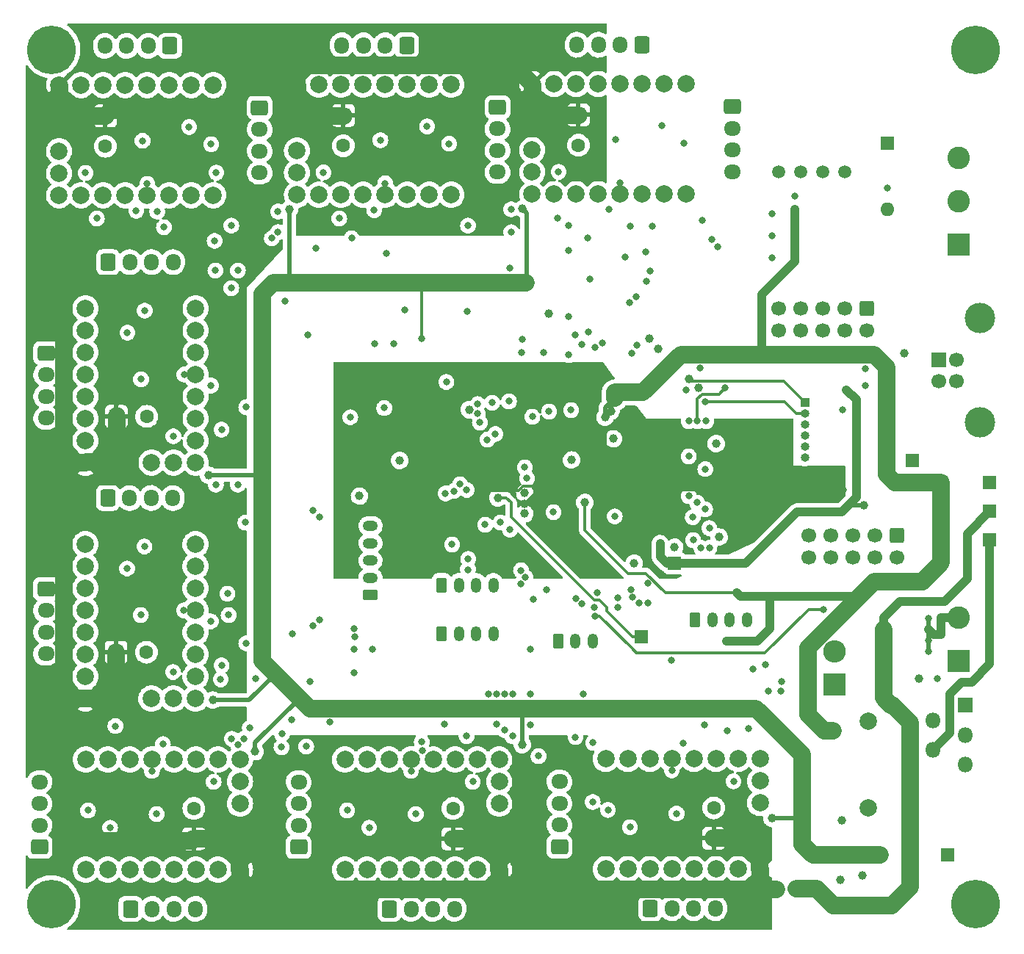
<source format=gbr>
%TF.GenerationSoftware,KiCad,Pcbnew,6.0.5*%
%TF.CreationDate,2022-11-27T13:32:37+03:00*%
%TF.ProjectId,multistepper,6d756c74-6973-4746-9570-7065722e6b69,rev?*%
%TF.SameCoordinates,Original*%
%TF.FileFunction,Copper,L3,Inr*%
%TF.FilePolarity,Positive*%
%FSLAX46Y46*%
G04 Gerber Fmt 4.6, Leading zero omitted, Abs format (unit mm)*
G04 Created by KiCad (PCBNEW 6.0.5) date 2022-11-27 13:32:37*
%MOMM*%
%LPD*%
G01*
G04 APERTURE LIST*
G04 Aperture macros list*
%AMRoundRect*
0 Rectangle with rounded corners*
0 $1 Rounding radius*
0 $2 $3 $4 $5 $6 $7 $8 $9 X,Y pos of 4 corners*
0 Add a 4 corners polygon primitive as box body*
4,1,4,$2,$3,$4,$5,$6,$7,$8,$9,$2,$3,0*
0 Add four circle primitives for the rounded corners*
1,1,$1+$1,$2,$3*
1,1,$1+$1,$4,$5*
1,1,$1+$1,$6,$7*
1,1,$1+$1,$8,$9*
0 Add four rect primitives between the rounded corners*
20,1,$1+$1,$2,$3,$4,$5,0*
20,1,$1+$1,$4,$5,$6,$7,0*
20,1,$1+$1,$6,$7,$8,$9,0*
20,1,$1+$1,$8,$9,$2,$3,0*%
G04 Aperture macros list end*
%TA.AperFunction,ComponentPad*%
%ADD10O,1.700000X1.950000*%
%TD*%
%TA.AperFunction,ComponentPad*%
%ADD11RoundRect,0.250000X0.600000X0.725000X-0.600000X0.725000X-0.600000X-0.725000X0.600000X-0.725000X0*%
%TD*%
%TA.AperFunction,ComponentPad*%
%ADD12R,1.500000X1.500000*%
%TD*%
%TA.AperFunction,ComponentPad*%
%ADD13C,5.600000*%
%TD*%
%TA.AperFunction,ComponentPad*%
%ADD14O,1.950000X1.700000*%
%TD*%
%TA.AperFunction,ComponentPad*%
%ADD15RoundRect,0.250000X-0.725000X0.600000X-0.725000X-0.600000X0.725000X-0.600000X0.725000X0.600000X0*%
%TD*%
%TA.AperFunction,ComponentPad*%
%ADD16O,1.750000X1.200000*%
%TD*%
%TA.AperFunction,ComponentPad*%
%ADD17RoundRect,0.250000X0.625000X-0.350000X0.625000X0.350000X-0.625000X0.350000X-0.625000X-0.350000X0*%
%TD*%
%TA.AperFunction,ComponentPad*%
%ADD18C,1.700000*%
%TD*%
%TA.AperFunction,ComponentPad*%
%ADD19RoundRect,0.250000X-0.600000X0.600000X-0.600000X-0.600000X0.600000X-0.600000X0.600000X0.600000X0*%
%TD*%
%TA.AperFunction,ComponentPad*%
%ADD20RoundRect,0.250000X0.725000X-0.600000X0.725000X0.600000X-0.725000X0.600000X-0.725000X-0.600000X0*%
%TD*%
%TA.AperFunction,ComponentPad*%
%ADD21R,1.600000X1.600000*%
%TD*%
%TA.AperFunction,ComponentPad*%
%ADD22O,1.600000X1.600000*%
%TD*%
%TA.AperFunction,ComponentPad*%
%ADD23C,1.600000*%
%TD*%
%TA.AperFunction,ComponentPad*%
%ADD24O,1.200000X1.750000*%
%TD*%
%TA.AperFunction,ComponentPad*%
%ADD25RoundRect,0.250000X-0.350000X-0.625000X0.350000X-0.625000X0.350000X0.625000X-0.350000X0.625000X0*%
%TD*%
%TA.AperFunction,ComponentPad*%
%ADD26RoundRect,0.250000X-0.600000X-0.725000X0.600000X-0.725000X0.600000X0.725000X-0.600000X0.725000X0*%
%TD*%
%TA.AperFunction,ComponentPad*%
%ADD27C,2.000000*%
%TD*%
%TA.AperFunction,ComponentPad*%
%ADD28C,2.600000*%
%TD*%
%TA.AperFunction,ComponentPad*%
%ADD29R,2.600000X2.600000*%
%TD*%
%TA.AperFunction,ComponentPad*%
%ADD30O,1.000000X1.000000*%
%TD*%
%TA.AperFunction,ComponentPad*%
%ADD31R,1.000000X1.000000*%
%TD*%
%TA.AperFunction,ComponentPad*%
%ADD32C,1.500000*%
%TD*%
%TA.AperFunction,ComponentPad*%
%ADD33O,2.600000X2.600000*%
%TD*%
%TA.AperFunction,ComponentPad*%
%ADD34O,1.800000X1.800000*%
%TD*%
%TA.AperFunction,ComponentPad*%
%ADD35R,1.800000X1.800000*%
%TD*%
%TA.AperFunction,ComponentPad*%
%ADD36C,3.500000*%
%TD*%
%TA.AperFunction,ComponentPad*%
%ADD37R,1.700000X1.700000*%
%TD*%
%TA.AperFunction,ViaPad*%
%ADD38C,0.800000*%
%TD*%
%TA.AperFunction,ViaPad*%
%ADD39C,1.000000*%
%TD*%
%TA.AperFunction,Conductor*%
%ADD40C,0.300000*%
%TD*%
%TA.AperFunction,Conductor*%
%ADD41C,0.500000*%
%TD*%
%TA.AperFunction,Conductor*%
%ADD42C,1.000000*%
%TD*%
%TA.AperFunction,Conductor*%
%ADD43C,2.000000*%
%TD*%
G04 APERTURE END LIST*
D10*
%TO.N,Net-(J15-Pad4)*%
%TO.C,J15*%
X65144000Y-41563654D03*
%TO.N,Net-(J15-Pad3)*%
X67644000Y-41563654D03*
%TO.N,Net-(J15-Pad2)*%
X70144000Y-41563654D03*
D11*
%TO.N,Net-(J15-Pad1)*%
X72644000Y-41563654D03*
%TD*%
D12*
%TO.N,Vio*%
%TO.C,TP8*%
X162255200Y-134823200D03*
%TD*%
D13*
%TO.N,N/C*%
%TO.C,H4*%
X165500000Y-140500000D03*
%TD*%
%TO.N,N/C*%
%TO.C,H3*%
X59000000Y-140500000D03*
%TD*%
%TO.N,N/C*%
%TO.C,H2*%
X165500000Y-42000000D03*
%TD*%
%TO.N,N/C*%
%TO.C,H1*%
X59000000Y-42000000D03*
%TD*%
D11*
%TO.N,Net-(J17-Pad1)*%
%TO.C,J17*%
X99921075Y-41501827D03*
D10*
%TO.N,Net-(J17-Pad2)*%
X97421075Y-41501827D03*
%TO.N,Net-(J17-Pad3)*%
X94921075Y-41501827D03*
%TO.N,Net-(J17-Pad4)*%
X92421075Y-41501827D03*
%TD*%
D14*
%TO.N,Net-(J12-Pad4)*%
%TO.C,J12*%
X58374000Y-84474000D03*
%TO.N,Net-(J12-Pad3)*%
X58374000Y-81974000D03*
%TO.N,Net-(J12-Pad2)*%
X58374000Y-79474000D03*
D15*
%TO.N,Net-(J12-Pad1)*%
X58374000Y-76974000D03*
%TD*%
D16*
%TO.N,Net-(J6-Pad5)*%
%TO.C,J6*%
X95758000Y-96902000D03*
%TO.N,Net-(J6-Pad4)*%
X95758000Y-98902000D03*
%TO.N,Net-(J6-Pad3)*%
X95758000Y-100902000D03*
%TO.N,Net-(J6-Pad2)*%
X95758000Y-102902000D03*
D17*
%TO.N,GND*%
X95758000Y-104902000D03*
%TD*%
D18*
%TO.N,Net-(J2-Pad10)*%
%TO.C,J2*%
X142798800Y-74380700D03*
%TO.N,GND*%
X142798800Y-71840700D03*
%TO.N,Net-(J2-Pad8)*%
X145338800Y-74380700D03*
%TO.N,Net-(J2-Pad7)*%
X145338800Y-71840700D03*
%TO.N,Net-(J2-Pad6)*%
X147878800Y-74380700D03*
%TO.N,Net-(J2-Pad5)*%
X147878800Y-71840700D03*
%TO.N,Net-(J2-Pad4)*%
X150418800Y-74380700D03*
%TO.N,Net-(J2-Pad3)*%
X150418800Y-71840700D03*
%TO.N,Net-(J2-Pad2)*%
X152958800Y-74380700D03*
D19*
%TO.N,GND*%
X152958800Y-71840700D03*
%TD*%
D14*
%TO.N,GND*%
%TO.C,J22*%
X87466000Y-126434000D03*
%TO.N,M5_L1*%
X87466000Y-128934000D03*
%TO.N,M5_L0*%
X87466000Y-131434000D03*
D20*
%TO.N,Net-(J22-Pad1)*%
X87466000Y-133934000D03*
%TD*%
D12*
%TO.N,+5V*%
%TO.C,TP7*%
X161544000Y-91948000D03*
%TD*%
D21*
%TO.N,Net-(R18-Pad1)*%
%TO.C,SW3*%
X155295600Y-52832000D03*
D22*
%TO.N,/CANL*%
X155295600Y-60452000D03*
%TD*%
D23*
%TO.N,GND*%
%TO.C,C24*%
X105246000Y-129478000D03*
D21*
%TO.N,/Motors/Vm*%
X105246000Y-132978000D03*
%TD*%
D24*
%TO.N,GND*%
%TO.C,J5*%
X109934000Y-103733600D03*
%TO.N,ADC3*%
X107934000Y-103733600D03*
%TO.N,ADC2*%
X105934000Y-103733600D03*
D25*
%TO.N,Net-(J4-Pad1)*%
X103934000Y-103733600D03*
%TD*%
D26*
%TO.N,Net-(J11-Pad1)*%
%TO.C,J11*%
X65500000Y-66500000D03*
D10*
%TO.N,M0_L0*%
X68000000Y-66500000D03*
%TO.N,M0_L1*%
X70500000Y-66500000D03*
%TO.N,GND*%
X73000000Y-66500000D03*
%TD*%
D27*
%TO.N,/Motors/stepper_M5/~{ENx}*%
%TO.C,XX5*%
X140640000Y-123774000D03*
%TO.N,/Motors/stepper_M5/MS1*%
X138100000Y-123774000D03*
%TO.N,/Motors/stepper_M5/MS2*%
X135560000Y-123774000D03*
%TO.N,/Motors/stepper_M5/SPR*%
X133020000Y-123774000D03*
%TO.N,/Motors/stepper_M5/U*%
X130480000Y-123774000D03*
%TO.N,/Motors/stepper_M5/CLK*%
X127940000Y-123774000D03*
%TO.N,/Motors/stepper_M5/STEPx*%
X125400000Y-123774000D03*
%TO.N,/Motors/stepper_M5/DIRx*%
X122860000Y-123774000D03*
%TO.N,GND*%
X122860000Y-136474000D03*
%TO.N,Vio*%
X125400000Y-136474000D03*
%TO.N,Net-(J21-Pad1)*%
X127940000Y-136474000D03*
%TO.N,Net-(J21-Pad2)*%
X130480000Y-136474000D03*
%TO.N,Net-(J21-Pad3)*%
X133020000Y-136474000D03*
%TO.N,Net-(J21-Pad4)*%
X135560000Y-136474000D03*
%TO.N,GND*%
X138100000Y-136474000D03*
%TO.N,/Motors/Vm*%
X140640000Y-136474000D03*
%TO.N,/Motors/DIAG4*%
X140640000Y-126314000D03*
%TO.N,unconnected-(XX5-Pad18)*%
X140640000Y-128854000D03*
%TD*%
D24*
%TO.N,GND*%
%TO.C,J13*%
X121380000Y-110194000D03*
%TO.N,Net-(J13-Pad2)*%
X119380000Y-110194000D03*
D25*
%TO.N,Net-(J13-Pad1)*%
X117380000Y-110194000D03*
%TD*%
D27*
%TO.N,/Motors/stepper_M8/~{ENx}*%
%TO.C,XX8*%
X75572000Y-116801600D03*
%TO.N,/Motors/stepper_M8/MS1*%
X75572000Y-114261600D03*
%TO.N,/Motors/stepper_M8/MS2*%
X75572000Y-111721600D03*
%TO.N,/Motors/stepper_M8/SPR*%
X75572000Y-109181600D03*
%TO.N,/Motors/stepper_M8/U*%
X75572000Y-106641600D03*
%TO.N,/Motors/stepper_M8/CLK*%
X75572000Y-104101600D03*
%TO.N,/Motors/stepper_M8/STEPx*%
X75572000Y-101561600D03*
%TO.N,/Motors/stepper_M8/DIRx*%
X75572000Y-99021600D03*
%TO.N,GND*%
X62872000Y-99021600D03*
%TO.N,Vio*%
X62872000Y-101561600D03*
%TO.N,Net-(J27-Pad1)*%
X62872000Y-104101600D03*
%TO.N,Net-(J27-Pad2)*%
X62872000Y-106641600D03*
%TO.N,Net-(J27-Pad3)*%
X62872000Y-109181600D03*
%TO.N,Net-(J27-Pad4)*%
X62872000Y-111721600D03*
%TO.N,GND*%
X62872000Y-114261600D03*
%TO.N,/Motors/Vm*%
X62872000Y-116801600D03*
%TO.N,/Motors/DIAG7*%
X73032000Y-116801600D03*
%TO.N,unconnected-(XX8-Pad18)*%
X70492000Y-116801600D03*
%TD*%
%TO.N,unconnected-(XX3-Pad18)*%
%TO.C,XX3*%
X87281075Y-53647827D03*
%TO.N,/Motors/DIAG2*%
X87281075Y-56187827D03*
%TO.N,/Motors/Vm*%
X87281075Y-46027827D03*
%TO.N,GND*%
X89821075Y-46027827D03*
%TO.N,Net-(J17-Pad4)*%
X92361075Y-46027827D03*
%TO.N,Net-(J17-Pad3)*%
X94901075Y-46027827D03*
%TO.N,Net-(J17-Pad2)*%
X97441075Y-46027827D03*
%TO.N,Net-(J17-Pad1)*%
X99981075Y-46027827D03*
%TO.N,Vio*%
X102521075Y-46027827D03*
%TO.N,GND*%
X105061075Y-46027827D03*
%TO.N,/Motors/stepper_M3/DIRx*%
X105061075Y-58727827D03*
%TO.N,/Motors/stepper_M3/STEPx*%
X102521075Y-58727827D03*
%TO.N,/Motors/stepper_M3/CLK*%
X99981075Y-58727827D03*
%TO.N,/Motors/stepper_M3/U*%
X97441075Y-58727827D03*
%TO.N,/Motors/stepper_M3/SPR*%
X94901075Y-58727827D03*
%TO.N,/Motors/stepper_M3/MS2*%
X92361075Y-58727827D03*
%TO.N,/Motors/stepper_M3/MS1*%
X89821075Y-58727827D03*
%TO.N,/Motors/stepper_M3/~{ENx}*%
X87281075Y-58727827D03*
%TD*%
D28*
%TO.N,Net-(J10-Pad2)*%
%TO.C,J10*%
X163576000Y-107482000D03*
D29*
%TO.N,GND*%
X163576000Y-112482000D03*
%TD*%
D18*
%TO.N,GND*%
%TO.C,J3*%
X146304000Y-100584000D03*
%TO.N,Net-(J3-Pad9)*%
X146304000Y-98044000D03*
%TO.N,Net-(J3-Pad8)*%
X148844000Y-100584000D03*
%TO.N,Net-(J3-Pad7)*%
X148844000Y-98044000D03*
%TO.N,Net-(J3-Pad6)*%
X151384000Y-100584000D03*
%TO.N,Net-(J3-Pad5)*%
X151384000Y-98044000D03*
%TO.N,Net-(J3-Pad4)*%
X153924000Y-100584000D03*
%TO.N,Net-(J3-Pad3)*%
X153924000Y-98044000D03*
%TO.N,GND*%
X156464000Y-100584000D03*
D19*
%TO.N,Net-(J3-Pad1)*%
X156464000Y-98044000D03*
%TD*%
D12*
%TO.N,GND*%
%TO.C,TP3*%
X167132000Y-91948000D03*
%TD*%
D30*
%TO.N,/MCU base/NRST*%
%TO.C,J1*%
X145821000Y-89027000D03*
%TO.N,/MCU base/BOOT0*%
X145821000Y-87757000D03*
%TO.N,Net-(J1-Pad4)*%
X145821000Y-86487000D03*
%TO.N,GND*%
X145821000Y-85217000D03*
%TO.N,/MCU base/SWDIO*%
X145821000Y-83947000D03*
D31*
%TO.N,/MCU base/SWCLK*%
X145821000Y-82677000D03*
%TD*%
D20*
%TO.N,Net-(J24-Pad1)*%
%TO.C,J24*%
X57604925Y-133934000D03*
D14*
%TO.N,M6_L0*%
X57604925Y-131434000D03*
%TO.N,M6_L1*%
X57604925Y-128934000D03*
%TO.N,GND*%
X57604925Y-126434000D03*
%TD*%
D21*
%TO.N,/Motors/Vm*%
%TO.C,C23*%
X135306000Y-132918000D03*
D23*
%TO.N,GND*%
X135306000Y-129418000D03*
%TD*%
D11*
%TO.N,Net-(J19-Pad1)*%
%TO.C,J19*%
X127026450Y-41440000D03*
D10*
%TO.N,Net-(J19-Pad2)*%
X124526450Y-41440000D03*
%TO.N,Net-(J19-Pad3)*%
X122026450Y-41440000D03*
%TO.N,Net-(J19-Pad4)*%
X119526450Y-41440000D03*
%TD*%
D12*
%TO.N,Vdrive*%
%TO.C,TP2*%
X167132000Y-95250000D03*
%TD*%
D15*
%TO.N,Net-(J14-Pad1)*%
%TO.C,J14*%
X82974000Y-48689654D03*
D14*
%TO.N,M1_L0*%
X82974000Y-51189654D03*
%TO.N,M1_L1*%
X82974000Y-53689654D03*
%TO.N,GND*%
X82974000Y-56189654D03*
%TD*%
D26*
%TO.N,Net-(J23-Pad1)*%
%TO.C,J23*%
X97940000Y-141060000D03*
D10*
%TO.N,Net-(J23-Pad2)*%
X100440000Y-141060000D03*
%TO.N,Net-(J23-Pad3)*%
X102940000Y-141060000D03*
%TO.N,Net-(J23-Pad4)*%
X105440000Y-141060000D03*
%TD*%
%TO.N,Net-(J25-Pad4)*%
%TO.C,J25*%
X75578925Y-141060000D03*
%TO.N,Net-(J25-Pad3)*%
X73078925Y-141060000D03*
%TO.N,Net-(J25-Pad2)*%
X70578925Y-141060000D03*
D26*
%TO.N,Net-(J25-Pad1)*%
X68078925Y-141060000D03*
%TD*%
D27*
%TO.N,unconnected-(XX4-Pad18)*%
%TO.C,XX4*%
X114386450Y-53586000D03*
%TO.N,/Motors/DIAG3*%
X114386450Y-56126000D03*
%TO.N,/Motors/Vm*%
X114386450Y-45966000D03*
%TO.N,GND*%
X116926450Y-45966000D03*
%TO.N,Net-(J19-Pad4)*%
X119466450Y-45966000D03*
%TO.N,Net-(J19-Pad3)*%
X122006450Y-45966000D03*
%TO.N,Net-(J19-Pad2)*%
X124546450Y-45966000D03*
%TO.N,Net-(J19-Pad1)*%
X127086450Y-45966000D03*
%TO.N,Vio*%
X129626450Y-45966000D03*
%TO.N,GND*%
X132166450Y-45966000D03*
%TO.N,/Motors/stepper_M4/DIRx*%
X132166450Y-58666000D03*
%TO.N,/Motors/stepper_M4/STEPx*%
X129626450Y-58666000D03*
%TO.N,/Motors/stepper_M4/CLK*%
X127086450Y-58666000D03*
%TO.N,/Motors/stepper_M4/U*%
X124546450Y-58666000D03*
%TO.N,/Motors/stepper_M4/SPR*%
X122006450Y-58666000D03*
%TO.N,/Motors/stepper_M4/MS2*%
X119466450Y-58666000D03*
%TO.N,/Motors/stepper_M4/MS1*%
X116926450Y-58666000D03*
%TO.N,/Motors/stepper_M4/~{ENx}*%
X114386450Y-58666000D03*
%TD*%
D10*
%TO.N,Net-(J21-Pad4)*%
%TO.C,J21*%
X135500000Y-141000000D03*
%TO.N,Net-(J21-Pad3)*%
X133000000Y-141000000D03*
%TO.N,Net-(J21-Pad2)*%
X130500000Y-141000000D03*
D26*
%TO.N,Net-(J21-Pad1)*%
X128000000Y-141000000D03*
%TD*%
D23*
%TO.N,GND*%
%TO.C,C21*%
X92615075Y-53083827D03*
D21*
%TO.N,/Motors/Vm*%
X92615075Y-49583827D03*
%TD*%
D23*
%TO.N,GND*%
%TO.C,C22*%
X119720450Y-53022000D03*
D21*
%TO.N,/Motors/Vm*%
X119720450Y-49522000D03*
%TD*%
D14*
%TO.N,GND*%
%TO.C,J18*%
X137500450Y-56066000D03*
%TO.N,M3_L1*%
X137500450Y-53566000D03*
%TO.N,M3_L0*%
X137500450Y-51066000D03*
D15*
%TO.N,Net-(J18-Pad1)*%
X137500450Y-48566000D03*
%TD*%
D32*
%TO.N,Net-(C11-Pad1)*%
%TO.C,Q1*%
X150418800Y-56083200D03*
%TO.N,Earth*%
X147878800Y-56083200D03*
%TO.N,Net-(C10-Pad1)*%
X145338800Y-56083200D03*
%TO.N,GND*%
X142798800Y-56083200D03*
%TD*%
D27*
%TO.N,unconnected-(XX6-Pad18)*%
%TO.C,XX6*%
X110580000Y-128914000D03*
%TO.N,/Motors/DIAG5*%
X110580000Y-126374000D03*
%TO.N,/Motors/Vm*%
X110580000Y-136534000D03*
%TO.N,GND*%
X108040000Y-136534000D03*
%TO.N,Net-(J23-Pad4)*%
X105500000Y-136534000D03*
%TO.N,Net-(J23-Pad3)*%
X102960000Y-136534000D03*
%TO.N,Net-(J23-Pad2)*%
X100420000Y-136534000D03*
%TO.N,Net-(J23-Pad1)*%
X97880000Y-136534000D03*
%TO.N,Vio*%
X95340000Y-136534000D03*
%TO.N,GND*%
X92800000Y-136534000D03*
%TO.N,/Motors/stepper_M6/DIRx*%
X92800000Y-123834000D03*
%TO.N,/Motors/stepper_M6/STEPx*%
X95340000Y-123834000D03*
%TO.N,/Motors/stepper_M6/CLK*%
X97880000Y-123834000D03*
%TO.N,/Motors/stepper_M6/U*%
X100420000Y-123834000D03*
%TO.N,/Motors/stepper_M6/SPR*%
X102960000Y-123834000D03*
%TO.N,/Motors/stepper_M6/MS2*%
X105500000Y-123834000D03*
%TO.N,/Motors/stepper_M6/MS1*%
X108040000Y-123834000D03*
%TO.N,/Motors/stepper_M6/~{ENx}*%
X110580000Y-123834000D03*
%TD*%
D33*
%TO.N,GND*%
%TO.C,D26*%
X149250400Y-111384400D03*
D29*
%TO.N,Net-(D26-Pad1)*%
X149250400Y-115194400D03*
%TD*%
D12*
%TO.N,+3.3VADC*%
%TO.C,TP6*%
X127000000Y-109728000D03*
%TD*%
D21*
%TO.N,/Motors/Vm*%
%TO.C,C19*%
X66456000Y-84280000D03*
D23*
%TO.N,GND*%
X69956000Y-84280000D03*
%TD*%
D34*
%TO.N,GND*%
%TO.C,U5*%
X164287200Y-124402000D03*
%TO.N,Net-(C17-Pad1)*%
X160587200Y-122702000D03*
%TO.N,GND*%
X164287200Y-121002000D03*
%TO.N,Net-(D26-Pad1)*%
X160587200Y-119302000D03*
D35*
%TO.N,Vdrive*%
X164287200Y-117602000D03*
%TD*%
D14*
%TO.N,Net-(J27-Pad4)*%
%TO.C,J27*%
X58346000Y-111661600D03*
%TO.N,Net-(J27-Pad3)*%
X58346000Y-109161600D03*
%TO.N,Net-(J27-Pad2)*%
X58346000Y-106661600D03*
D15*
%TO.N,Net-(J27-Pad1)*%
X58346000Y-104161600D03*
%TD*%
D24*
%TO.N,Net-(J7-Pad4)*%
%TO.C,J7*%
X139144000Y-107704800D03*
%TO.N,Net-(J7-Pad3)*%
X137144000Y-107704800D03*
%TO.N,Net-(J7-Pad2)*%
X135144000Y-107704800D03*
D25*
%TO.N,GND*%
X133144000Y-107704800D03*
%TD*%
D12*
%TO.N,Net-(C17-Pad1)*%
%TO.C,TP4*%
X167132000Y-98552000D03*
%TD*%
D27*
%TO.N,Net-(C17-Pad1)*%
%TO.C,L1*%
X153162000Y-129409200D03*
%TO.N,Net-(D26-Pad1)*%
X153162000Y-119409200D03*
%TD*%
D21*
%TO.N,/Motors/Vm*%
%TO.C,C20*%
X65194000Y-49645654D03*
D23*
%TO.N,GND*%
X65194000Y-53145654D03*
%TD*%
D27*
%TO.N,/Motors/stepper_M2/~{ENx}*%
%TO.C,XX2*%
X59860000Y-58789654D03*
%TO.N,/Motors/stepper_M2/MS1*%
X62400000Y-58789654D03*
%TO.N,/Motors/stepper_M2/MS2*%
X64940000Y-58789654D03*
%TO.N,/Motors/stepper_M2/SPR*%
X67480000Y-58789654D03*
%TO.N,/Motors/stepper_M2/U*%
X70020000Y-58789654D03*
%TO.N,/Motors/stepper_M2/CLK*%
X72560000Y-58789654D03*
%TO.N,/Motors/stepper_M2/STEPx*%
X75100000Y-58789654D03*
%TO.N,/Motors/stepper_M2/DIRx*%
X77640000Y-58789654D03*
%TO.N,GND*%
X77640000Y-46089654D03*
%TO.N,Vio*%
X75100000Y-46089654D03*
%TO.N,Net-(J15-Pad1)*%
X72560000Y-46089654D03*
%TO.N,Net-(J15-Pad2)*%
X70020000Y-46089654D03*
%TO.N,Net-(J15-Pad3)*%
X67480000Y-46089654D03*
%TO.N,Net-(J15-Pad4)*%
X64940000Y-46089654D03*
%TO.N,GND*%
X62400000Y-46089654D03*
%TO.N,/Motors/Vm*%
X59860000Y-46089654D03*
%TO.N,/Motors/DIAG1*%
X59860000Y-56249654D03*
%TO.N,unconnected-(XX2-Pad18)*%
X59860000Y-53709654D03*
%TD*%
D29*
%TO.N,/CANL*%
%TO.C,J9*%
X163576000Y-64516000D03*
D28*
%TO.N,Earth*%
X163576000Y-59516000D03*
%TO.N,/CANH*%
X163576000Y-54516000D03*
%TD*%
D21*
%TO.N,/Motors/Vm*%
%TO.C,C25*%
X75384925Y-132978000D03*
D23*
%TO.N,GND*%
X75384925Y-129478000D03*
%TD*%
D27*
%TO.N,/Motors/stepper_M7/~{ENx}*%
%TO.C,XX7*%
X80718925Y-123834000D03*
%TO.N,/Motors/stepper_M7/MS1*%
X78178925Y-123834000D03*
%TO.N,/Motors/stepper_M7/MS2*%
X75638925Y-123834000D03*
%TO.N,/Motors/stepper_M7/SPR*%
X73098925Y-123834000D03*
%TO.N,/Motors/stepper_M7/U*%
X70558925Y-123834000D03*
%TO.N,/Motors/stepper_M7/CLK*%
X68018925Y-123834000D03*
%TO.N,/Motors/stepper_M7/STEPx*%
X65478925Y-123834000D03*
%TO.N,/Motors/stepper_M7/DIRx*%
X62938925Y-123834000D03*
%TO.N,GND*%
X62938925Y-136534000D03*
%TO.N,Vio*%
X65478925Y-136534000D03*
%TO.N,Net-(J25-Pad1)*%
X68018925Y-136534000D03*
%TO.N,Net-(J25-Pad2)*%
X70558925Y-136534000D03*
%TO.N,Net-(J25-Pad3)*%
X73098925Y-136534000D03*
%TO.N,Net-(J25-Pad4)*%
X75638925Y-136534000D03*
%TO.N,GND*%
X78178925Y-136534000D03*
%TO.N,/Motors/Vm*%
X80718925Y-136534000D03*
%TO.N,/Motors/DIAG6*%
X80718925Y-126374000D03*
%TO.N,unconnected-(XX7-Pad18)*%
X80718925Y-128914000D03*
%TD*%
D26*
%TO.N,Net-(J26-Pad1)*%
%TO.C,J26*%
X65472000Y-93687600D03*
D10*
%TO.N,M7_L0*%
X67972000Y-93687600D03*
%TO.N,M7_L1*%
X70472000Y-93687600D03*
%TO.N,GND*%
X72972000Y-93687600D03*
%TD*%
D24*
%TO.N,GND*%
%TO.C,J4*%
X109934000Y-109321600D03*
%TO.N,ADC1*%
X107934000Y-109321600D03*
%TO.N,ADC0*%
X105934000Y-109321600D03*
D25*
%TO.N,Net-(J4-Pad1)*%
X103934000Y-109321600D03*
%TD*%
D20*
%TO.N,Net-(J20-Pad1)*%
%TO.C,J20*%
X117526000Y-133874000D03*
D14*
%TO.N,M4_L0*%
X117526000Y-131374000D03*
%TO.N,M4_L1*%
X117526000Y-128874000D03*
%TO.N,GND*%
X117526000Y-126374000D03*
%TD*%
%TO.N,GND*%
%TO.C,J16*%
X110395075Y-56127827D03*
%TO.N,M2_L1*%
X110395075Y-53627827D03*
%TO.N,M2_L0*%
X110395075Y-51127827D03*
D15*
%TO.N,Net-(J16-Pad1)*%
X110395075Y-48627827D03*
%TD*%
D12*
%TO.N,+3V3*%
%TO.C,TP5*%
X130810000Y-101244400D03*
%TD*%
D21*
%TO.N,/Motors/Vm*%
%TO.C,C26*%
X66428000Y-111467600D03*
D23*
%TO.N,GND*%
X69928000Y-111467600D03*
%TD*%
D27*
%TO.N,/Motors/stepper_M1/~{ENx}*%
%TO.C,XX1*%
X75600000Y-89614000D03*
%TO.N,/Motors/stepper_M1/MS1*%
X75600000Y-87074000D03*
%TO.N,/Motors/stepper_M1/MS2*%
X75600000Y-84534000D03*
%TO.N,/Motors/stepper_M1/SPR*%
X75600000Y-81994000D03*
%TO.N,/Motors/stepper_M1/U*%
X75600000Y-79454000D03*
%TO.N,/Motors/stepper_M1/CLK*%
X75600000Y-76914000D03*
%TO.N,/Motors/stepper_M1/STEPx*%
X75600000Y-74374000D03*
%TO.N,/Motors/stepper_M1/DIRx*%
X75600000Y-71834000D03*
%TO.N,GND*%
X62900000Y-71834000D03*
%TO.N,Vio*%
X62900000Y-74374000D03*
%TO.N,Net-(J12-Pad1)*%
X62900000Y-76914000D03*
%TO.N,Net-(J12-Pad2)*%
X62900000Y-79454000D03*
%TO.N,Net-(J12-Pad3)*%
X62900000Y-81994000D03*
%TO.N,Net-(J12-Pad4)*%
X62900000Y-84534000D03*
%TO.N,GND*%
X62900000Y-87074000D03*
%TO.N,/Motors/Vm*%
X62900000Y-89614000D03*
%TO.N,/Motors/DIAG0*%
X73060000Y-89614000D03*
%TO.N,unconnected-(XX1-Pad18)*%
X70520000Y-89614000D03*
%TD*%
D36*
%TO.N,GND*%
%TO.C,J8*%
X166000000Y-85000000D03*
X166000000Y-72960000D03*
D18*
X163290000Y-77730000D03*
%TO.N,Net-(J8-Pad3)*%
X163290000Y-80230000D03*
%TO.N,Net-(J8-Pad2)*%
X161290000Y-80230000D03*
D37*
%TO.N,/VB*%
X161290000Y-77730000D03*
%TD*%
D12*
%TO.N,Net-(D22-Pad1)*%
%TO.C,TP1*%
X158167500Y-89348000D03*
%TD*%
D38*
%TO.N,M3_L0*%
X127965200Y-67513200D03*
%TO.N,GND*%
X133756400Y-78699500D03*
X121412000Y-121909100D03*
X101650800Y-121818400D03*
X86664800Y-119278400D03*
X86715600Y-109321600D03*
X127457200Y-65328800D03*
X125120400Y-65887600D03*
X121056400Y-68427600D03*
X99669600Y-72034400D03*
X89458800Y-64871600D03*
X88493600Y-74930000D03*
X77978000Y-56184800D03*
%TO.N,/Motors/DIAG3*%
X111810800Y-67208400D03*
%TO.N,M3_STEP*%
X128270000Y-62382400D03*
X125670450Y-62360000D03*
D39*
%TO.N,+5V*%
X122783600Y-84378800D03*
%TO.N,GND*%
X157276800Y-77012800D03*
%TO.N,+3V3*%
X150600000Y-81200000D03*
D38*
%TO.N,M4_DIR*%
X143052800Y-115925600D03*
X141579600Y-115925600D03*
D39*
%TO.N,+3V3*%
X152603200Y-94538800D03*
%TO.N,Vio*%
X142036800Y-130606800D03*
X113233200Y-122123200D03*
X82448400Y-122936000D03*
X77571600Y-116992400D03*
X77114400Y-91084400D03*
X86410800Y-60401200D03*
X113284000Y-60350400D03*
%TO.N,/Motors/Vm*%
X138074400Y-138836400D03*
%TO.N,Vdrive*%
X149088128Y-140655328D03*
%TO.N,Vio*%
X154482800Y-134874000D03*
X152450000Y-134874000D03*
X149910800Y-134874000D03*
%TO.N,GND*%
X149910800Y-137749000D03*
X152450000Y-137174000D03*
X150063200Y-130860800D03*
%TO.N,Vdrive*%
X147167600Y-138734800D03*
X145999200Y-138734800D03*
X144743000Y-138836400D03*
%TO.N,/Motors/Vm*%
X139598400Y-138836400D03*
X141020800Y-138836400D03*
X142544800Y-138836400D03*
D38*
%TO.N,Vdrive*%
X154889200Y-112268000D03*
%TO.N,M5_DIR*%
X139801600Y-113385600D03*
X141274800Y-112877600D03*
%TO.N,/Motors/DIAG4*%
X114147600Y-119848100D03*
X95961200Y-111150400D03*
X114147600Y-116281200D03*
X114147600Y-111150400D03*
%TO.N,/Motors/USART4-7*%
X91033600Y-119481600D03*
%TO.N,M6_STEP*%
X93878400Y-111099600D03*
X93882532Y-113842800D03*
%TO.N,M4_L1*%
X121361200Y-128727200D03*
%TO.N,M4_L0*%
X119380000Y-121259600D03*
X143103600Y-114858800D03*
%TO.N,ADC4*%
X147980400Y-106527600D03*
X121617266Y-107342466D03*
%TO.N,M6_L0*%
X121909100Y-104597200D03*
X124216900Y-105237706D03*
X126746000Y-105785500D03*
%TO.N,M6_L1*%
X124216900Y-106273600D03*
X127696000Y-105785500D03*
X121564400Y-106273600D03*
%TO.N,/Motors/SCK*%
X81838800Y-120192800D03*
%TO.N,/Motors/MISO*%
X81127600Y-121462800D03*
X79756000Y-121462800D03*
%TO.N,/Motors/DIAG6*%
X88773000Y-114833400D03*
X88341200Y-122326400D03*
%TO.N,/Motors/MOSI*%
X80467200Y-122174000D03*
%TO.N,/Motors/USART4-7*%
X120294400Y-116281200D03*
%TO.N,/Motors/DIAG4*%
X139344400Y-120243600D03*
%TO.N,/Motors/DIAG6*%
X93929200Y-109677200D03*
%TO.N,/Motors/DIAG4*%
X98399600Y-75931500D03*
X96266000Y-75946000D03*
%TO.N,M7_L0*%
X89865200Y-95859600D03*
X89865200Y-107746800D03*
%TO.N,M7_L1*%
X89154000Y-108458000D03*
X89154000Y-95097600D03*
%TO.N,/Motors/DIAG0*%
X93421200Y-84378800D03*
%TO.N,/Motors/DIAG5*%
X109321600Y-116281200D03*
%TO.N,/Motors/DIAG3*%
X104495600Y-80314800D03*
X106881134Y-72138066D03*
%TO.N,/Motors/DIAG7*%
X93878400Y-108762800D03*
%TO.N,M7_DIR*%
X79400400Y-107188000D03*
X79266000Y-104717600D03*
%TO.N,ADC0*%
X107004000Y-100722000D03*
%TO.N,M0_L0*%
X109220000Y-86969600D03*
%TO.N,M0_L1*%
X110134400Y-86309200D03*
%TO.N,/Motors/DIAG1*%
X85902800Y-70967600D03*
%TO.N,M1_DIR*%
X77774800Y-64047900D03*
X71944000Y-62483654D03*
%TO.N,/Motors/MISO*%
X77876400Y-67462400D03*
X80467200Y-67462400D03*
%TO.N,/Motors/stepper_M2/STEPx*%
X71170800Y-60655200D03*
%TO.N,M1_L0*%
X113182400Y-76911200D03*
X113205734Y-75363866D03*
%TO.N,/Motors/DIAG2*%
X97586800Y-65481200D03*
%TO.N,/Motors/MOSI*%
X113095200Y-103625600D03*
%TO.N,/Motors/MISO*%
X113588800Y-102819200D03*
%TO.N,/Motors/MOSI*%
X112115600Y-116281200D03*
X112115600Y-121158000D03*
%TO.N,/Motors/MISO*%
X111201200Y-116281200D03*
%TO.N,/Motors/SCK*%
X113095200Y-102025600D03*
X110286800Y-116281200D03*
X110286800Y-119735600D03*
%TO.N,Vio*%
X101650800Y-75285600D03*
%TO.N,/Motors/MOSI*%
X92151200Y-61468000D03*
%TO.N,/Motors/USART4-7*%
X78486000Y-114604800D03*
X82499200Y-114554000D03*
X66344800Y-119989600D03*
X81330800Y-96520000D03*
%TO.N,/Motors/MISO*%
X85090000Y-60655200D03*
X85090000Y-63042800D03*
X111963200Y-60401200D03*
X111963200Y-63042800D03*
D39*
%TO.N,/MCU base/SWCLK*%
X132425423Y-79925423D03*
X128879600Y-76504800D03*
D38*
%TO.N,/Motors/SCK*%
X69475101Y-52496154D03*
X84378800Y-63754000D03*
%TO.N,/Motors/MOSI*%
X64211200Y-61468000D03*
X78587600Y-85801200D03*
X78587600Y-112979200D03*
X106832400Y-121158000D03*
X136855200Y-120548400D03*
%TO.N,/Motors/MISO*%
X115112800Y-123444000D03*
X111201200Y-120446800D03*
X85496400Y-122428000D03*
X85547200Y-120904000D03*
X77927200Y-92151200D03*
X80467200Y-92151200D03*
%TO.N,/Motors/MOSI*%
X117348000Y-61468000D03*
%TO.N,/Motors/SCK*%
X134264400Y-119837200D03*
X131024899Y-130067500D03*
X71103824Y-130127500D03*
X69278500Y-107186499D03*
X81432400Y-110439200D03*
X69306500Y-79998899D03*
X81432400Y-83210400D03*
X96896176Y-52434327D03*
X93573600Y-63754000D03*
X124001551Y-52372500D03*
X104241600Y-119735600D03*
X120751600Y-63754000D03*
X100964899Y-130127500D03*
%TO.N,/Motors/USART0-3*%
X118618000Y-62280800D03*
X118618000Y-65125600D03*
X118618000Y-72796400D03*
X79705200Y-69494400D03*
X79705200Y-62280800D03*
X106984800Y-62280800D03*
X133959600Y-61671200D03*
%TO.N,M3_L1*%
X127579800Y-68681600D03*
X135788400Y-64719200D03*
%TO.N,M3_L0*%
X135128000Y-63855600D03*
%TO.N,M3_L1*%
X125882400Y-77012800D03*
%TO.N,M3_L0*%
X126492000Y-76036700D03*
D39*
%TO.N,GND*%
X94488000Y-93472000D03*
D38*
X114401600Y-84328000D03*
D39*
X127863600Y-75285600D03*
D38*
X142033000Y-66040000D03*
D39*
X113538000Y-95504000D03*
X116332000Y-72440800D03*
X135585200Y-87426800D03*
D38*
X161086800Y-114503200D03*
X130454400Y-112369600D03*
D39*
X126136400Y-101193600D03*
X135940800Y-98196400D03*
X107137200Y-83515200D03*
X130810000Y-99364800D03*
X123734800Y-86868000D03*
X159004000Y-114503200D03*
X118922800Y-89306400D03*
X113538000Y-93116400D03*
X133578600Y-80975200D03*
X99110800Y-89357200D03*
D38*
%TO.N,/MCU base/NRST*%
X113538000Y-90170000D03*
X97332800Y-83312000D03*
%TO.N,/MCU base/BOOT0*%
X116332000Y-83718400D03*
X150164800Y-83548000D03*
%TO.N,+3V3*%
X129133600Y-98958400D03*
X129133600Y-100431600D03*
%TO.N,/MCU base/BTN0*%
X134432006Y-84836000D03*
%TO.N,/MCU base/BTN1*%
X133432503Y-84836000D03*
X136652000Y-80975189D03*
%TO.N,/MCU base/BTN2_SDA*%
X132433000Y-84836000D03*
%TO.N,/MCU base/SWDIO*%
X134333000Y-82561000D03*
%TO.N,/MCU base/BTN3_SCL*%
X132130800Y-81280000D03*
%TO.N,M4_L0*%
X132435600Y-88900000D03*
%TO.N,M4_L1*%
X134333000Y-90361500D03*
%TO.N,/MCU base/BTN4*%
X122508007Y-75782947D03*
%TO.N,/MCU base/BTN5*%
X121666000Y-76327000D03*
%TO.N,/MCU base/BTN6*%
X120904000Y-74574400D03*
%TO.N,M2_L1*%
X120079500Y-75996800D03*
%TO.N,M2_L0*%
X119380000Y-74930000D03*
%TO.N,M1_L1*%
X115671600Y-76911200D03*
%TO.N,/MCU base/SCRN_DCRS*%
X134808000Y-99435500D03*
%TO.N,/MCU base/SCRN_SCK*%
X133858000Y-99435500D03*
%TO.N,/MCU base/SCRN_MISO*%
X132943600Y-98552000D03*
%TO.N,/MCU base/SCRN_MOSI*%
X134808000Y-97160500D03*
%TO.N,/MCU base/SCRN_RST*%
X132892800Y-95910400D03*
%TO.N,/MCU base/SCRN_CS*%
X134315200Y-94996000D03*
%TO.N,M5_L1*%
X133400800Y-94234000D03*
%TO.N,M5_L0*%
X132435600Y-93472000D03*
%TO.N,/MCU base/A0*%
X105156000Y-99060000D03*
%TO.N,/MCU base/A1*%
X108966000Y-96774000D03*
%TO.N,/MCU base/A2*%
X110744000Y-96520000D03*
%TO.N,/MCU base/A3*%
X111815000Y-97337000D03*
%TO.N,/MCU base/A4*%
X116840000Y-95331600D03*
%TO.N,/MCU base/A5*%
X113792000Y-91440000D03*
%TO.N,/MCU base/Diagn*%
X111709200Y-82550000D03*
%TO.N,+5V*%
X144627600Y-60401200D03*
X136804400Y-110236000D03*
D39*
X146202400Y-118668800D03*
X149098000Y-120548400D03*
X137972800Y-104648000D03*
X155197900Y-90973600D03*
X120446800Y-94202100D03*
X123494800Y-83667600D03*
D38*
%TO.N,Vdrive*%
X154905000Y-111379000D03*
X154905000Y-110109000D03*
X154905000Y-108839000D03*
%TO.N,ADC1*%
X106982978Y-101953778D03*
%TO.N,MUL0*%
X109778800Y-82702400D03*
%TO.N,MUL1*%
X108102400Y-82854800D03*
%TO.N,MUL2*%
X108102400Y-83972400D03*
%TO.N,MUL_EN*%
X108356400Y-84988400D03*
D39*
%TO.N,+3.3VADC*%
X110439200Y-93675200D03*
D38*
%TO.N,USART3_TX*%
X123901200Y-95808800D03*
%TO.N,USB_DM*%
X152786500Y-80712000D03*
%TO.N,USB_DP*%
X152786500Y-78812000D03*
%TO.N,CAN_RX*%
X125577600Y-71170800D03*
X142033000Y-60960000D03*
%TO.N,CAN_TX*%
X126390400Y-70459600D03*
X142033000Y-63500000D03*
%TO.N,USART2_TX*%
X118872000Y-83566000D03*
%TO.N,Net-(C10-Pad1)*%
X144627600Y-58864700D03*
%TO.N,/MCU base/MOT_MUL0*%
X104394000Y-93167200D03*
%TO.N,/MCU base/MOT_MUL1*%
X105359802Y-92889531D03*
%TO.N,/MCU base/MOT_MUL2*%
X106070400Y-92100400D03*
%TO.N,/MCU base/MOT_MUL_EN*%
X106832400Y-92760800D03*
%TO.N,/MCU base/OUT1*%
X125780800Y-104241600D03*
%TO.N,/MCU base/OUT0*%
X127696000Y-103510500D03*
%TO.N,/MCU base/OUT2*%
X125964204Y-105122384D03*
%TO.N,/CANH*%
X155295600Y-57938000D03*
D39*
%TO.N,Net-(J10-Pad2)*%
X161544000Y-109423200D03*
X161482400Y-107482000D03*
D38*
X160055000Y-107569000D03*
X160070800Y-110083600D03*
X160070800Y-108864400D03*
X160070800Y-111353600D03*
%TO.N,/Motors/USART0-3*%
X118618000Y-77216000D03*
X131912450Y-52792000D03*
X77386000Y-52915654D03*
X69726000Y-72088000D03*
X104807075Y-52853827D03*
%TO.N,/Motors/MOSI*%
X77670925Y-126406000D03*
X90329075Y-56155827D03*
X62908000Y-56217654D03*
X73028000Y-86566000D03*
X117434450Y-56094000D03*
X107532000Y-126406000D03*
X73000000Y-113753600D03*
X137592000Y-126346000D03*
%TO.N,/Motors/USART4-7*%
X123114000Y-129648000D03*
X93054000Y-129708000D03*
X63192925Y-129708000D03*
X69698000Y-99275600D03*
%TO.N,/Motors/stepper_M1/U*%
X74279200Y-79454000D03*
X67726000Y-74628000D03*
%TO.N,/Motors/stepper_M1/~{ENx}*%
X77378000Y-80724000D03*
%TO.N,/MCU base/USART1_RX*%
X114503200Y-105359200D03*
%TO.N,/MCU base/USART1_TX*%
X116078000Y-104292400D03*
%TO.N,M7_L0*%
X119430800Y-105308400D03*
%TO.N,M7_L1*%
X120142000Y-105918000D03*
D39*
%TO.N,MCU3v3*%
X113385600Y-86156800D03*
X102108000Y-102108000D03*
X119938800Y-86106000D03*
X124815600Y-84124800D03*
X109169200Y-79400400D03*
X113538000Y-94335600D03*
X125222000Y-95046800D03*
X150164800Y-92728000D03*
D38*
%TO.N,/Motors/stepper_M2/U*%
X70020000Y-57468854D03*
X74846000Y-50915654D03*
%TO.N,/Motors/stepper_M2/~{ENx}*%
X68750000Y-60567654D03*
%TO.N,/Motors/stepper_M3/U*%
X97441075Y-57407027D03*
X102267075Y-50853827D03*
%TO.N,/Motors/stepper_M3/~{ENx}*%
X96171075Y-60505827D03*
%TO.N,/Motors/stepper_M4/U*%
X124546450Y-57345200D03*
X129372450Y-50792000D03*
%TO.N,/Motors/stepper_M4/~{ENx}*%
X123276450Y-60444000D03*
%TO.N,/Motors/stepper_M5/U*%
X130480000Y-125094800D03*
X125654000Y-131648000D03*
%TO.N,/Motors/stepper_M5/~{ENx}*%
X131750000Y-121996000D03*
%TO.N,/Motors/stepper_M6/U*%
X100420000Y-125154800D03*
X95594000Y-131708000D03*
%TO.N,/Motors/stepper_M6/~{ENx}*%
X101690000Y-122783600D03*
%TO.N,/Motors/stepper_M7/U*%
X70558925Y-125154800D03*
X65732925Y-131708000D03*
%TO.N,/Motors/stepper_M7/~{ENx}*%
X71828925Y-122056000D03*
%TO.N,/Motors/stepper_M8/U*%
X74251200Y-106641600D03*
X67698000Y-101815600D03*
%TO.N,/Motors/stepper_M8/~{ENx}*%
X77350000Y-107911600D03*
%TD*%
D40*
%TO.N,+3.3VADC*%
X110439200Y-93675200D02*
X111404400Y-93675200D01*
X121513600Y-105460800D02*
X122123200Y-105460800D01*
X111404400Y-93675200D02*
X111963200Y-94234000D01*
X122123200Y-105460800D02*
X122986800Y-106324400D01*
X111963200Y-94234000D02*
X111963200Y-95910400D01*
X122986800Y-106730800D02*
X125984000Y-109728000D01*
X111963200Y-95910400D02*
X121513600Y-105460800D01*
X122986800Y-106324400D02*
X122986800Y-106730800D01*
X125984000Y-109728000D02*
X127000000Y-109728000D01*
D41*
%TO.N,+5V*%
X123494800Y-83667600D02*
X122783600Y-84378800D01*
X122783600Y-84378800D02*
X122783600Y-83261200D01*
X122783600Y-83261200D02*
X123901200Y-82143600D01*
D42*
X140833600Y-77200000D02*
X140833600Y-70189600D01*
X140833600Y-70189600D02*
X144627600Y-66395600D01*
X144627600Y-66395600D02*
X144627600Y-60401200D01*
D43*
X131500000Y-77200000D02*
X140833600Y-77200000D01*
X140833600Y-77200000D02*
X153795800Y-77200000D01*
X123901200Y-82143600D02*
X123901200Y-81534000D01*
X123901200Y-81534000D02*
X127166000Y-81534000D01*
X127166000Y-81534000D02*
X131500000Y-77200000D01*
X153795800Y-77200000D02*
X155197900Y-78602100D01*
X155197900Y-78602100D02*
X155197900Y-90973600D01*
D42*
%TO.N,+3V3*%
X151739600Y-82339600D02*
X150600000Y-81200000D01*
X151739600Y-93624400D02*
X151739600Y-82339600D01*
D40*
%TO.N,+5V*%
X120446800Y-94202100D02*
X120446800Y-97434400D01*
X125407911Y-102395511D02*
X127499559Y-102395511D01*
X120446800Y-97434400D02*
X125407911Y-102395511D01*
X127499559Y-102395511D02*
X129752048Y-104648000D01*
X129752048Y-104648000D02*
X137972800Y-104648000D01*
%TO.N,ADC4*%
X146253200Y-106527600D02*
X141224000Y-111556800D01*
X141224000Y-111556800D02*
X126390400Y-111556800D01*
X125907800Y-111074200D02*
X122176066Y-107342466D01*
X126390400Y-111556800D02*
X125907800Y-111074200D01*
X147980400Y-106527600D02*
X146253200Y-106527600D01*
D43*
%TO.N,Vio*%
X145491200Y-130606800D02*
X145491200Y-123240800D01*
X145491200Y-123240800D02*
X140208000Y-117957600D01*
X140208000Y-117957600D02*
X113436400Y-117957600D01*
D41*
X142036800Y-130606800D02*
X145491200Y-130606800D01*
D43*
X113436400Y-117957600D02*
X88747600Y-117957600D01*
D41*
X113233200Y-122123200D02*
X113233200Y-118160800D01*
D40*
X113233200Y-118160800D02*
X113436400Y-117957600D01*
D43*
X87579200Y-116789200D02*
X84759800Y-113969800D01*
X84759800Y-113969800D02*
X83261200Y-112471200D01*
D41*
X77571600Y-116992400D02*
X81737200Y-116992400D01*
X81737200Y-116992400D02*
X84759800Y-113969800D01*
D43*
X88747600Y-117957600D02*
X87579200Y-116789200D01*
D41*
X82448400Y-121920000D02*
X87579200Y-116789200D01*
X82448400Y-122936000D02*
X82448400Y-121920000D01*
D43*
X83261200Y-112471200D02*
X83261200Y-110134400D01*
X83261200Y-70154800D02*
X83261200Y-91084400D01*
X83261200Y-91084400D02*
X83261200Y-110134400D01*
D41*
X77114400Y-91084400D02*
X83261200Y-91084400D01*
D43*
X86563200Y-68884800D02*
X84531200Y-68884800D01*
X84531200Y-68884800D02*
X83261200Y-70154800D01*
D41*
X113775511Y-67598311D02*
X113775511Y-60841911D01*
X113775511Y-68799689D02*
X113775511Y-67598311D01*
D42*
%TO.N,+3V3*%
X151739600Y-93624400D02*
X150825200Y-94538800D01*
X150825200Y-94538800D02*
X150063200Y-95300800D01*
D41*
X152603200Y-94538800D02*
X150825200Y-94538800D01*
D42*
X144932400Y-95300800D02*
X150063200Y-95300800D01*
X129130895Y-98953193D02*
X129130895Y-100426393D01*
D41*
%TO.N,+5V*%
X123494800Y-83667600D02*
X123494800Y-82550000D01*
X123494800Y-82550000D02*
X123901200Y-82143600D01*
D43*
%TO.N,Vio*%
X145491200Y-130606800D02*
X145542000Y-130657600D01*
X145542000Y-130657600D02*
X145542000Y-133654800D01*
X91135200Y-68884800D02*
X86563200Y-68884800D01*
D41*
X86410800Y-60401200D02*
X86410800Y-68732400D01*
X86410800Y-68732400D02*
X86563200Y-68884800D01*
X113775511Y-60841911D02*
X113284000Y-60350400D01*
D42*
X113690400Y-68884800D02*
X113775511Y-68799689D01*
D43*
X113690400Y-68884800D02*
X101650800Y-68884800D01*
D40*
%TO.N,MCU3v3*%
X117297200Y-90576400D02*
X115519200Y-92354400D01*
X113385600Y-86156800D02*
X117297200Y-89611200D01*
X117297200Y-89611200D02*
X117297200Y-90576400D01*
X113385600Y-86156800D02*
X119938800Y-86106000D01*
D43*
%TO.N,/Motors/Vm*%
X110744000Y-138836400D02*
X138074400Y-138836400D01*
X138074400Y-138836400D02*
X141020800Y-138836400D01*
%TO.N,Vio*%
X152450000Y-134874000D02*
X154482800Y-134874000D01*
X149910800Y-134874000D02*
X152450000Y-134874000D01*
X146761200Y-134874000D02*
X149910800Y-134874000D01*
X145542000Y-133654800D02*
X146761200Y-134874000D01*
%TO.N,Vdrive*%
X145989328Y-138724928D02*
X144834728Y-138724928D01*
X147157728Y-138724928D02*
X145989328Y-138724928D01*
X149088128Y-140655328D02*
X147157728Y-138724928D01*
X155844528Y-140655328D02*
X149088128Y-140655328D01*
X157978128Y-138521728D02*
X155844528Y-140655328D01*
X154889200Y-112268000D02*
X154889200Y-116738400D01*
X154889200Y-116738400D02*
X155702000Y-117551200D01*
X155702000Y-117551200D02*
X155956000Y-117551200D01*
X155956000Y-117551200D02*
X157988000Y-119583200D01*
X157988000Y-119583200D02*
X157988000Y-138531600D01*
%TO.N,/Motors/Vm*%
X141020800Y-138836400D02*
X142544800Y-138836400D01*
D42*
%TO.N,+3V3*%
X130810000Y-101244400D02*
X138988800Y-101244400D01*
X138988800Y-101244400D02*
X144932400Y-95300800D01*
D40*
%TO.N,ADC4*%
X122176066Y-107342466D02*
X121617266Y-107342466D01*
D43*
%TO.N,/Motors/Vm*%
X65839654Y-49000000D02*
X78500000Y-49000000D01*
X65194000Y-49645654D02*
X65839654Y-49000000D01*
X78500000Y-49000000D02*
X81472173Y-46027827D01*
X81472173Y-46027827D02*
X87281075Y-46027827D01*
X57353200Y-52646800D02*
X57353200Y-70612000D01*
X65194000Y-49645654D02*
X60354346Y-49645654D01*
X60354346Y-49645654D02*
X57353200Y-52646800D01*
X60448520Y-116792680D02*
X60448520Y-132551480D01*
X75384925Y-132978000D02*
X75155414Y-133207511D01*
X75155414Y-133207511D02*
X61104551Y-133207511D01*
X61104551Y-133207511D02*
X60448520Y-132551480D01*
%TO.N,Vio*%
X101650800Y-68884800D02*
X91135200Y-68884800D01*
D40*
X101650800Y-75285600D02*
X101650800Y-68884800D01*
%TO.N,/MCU base/SWCLK*%
X132425423Y-79925423D02*
X132725689Y-80225689D01*
X132725689Y-80225689D02*
X143369689Y-80225689D01*
X143369689Y-80225689D02*
X145821000Y-82677000D01*
D42*
%TO.N,+5V*%
X141757400Y-105029000D02*
X141757400Y-108788200D01*
X152120600Y-105029000D02*
X141757400Y-105029000D01*
X141757400Y-105029000D02*
X138353800Y-105029000D01*
X141757400Y-108788200D02*
X140309600Y-110236000D01*
X140309600Y-110236000D02*
X136804400Y-110236000D01*
X138353800Y-105029000D02*
X137972800Y-104648000D01*
D43*
X146202400Y-110947200D02*
X152120600Y-105029000D01*
X152120600Y-105029000D02*
X153822400Y-103327200D01*
X161544000Y-91948000D02*
X157276800Y-91948000D01*
X157276800Y-91948000D02*
X156172300Y-91948000D01*
D42*
%TO.N,+3V3*%
X130810000Y-101244400D02*
X129946400Y-101244400D01*
X129946400Y-101244400D02*
X129133600Y-100431600D01*
D43*
%TO.N,/Motors/Vm*%
X80772000Y-138836400D02*
X110744000Y-138836400D01*
X80718925Y-136534000D02*
X80718925Y-138783325D01*
X80718925Y-138783325D02*
X80772000Y-138836400D01*
X110580000Y-138672400D02*
X110744000Y-138836400D01*
X110580000Y-136534000D02*
X110580000Y-138672400D01*
X141020800Y-138836400D02*
X140640000Y-138455600D01*
X140640000Y-138455600D02*
X140640000Y-136474000D01*
X60448520Y-89309880D02*
X60448520Y-116792680D01*
X60448520Y-89309880D02*
X60752640Y-89614000D01*
X60448520Y-73707320D02*
X60448520Y-89309880D01*
X60752640Y-89614000D02*
X62900000Y-89614000D01*
X62872000Y-116801600D02*
X60457440Y-116801600D01*
X60457440Y-116801600D02*
X60448520Y-116792680D01*
X57353200Y-70612000D02*
X60448520Y-73707320D01*
X112210050Y-43789600D02*
X87172800Y-43789600D01*
X87281075Y-43897875D02*
X87172800Y-43789600D01*
X87281075Y-46027827D02*
X87281075Y-43897875D01*
X114386450Y-45966000D02*
X112210050Y-43789600D01*
D40*
%TO.N,/MCU base/BTN1*%
X135902478Y-81724711D02*
X133946689Y-81724711D01*
X136652000Y-80975189D02*
X135902478Y-81724711D01*
X133432503Y-82238897D02*
X133432503Y-84836000D01*
X133946689Y-81724711D02*
X133432503Y-82238897D01*
%TO.N,/MCU base/SWDIO*%
X145821000Y-83947000D02*
X144821002Y-83947000D01*
X143435002Y-82561000D02*
X134333000Y-82561000D01*
X144821002Y-83947000D02*
X143435002Y-82561000D01*
D43*
%TO.N,+5V*%
X148082000Y-120548400D02*
X146202400Y-118668800D01*
X149098000Y-120548400D02*
X148082000Y-120548400D01*
X161544000Y-101142800D02*
X161544000Y-91948000D01*
X159359600Y-103327200D02*
X161544000Y-101142800D01*
X156172300Y-91948000D02*
X155197900Y-90973600D01*
X146202400Y-118668800D02*
X146202400Y-110947200D01*
X153822400Y-103327200D02*
X159359600Y-103327200D01*
D42*
%TO.N,Vdrive*%
X167132000Y-95250000D02*
X164541200Y-97840800D01*
D43*
X154905000Y-111379000D02*
X154905000Y-112252200D01*
X154905000Y-110109000D02*
X154905000Y-111379000D01*
D42*
X164541200Y-97840800D02*
X164541200Y-102971600D01*
X156794200Y-105587800D02*
X161925000Y-105587800D01*
X154905000Y-107477000D02*
X154905000Y-108839000D01*
X156794200Y-105587800D02*
X154905000Y-107477000D01*
X161925000Y-105587800D02*
X164541200Y-102971600D01*
D43*
X154905000Y-108839000D02*
X154905000Y-110109000D01*
D42*
%TO.N,Net-(C17-Pad1)*%
X163880800Y-114909600D02*
X165049200Y-114909600D01*
X167132000Y-112826800D02*
X167132000Y-98552000D01*
X162509200Y-116281200D02*
X163880800Y-114909600D01*
X162509200Y-120780000D02*
X162509200Y-116281200D01*
X165049200Y-114909600D02*
X167132000Y-112826800D01*
X160587200Y-122702000D02*
X162509200Y-120780000D01*
%TO.N,Net-(J10-Pad2)*%
X160629600Y-109423200D02*
X160070800Y-108864400D01*
X161482400Y-107482000D02*
X161482400Y-109361600D01*
D41*
X160055000Y-107569000D02*
X160055000Y-111337800D01*
D42*
X161482400Y-109361600D02*
X161544000Y-109423200D01*
D41*
X160055000Y-111337800D02*
X160070800Y-111353600D01*
D42*
X161544000Y-109423200D02*
X160629600Y-109423200D01*
X161482400Y-107482000D02*
X163576000Y-107482000D01*
D43*
%TO.N,/Motors/Vm*%
X59897625Y-46121134D02*
X59897625Y-48153134D01*
X140602375Y-136442520D02*
X140602375Y-134410520D01*
X62931480Y-89576375D02*
X64963480Y-89576375D01*
X87318700Y-46059307D02*
X87318700Y-48091307D01*
X114424075Y-45997480D02*
X114424075Y-48029480D01*
X80681300Y-136502520D02*
X80681300Y-134470520D01*
X62903480Y-116763975D02*
X64935480Y-116763975D01*
X110542375Y-136502520D02*
X110542375Y-134470520D01*
X87318700Y-48091307D02*
X88842700Y-49615307D01*
X59897625Y-48153134D02*
X61421625Y-49677134D01*
X64963480Y-89576375D02*
X66487480Y-88052375D01*
X140602375Y-134410520D02*
X139078375Y-132886520D01*
X114424075Y-48029480D02*
X115948075Y-49553480D01*
X110542375Y-134470520D02*
X109018375Y-132946520D01*
X80681300Y-134470520D02*
X79157300Y-132946520D01*
X64935480Y-116763975D02*
X66459480Y-115239975D01*
X115948075Y-49553480D02*
X119758075Y-49553480D01*
X61421625Y-49677134D02*
X65231625Y-49677134D01*
X66487480Y-88052375D02*
X66487480Y-84242375D01*
X88842700Y-49615307D02*
X92652700Y-49615307D01*
X109018375Y-132946520D02*
X105208375Y-132946520D01*
X139078375Y-132886520D02*
X135268375Y-132886520D01*
X79157300Y-132946520D02*
X75347300Y-132946520D01*
X66459480Y-115239975D02*
X66459480Y-111429975D01*
D40*
%TO.N,MCU3v3*%
X113785170Y-92303600D02*
X113835970Y-92354400D01*
X122903200Y-92728000D02*
X122834400Y-92659200D01*
X102109900Y-102106100D02*
X102109900Y-98543270D01*
X122834400Y-92659200D02*
X122834400Y-86106000D01*
X150164800Y-92728000D02*
X122903200Y-92728000D01*
X112788489Y-92805941D02*
X113290830Y-92303600D01*
X103488330Y-98543270D02*
X109225659Y-92805941D01*
X115519200Y-92354400D02*
X113538000Y-94335600D01*
X102109900Y-98543270D02*
X103488330Y-98543270D01*
X109225659Y-92805941D02*
X112788489Y-92805941D01*
X113835970Y-92354400D02*
X115519200Y-92354400D01*
X113290830Y-92303600D02*
X113785170Y-92303600D01*
X102108000Y-102108000D02*
X102109900Y-102106100D01*
X125222000Y-95046800D02*
X122834400Y-92659200D01*
X122834400Y-86106000D02*
X124815600Y-84124800D01*
X119938800Y-86106000D02*
X122834400Y-86106000D01*
%TD*%
%TA.AperFunction,Conductor*%
%TO.N,/Motors/Vm*%
G36*
X122942121Y-39028502D02*
G01*
X122988614Y-39082158D01*
X123000000Y-39134500D01*
X123000000Y-40095244D01*
X122979998Y-40163365D01*
X122926342Y-40209858D01*
X122856068Y-40219962D01*
X122798788Y-40196333D01*
X122749196Y-40159436D01*
X122749190Y-40159432D01*
X122744908Y-40156246D01*
X122740157Y-40153830D01*
X122740153Y-40153828D01*
X122612906Y-40089133D01*
X122539399Y-40051760D01*
X122534305Y-40050178D01*
X122534302Y-40050177D01*
X122324321Y-39984976D01*
X122319223Y-39983393D01*
X122313934Y-39982692D01*
X122095961Y-39953802D01*
X122095956Y-39953802D01*
X122090676Y-39953102D01*
X122085347Y-39953302D01*
X122085345Y-39953302D01*
X121975484Y-39957426D01*
X121860292Y-39961751D01*
X121855073Y-39962846D01*
X121833016Y-39967474D01*
X121634659Y-40009093D01*
X121629700Y-40011051D01*
X121629698Y-40011052D01*
X121425194Y-40091815D01*
X121425192Y-40091816D01*
X121420229Y-40093776D01*
X121415670Y-40096543D01*
X121415667Y-40096544D01*
X121282220Y-40177522D01*
X121223133Y-40213377D01*
X121219103Y-40216874D01*
X121059129Y-40355692D01*
X121049005Y-40364477D01*
X121045618Y-40368608D01*
X120906210Y-40538627D01*
X120906206Y-40538633D01*
X120902826Y-40542755D01*
X120884898Y-40574250D01*
X120833818Y-40623555D01*
X120764188Y-40637417D01*
X120698117Y-40611434D01*
X120670877Y-40582284D01*
X120613231Y-40496659D01*
X120589009Y-40460681D01*
X120547835Y-40417519D01*
X120519163Y-40387464D01*
X120429874Y-40293865D01*
X120425579Y-40290669D01*
X120274615Y-40178349D01*
X120244908Y-40156246D01*
X120240157Y-40153830D01*
X120240153Y-40153828D01*
X120112906Y-40089133D01*
X120039399Y-40051760D01*
X120034305Y-40050178D01*
X120034302Y-40050177D01*
X119824321Y-39984976D01*
X119819223Y-39983393D01*
X119813934Y-39982692D01*
X119595961Y-39953802D01*
X119595956Y-39953802D01*
X119590676Y-39953102D01*
X119585347Y-39953302D01*
X119585345Y-39953302D01*
X119475484Y-39957426D01*
X119360292Y-39961751D01*
X119355073Y-39962846D01*
X119333016Y-39967474D01*
X119134659Y-40009093D01*
X119129700Y-40011051D01*
X119129698Y-40011052D01*
X118925194Y-40091815D01*
X118925192Y-40091816D01*
X118920229Y-40093776D01*
X118915670Y-40096543D01*
X118915667Y-40096544D01*
X118782220Y-40177522D01*
X118723133Y-40213377D01*
X118719103Y-40216874D01*
X118559129Y-40355692D01*
X118549005Y-40364477D01*
X118545618Y-40368608D01*
X118406210Y-40538627D01*
X118406206Y-40538633D01*
X118402826Y-40542755D01*
X118400188Y-40547390D01*
X118400185Y-40547394D01*
X118314511Y-40697902D01*
X118288775Y-40743114D01*
X118210113Y-40959825D01*
X118209164Y-40965074D01*
X118209163Y-40965077D01*
X118169827Y-41182608D01*
X118169826Y-41182615D01*
X118169089Y-41186692D01*
X118167950Y-41210844D01*
X118167950Y-41622890D01*
X118182530Y-41794720D01*
X118183868Y-41799875D01*
X118183869Y-41799881D01*
X118235810Y-42000000D01*
X118240449Y-42017872D01*
X118335138Y-42228075D01*
X118463891Y-42419319D01*
X118467570Y-42423176D01*
X118467572Y-42423178D01*
X118529160Y-42487738D01*
X118623026Y-42586135D01*
X118627304Y-42589318D01*
X118658596Y-42612600D01*
X118807992Y-42723754D01*
X118812743Y-42726170D01*
X118812747Y-42726172D01*
X118883132Y-42761957D01*
X119013501Y-42828240D01*
X119018595Y-42829822D01*
X119018598Y-42829823D01*
X119186474Y-42881950D01*
X119233677Y-42896607D01*
X119238966Y-42897308D01*
X119456939Y-42926198D01*
X119456944Y-42926198D01*
X119462224Y-42926898D01*
X119467553Y-42926698D01*
X119467555Y-42926698D01*
X119577416Y-42922573D01*
X119692608Y-42918249D01*
X119718593Y-42912797D01*
X119805424Y-42894578D01*
X119918241Y-42870907D01*
X119923200Y-42868949D01*
X119923202Y-42868948D01*
X120127706Y-42788185D01*
X120127708Y-42788184D01*
X120132671Y-42786224D01*
X120137238Y-42783453D01*
X120325207Y-42669390D01*
X120325206Y-42669390D01*
X120329767Y-42666623D01*
X120355717Y-42644105D01*
X120499862Y-42519023D01*
X120499864Y-42519021D01*
X120503895Y-42515523D01*
X120548684Y-42460899D01*
X120646690Y-42341373D01*
X120646694Y-42341367D01*
X120650074Y-42337245D01*
X120668002Y-42305750D01*
X120719082Y-42256445D01*
X120788712Y-42242583D01*
X120854783Y-42268566D01*
X120882023Y-42297716D01*
X120963891Y-42419319D01*
X120967570Y-42423176D01*
X120967572Y-42423178D01*
X121029160Y-42487738D01*
X121123026Y-42586135D01*
X121127304Y-42589318D01*
X121158596Y-42612600D01*
X121307992Y-42723754D01*
X121312743Y-42726170D01*
X121312747Y-42726172D01*
X121383132Y-42761957D01*
X121513501Y-42828240D01*
X121518595Y-42829822D01*
X121518598Y-42829823D01*
X121686474Y-42881950D01*
X121733677Y-42896607D01*
X121738966Y-42897308D01*
X121956939Y-42926198D01*
X121956944Y-42926198D01*
X121962224Y-42926898D01*
X121967553Y-42926698D01*
X121967555Y-42926698D01*
X122077416Y-42922573D01*
X122192608Y-42918249D01*
X122218593Y-42912797D01*
X122305424Y-42894578D01*
X122418241Y-42870907D01*
X122423200Y-42868949D01*
X122423202Y-42868948D01*
X122627706Y-42788185D01*
X122627708Y-42788184D01*
X122632671Y-42786224D01*
X122637235Y-42783454D01*
X122637238Y-42783453D01*
X122808635Y-42679447D01*
X122877248Y-42661208D01*
X122944831Y-42682959D01*
X122989925Y-42737796D01*
X123000000Y-42787166D01*
X123000000Y-44580647D01*
X122979998Y-44648768D01*
X122926342Y-44695261D01*
X122856068Y-44705365D01*
X122808165Y-44688080D01*
X122697633Y-44620346D01*
X122693413Y-44617760D01*
X122688843Y-44615867D01*
X122688839Y-44615865D01*
X122478617Y-44528789D01*
X122478615Y-44528788D01*
X122474044Y-44526895D01*
X122393841Y-44507640D01*
X122247974Y-44472620D01*
X122247968Y-44472619D01*
X122243161Y-44471465D01*
X122006450Y-44452835D01*
X121769739Y-44471465D01*
X121764932Y-44472619D01*
X121764926Y-44472620D01*
X121619059Y-44507640D01*
X121538856Y-44526895D01*
X121534285Y-44528788D01*
X121534283Y-44528789D01*
X121324061Y-44615865D01*
X121324057Y-44615867D01*
X121319487Y-44617760D01*
X121315267Y-44620346D01*
X121121248Y-44739241D01*
X121121242Y-44739245D01*
X121117034Y-44741824D01*
X120936481Y-44896031D01*
X120933273Y-44899787D01*
X120933268Y-44899792D01*
X120832261Y-45018056D01*
X120772811Y-45056866D01*
X120701816Y-45057372D01*
X120640639Y-45018056D01*
X120539632Y-44899792D01*
X120539627Y-44899787D01*
X120536419Y-44896031D01*
X120355866Y-44741824D01*
X120351658Y-44739245D01*
X120351652Y-44739241D01*
X120157633Y-44620346D01*
X120153413Y-44617760D01*
X120148843Y-44615867D01*
X120148839Y-44615865D01*
X119938617Y-44528789D01*
X119938615Y-44528788D01*
X119934044Y-44526895D01*
X119853841Y-44507640D01*
X119707974Y-44472620D01*
X119707968Y-44472619D01*
X119703161Y-44471465D01*
X119466450Y-44452835D01*
X119229739Y-44471465D01*
X119224932Y-44472619D01*
X119224926Y-44472620D01*
X119079059Y-44507640D01*
X118998856Y-44526895D01*
X118994285Y-44528788D01*
X118994283Y-44528789D01*
X118784061Y-44615865D01*
X118784057Y-44615867D01*
X118779487Y-44617760D01*
X118775267Y-44620346D01*
X118581248Y-44739241D01*
X118581242Y-44739245D01*
X118577034Y-44741824D01*
X118396481Y-44896031D01*
X118393273Y-44899787D01*
X118393268Y-44899792D01*
X118292261Y-45018056D01*
X118232811Y-45056866D01*
X118161816Y-45057372D01*
X118100639Y-45018056D01*
X117999632Y-44899792D01*
X117999627Y-44899787D01*
X117996419Y-44896031D01*
X117815866Y-44741824D01*
X117811658Y-44739245D01*
X117811652Y-44739241D01*
X117617633Y-44620346D01*
X117613413Y-44617760D01*
X117608843Y-44615867D01*
X117608839Y-44615865D01*
X117398617Y-44528789D01*
X117398615Y-44528788D01*
X117394044Y-44526895D01*
X117313841Y-44507640D01*
X117167974Y-44472620D01*
X117167968Y-44472619D01*
X117163161Y-44471465D01*
X116926450Y-44452835D01*
X116689739Y-44471465D01*
X116684932Y-44472619D01*
X116684926Y-44472620D01*
X116539059Y-44507640D01*
X116458856Y-44526895D01*
X116454285Y-44528788D01*
X116454283Y-44528789D01*
X116244061Y-44615865D01*
X116244057Y-44615867D01*
X116239487Y-44617760D01*
X116235267Y-44620346D01*
X116041248Y-44739241D01*
X116041242Y-44739245D01*
X116037034Y-44741824D01*
X115856481Y-44896031D01*
X115853273Y-44899787D01*
X115853268Y-44899792D01*
X115722744Y-45052616D01*
X115663294Y-45091426D01*
X115628892Y-45093640D01*
X115609783Y-45101877D01*
X114758472Y-45953188D01*
X114750858Y-45967132D01*
X114750989Y-45968965D01*
X114755240Y-45975580D01*
X115606740Y-46827080D01*
X115623552Y-46836260D01*
X115686800Y-46850020D01*
X115722225Y-46878776D01*
X115811095Y-46982829D01*
X115856481Y-47035969D01*
X116037034Y-47190176D01*
X116041242Y-47192755D01*
X116041248Y-47192759D01*
X116187663Y-47282482D01*
X116239487Y-47314240D01*
X116244057Y-47316133D01*
X116244061Y-47316135D01*
X116454283Y-47403211D01*
X116458856Y-47405105D01*
X116539059Y-47424360D01*
X116684926Y-47459380D01*
X116684932Y-47459381D01*
X116689739Y-47460535D01*
X116926450Y-47479165D01*
X117163161Y-47460535D01*
X117167968Y-47459381D01*
X117167974Y-47459380D01*
X117313841Y-47424360D01*
X117394044Y-47405105D01*
X117398617Y-47403211D01*
X117608839Y-47316135D01*
X117608843Y-47316133D01*
X117613413Y-47314240D01*
X117665237Y-47282482D01*
X117811652Y-47192759D01*
X117811658Y-47192755D01*
X117815866Y-47190176D01*
X117996419Y-47035969D01*
X117999627Y-47032213D01*
X117999632Y-47032208D01*
X118100639Y-46913944D01*
X118160089Y-46875134D01*
X118231084Y-46874628D01*
X118292261Y-46913944D01*
X118393268Y-47032208D01*
X118393273Y-47032213D01*
X118396481Y-47035969D01*
X118577034Y-47190176D01*
X118581242Y-47192755D01*
X118581248Y-47192759D01*
X118727663Y-47282482D01*
X118779487Y-47314240D01*
X118784057Y-47316133D01*
X118784061Y-47316135D01*
X118994283Y-47403211D01*
X118998856Y-47405105D01*
X119079059Y-47424360D01*
X119224926Y-47459380D01*
X119224932Y-47459381D01*
X119229739Y-47460535D01*
X119466450Y-47479165D01*
X119703161Y-47460535D01*
X119707968Y-47459381D01*
X119707974Y-47459380D01*
X119853841Y-47424360D01*
X119934044Y-47405105D01*
X119938617Y-47403211D01*
X120148839Y-47316135D01*
X120148843Y-47316133D01*
X120153413Y-47314240D01*
X120205237Y-47282482D01*
X120351652Y-47192759D01*
X120351658Y-47192755D01*
X120355866Y-47190176D01*
X120536419Y-47035969D01*
X120539627Y-47032213D01*
X120539632Y-47032208D01*
X120640639Y-46913944D01*
X120700089Y-46875134D01*
X120771084Y-46874628D01*
X120832261Y-46913944D01*
X120933268Y-47032208D01*
X120933273Y-47032213D01*
X120936481Y-47035969D01*
X121117034Y-47190176D01*
X121121242Y-47192755D01*
X121121248Y-47192759D01*
X121267663Y-47282482D01*
X121319487Y-47314240D01*
X121324057Y-47316133D01*
X121324061Y-47316135D01*
X121534283Y-47403211D01*
X121538856Y-47405105D01*
X121619059Y-47424360D01*
X121764926Y-47459380D01*
X121764932Y-47459381D01*
X121769739Y-47460535D01*
X122006450Y-47479165D01*
X122243161Y-47460535D01*
X122247968Y-47459381D01*
X122247974Y-47459380D01*
X122393841Y-47424360D01*
X122474044Y-47405105D01*
X122478617Y-47403211D01*
X122688839Y-47316135D01*
X122688843Y-47316133D01*
X122693413Y-47314240D01*
X122745237Y-47282482D01*
X122808165Y-47243920D01*
X122876699Y-47225382D01*
X122944375Y-47246838D01*
X122989708Y-47301478D01*
X123000000Y-47351353D01*
X123000000Y-57280647D01*
X122979998Y-57348768D01*
X122926342Y-57395261D01*
X122856068Y-57405365D01*
X122808165Y-57388080D01*
X122697633Y-57320346D01*
X122693413Y-57317760D01*
X122688843Y-57315867D01*
X122688839Y-57315865D01*
X122478617Y-57228789D01*
X122478615Y-57228788D01*
X122474044Y-57226895D01*
X122340463Y-57194825D01*
X122247974Y-57172620D01*
X122247968Y-57172619D01*
X122243161Y-57171465D01*
X122006450Y-57152835D01*
X121769739Y-57171465D01*
X121764932Y-57172619D01*
X121764926Y-57172620D01*
X121672437Y-57194825D01*
X121538856Y-57226895D01*
X121534285Y-57228788D01*
X121534283Y-57228789D01*
X121324061Y-57315865D01*
X121324057Y-57315867D01*
X121319487Y-57317760D01*
X121315267Y-57320346D01*
X121121248Y-57439241D01*
X121121242Y-57439245D01*
X121117034Y-57441824D01*
X120936481Y-57596031D01*
X120933273Y-57599787D01*
X120933268Y-57599792D01*
X120832261Y-57718056D01*
X120772811Y-57756866D01*
X120701816Y-57757372D01*
X120640639Y-57718056D01*
X120539632Y-57599792D01*
X120539627Y-57599787D01*
X120536419Y-57596031D01*
X120355866Y-57441824D01*
X120351658Y-57439245D01*
X120351652Y-57439241D01*
X120157633Y-57320346D01*
X120153413Y-57317760D01*
X120148843Y-57315867D01*
X120148839Y-57315865D01*
X119938617Y-57228789D01*
X119938615Y-57228788D01*
X119934044Y-57226895D01*
X119800463Y-57194825D01*
X119707974Y-57172620D01*
X119707968Y-57172619D01*
X119703161Y-57171465D01*
X119466450Y-57152835D01*
X119229739Y-57171465D01*
X119224932Y-57172619D01*
X119224926Y-57172620D01*
X119132437Y-57194825D01*
X118998856Y-57226895D01*
X118994285Y-57228788D01*
X118994283Y-57228789D01*
X118784061Y-57315865D01*
X118784057Y-57315867D01*
X118779487Y-57317760D01*
X118775267Y-57320346D01*
X118581248Y-57439241D01*
X118581242Y-57439245D01*
X118577034Y-57441824D01*
X118396481Y-57596031D01*
X118393273Y-57599787D01*
X118393268Y-57599792D01*
X118292261Y-57718056D01*
X118232811Y-57756866D01*
X118161816Y-57757372D01*
X118100639Y-57718056D01*
X117999632Y-57599792D01*
X117999627Y-57599787D01*
X117996419Y-57596031D01*
X117815866Y-57441824D01*
X117811658Y-57439245D01*
X117811652Y-57439241D01*
X117617633Y-57320346D01*
X117613413Y-57317760D01*
X117608843Y-57315867D01*
X117608839Y-57315865D01*
X117437534Y-57244909D01*
X117382253Y-57200361D01*
X117359832Y-57132998D01*
X117377390Y-57064206D01*
X117429352Y-57015828D01*
X117485752Y-57002500D01*
X117529937Y-57002500D01*
X117536389Y-57001128D01*
X117536394Y-57001128D01*
X117623338Y-56982647D01*
X117716738Y-56962794D01*
X117722769Y-56960109D01*
X117885172Y-56887803D01*
X117885174Y-56887802D01*
X117891202Y-56885118D01*
X117927488Y-56858755D01*
X118015377Y-56794899D01*
X118045703Y-56772866D01*
X118050125Y-56767955D01*
X118169071Y-56635852D01*
X118169072Y-56635851D01*
X118173490Y-56630944D01*
X118268977Y-56465556D01*
X118327992Y-56283928D01*
X118331711Y-56248549D01*
X118347264Y-56100565D01*
X118347954Y-56094000D01*
X118334046Y-55961669D01*
X118328682Y-55910635D01*
X118328682Y-55910633D01*
X118327992Y-55904072D01*
X118268977Y-55722444D01*
X118241129Y-55674209D01*
X118227800Y-55651124D01*
X118173490Y-55557056D01*
X118157042Y-55538788D01*
X118050125Y-55420045D01*
X118050124Y-55420044D01*
X118045703Y-55415134D01*
X117920970Y-55324510D01*
X117896544Y-55306763D01*
X117896543Y-55306762D01*
X117891202Y-55302882D01*
X117885174Y-55300198D01*
X117885172Y-55300197D01*
X117722769Y-55227891D01*
X117722768Y-55227891D01*
X117716738Y-55225206D01*
X117623337Y-55205353D01*
X117536394Y-55186872D01*
X117536389Y-55186872D01*
X117529937Y-55185500D01*
X117338963Y-55185500D01*
X117332511Y-55186872D01*
X117332506Y-55186872D01*
X117245562Y-55205353D01*
X117152162Y-55225206D01*
X117146132Y-55227891D01*
X117146131Y-55227891D01*
X116983728Y-55300197D01*
X116983726Y-55300198D01*
X116977698Y-55302882D01*
X116972357Y-55306762D01*
X116972356Y-55306763D01*
X116947930Y-55324510D01*
X116823197Y-55415134D01*
X116818776Y-55420044D01*
X116818775Y-55420045D01*
X116711859Y-55538788D01*
X116695410Y-55557056D01*
X116641100Y-55651124D01*
X116627772Y-55674209D01*
X116599923Y-55722444D01*
X116540908Y-55904072D01*
X116540218Y-55910633D01*
X116540218Y-55910635D01*
X116534854Y-55961669D01*
X116520946Y-56094000D01*
X116521636Y-56100565D01*
X116537190Y-56248549D01*
X116540908Y-56283928D01*
X116599923Y-56465556D01*
X116695410Y-56630944D01*
X116699828Y-56635851D01*
X116699829Y-56635852D01*
X116818775Y-56767955D01*
X116823197Y-56772866D01*
X116853523Y-56794899D01*
X116941413Y-56858755D01*
X116977698Y-56885118D01*
X116983724Y-56887801D01*
X116983731Y-56887805D01*
X117049234Y-56916968D01*
X117103330Y-56962948D01*
X117123980Y-57030875D01*
X117104628Y-57099183D01*
X117051417Y-57146185D01*
X116988100Y-57157687D01*
X116931380Y-57153223D01*
X116926450Y-57152835D01*
X116689739Y-57171465D01*
X116684932Y-57172619D01*
X116684926Y-57172620D01*
X116592437Y-57194825D01*
X116458856Y-57226895D01*
X116454285Y-57228788D01*
X116454283Y-57228789D01*
X116244061Y-57315865D01*
X116244057Y-57315867D01*
X116239487Y-57317760D01*
X116235267Y-57320346D01*
X116041248Y-57439241D01*
X116041242Y-57439245D01*
X116037034Y-57441824D01*
X115856481Y-57596031D01*
X115853273Y-57599787D01*
X115853268Y-57599792D01*
X115752261Y-57718056D01*
X115692811Y-57756866D01*
X115621816Y-57757372D01*
X115560639Y-57718056D01*
X115459632Y-57599792D01*
X115459627Y-57599787D01*
X115456419Y-57596031D01*
X115452663Y-57592823D01*
X115452658Y-57592818D01*
X115334394Y-57491811D01*
X115295584Y-57432361D01*
X115295078Y-57361366D01*
X115334394Y-57300189D01*
X115452658Y-57199182D01*
X115452663Y-57199177D01*
X115456419Y-57195969D01*
X115610626Y-57015416D01*
X115613205Y-57011208D01*
X115613209Y-57011202D01*
X115732104Y-56817183D01*
X115734690Y-56812963D01*
X115739879Y-56800437D01*
X115823661Y-56598167D01*
X115823662Y-56598165D01*
X115825555Y-56593594D01*
X115857803Y-56459271D01*
X115879830Y-56367524D01*
X115879831Y-56367518D01*
X115880985Y-56362711D01*
X115899615Y-56126000D01*
X115880985Y-55889289D01*
X115867965Y-55835054D01*
X115829349Y-55674209D01*
X115825555Y-55658406D01*
X115811553Y-55624601D01*
X115736585Y-55443611D01*
X115736583Y-55443607D01*
X115734690Y-55439037D01*
X115678622Y-55347542D01*
X115613209Y-55240798D01*
X115613205Y-55240792D01*
X115610626Y-55236584D01*
X115456419Y-55056031D01*
X115452663Y-55052823D01*
X115452658Y-55052818D01*
X115334394Y-54951811D01*
X115295584Y-54892361D01*
X115295078Y-54821366D01*
X115334394Y-54760189D01*
X115452658Y-54659182D01*
X115452663Y-54659177D01*
X115456419Y-54655969D01*
X115610626Y-54475416D01*
X115613205Y-54471208D01*
X115613209Y-54471202D01*
X115732104Y-54277183D01*
X115734690Y-54272963D01*
X115741010Y-54257707D01*
X115823661Y-54058167D01*
X115823662Y-54058165D01*
X115825555Y-54053594D01*
X115866142Y-53884538D01*
X115879830Y-53827524D01*
X115879831Y-53827518D01*
X115880985Y-53822711D01*
X115899615Y-53586000D01*
X115880985Y-53349289D01*
X115879105Y-53341455D01*
X115836409Y-53163618D01*
X115825555Y-53118406D01*
X115813500Y-53089302D01*
X115785623Y-53022000D01*
X118406952Y-53022000D01*
X118426907Y-53250087D01*
X118428331Y-53255400D01*
X118428331Y-53255402D01*
X118483601Y-53461669D01*
X118486166Y-53471243D01*
X118488489Y-53476224D01*
X118488489Y-53476225D01*
X118580601Y-53673762D01*
X118580604Y-53673767D01*
X118582927Y-53678749D01*
X118641449Y-53762327D01*
X118710563Y-53861031D01*
X118714252Y-53866300D01*
X118876150Y-54028198D01*
X118880658Y-54031355D01*
X118880661Y-54031357D01*
X118905547Y-54048782D01*
X119063701Y-54159523D01*
X119068683Y-54161846D01*
X119068688Y-54161849D01*
X119266225Y-54253961D01*
X119271207Y-54256284D01*
X119276515Y-54257706D01*
X119276517Y-54257707D01*
X119487048Y-54314119D01*
X119487050Y-54314119D01*
X119492363Y-54315543D01*
X119720450Y-54335498D01*
X119948537Y-54315543D01*
X119953850Y-54314119D01*
X119953852Y-54314119D01*
X120164383Y-54257707D01*
X120164385Y-54257706D01*
X120169693Y-54256284D01*
X120174675Y-54253961D01*
X120372212Y-54161849D01*
X120372217Y-54161846D01*
X120377199Y-54159523D01*
X120535353Y-54048782D01*
X120560239Y-54031357D01*
X120560242Y-54031355D01*
X120564750Y-54028198D01*
X120726648Y-53866300D01*
X120730338Y-53861031D01*
X120799451Y-53762327D01*
X120857973Y-53678749D01*
X120860296Y-53673767D01*
X120860299Y-53673762D01*
X120952411Y-53476225D01*
X120952411Y-53476224D01*
X120954734Y-53471243D01*
X120957300Y-53461669D01*
X121012569Y-53255402D01*
X121012569Y-53255400D01*
X121013993Y-53250087D01*
X121033948Y-53022000D01*
X121013993Y-52793913D01*
X121005625Y-52762683D01*
X120956157Y-52578067D01*
X120956156Y-52578065D01*
X120954734Y-52572757D01*
X120930034Y-52519787D01*
X120860299Y-52370238D01*
X120860296Y-52370233D01*
X120857973Y-52365251D01*
X120752849Y-52215119D01*
X120729807Y-52182211D01*
X120729805Y-52182208D01*
X120726648Y-52177700D01*
X120564750Y-52015802D01*
X120560242Y-52012645D01*
X120560239Y-52012643D01*
X120476919Y-51954302D01*
X120377199Y-51884477D01*
X120372217Y-51882154D01*
X120372212Y-51882151D01*
X120174675Y-51790039D01*
X120174674Y-51790039D01*
X120169693Y-51787716D01*
X120164385Y-51786294D01*
X120164383Y-51786293D01*
X119953852Y-51729881D01*
X119953850Y-51729881D01*
X119948537Y-51728457D01*
X119720450Y-51708502D01*
X119492363Y-51728457D01*
X119487050Y-51729881D01*
X119487048Y-51729881D01*
X119276517Y-51786293D01*
X119276515Y-51786294D01*
X119271207Y-51787716D01*
X119266226Y-51790039D01*
X119266225Y-51790039D01*
X119068688Y-51882151D01*
X119068683Y-51882154D01*
X119063701Y-51884477D01*
X118963981Y-51954302D01*
X118880661Y-52012643D01*
X118880658Y-52012645D01*
X118876150Y-52015802D01*
X118714252Y-52177700D01*
X118711095Y-52182208D01*
X118711093Y-52182211D01*
X118688051Y-52215119D01*
X118582927Y-52365251D01*
X118580604Y-52370233D01*
X118580601Y-52370238D01*
X118510866Y-52519787D01*
X118486166Y-52572757D01*
X118484744Y-52578065D01*
X118484743Y-52578067D01*
X118435275Y-52762683D01*
X118426907Y-52793913D01*
X118406952Y-53022000D01*
X115785623Y-53022000D01*
X115736585Y-52903611D01*
X115736583Y-52903607D01*
X115734690Y-52899037D01*
X115711008Y-52860392D01*
X115613209Y-52700798D01*
X115613205Y-52700792D01*
X115610626Y-52696584D01*
X115456419Y-52516031D01*
X115275866Y-52361824D01*
X115271658Y-52359245D01*
X115271652Y-52359241D01*
X115077633Y-52240346D01*
X115073413Y-52237760D01*
X115068843Y-52235867D01*
X115068839Y-52235865D01*
X114858617Y-52148789D01*
X114858615Y-52148788D01*
X114854044Y-52146895D01*
X114749728Y-52121851D01*
X114627974Y-52092620D01*
X114627968Y-52092619D01*
X114623161Y-52091465D01*
X114386450Y-52072835D01*
X114149739Y-52091465D01*
X114144932Y-52092619D01*
X114144926Y-52092620D01*
X114023172Y-52121851D01*
X113918856Y-52146895D01*
X113914285Y-52148788D01*
X113914283Y-52148789D01*
X113704061Y-52235865D01*
X113704057Y-52235867D01*
X113699487Y-52237760D01*
X113695267Y-52240346D01*
X113501248Y-52359241D01*
X113501242Y-52359245D01*
X113497034Y-52361824D01*
X113316481Y-52516031D01*
X113162274Y-52696584D01*
X113159695Y-52700792D01*
X113159691Y-52700798D01*
X113061892Y-52860392D01*
X113038210Y-52899037D01*
X113036317Y-52903607D01*
X113036315Y-52903611D01*
X112959400Y-53089302D01*
X112947345Y-53118406D01*
X112936491Y-53163618D01*
X112893796Y-53341455D01*
X112891915Y-53349289D01*
X112873285Y-53586000D01*
X112891915Y-53822711D01*
X112893069Y-53827518D01*
X112893070Y-53827524D01*
X112906758Y-53884538D01*
X112947345Y-54053594D01*
X112949238Y-54058165D01*
X112949239Y-54058167D01*
X113031891Y-54257707D01*
X113038210Y-54272963D01*
X113040796Y-54277183D01*
X113159691Y-54471202D01*
X113159695Y-54471208D01*
X113162274Y-54475416D01*
X113316481Y-54655969D01*
X113320237Y-54659177D01*
X113320242Y-54659182D01*
X113438506Y-54760189D01*
X113477316Y-54819639D01*
X113477822Y-54890634D01*
X113438506Y-54951811D01*
X113320242Y-55052818D01*
X113320237Y-55052823D01*
X113316481Y-55056031D01*
X113162274Y-55236584D01*
X113159695Y-55240792D01*
X113159691Y-55240798D01*
X113094278Y-55347542D01*
X113038210Y-55439037D01*
X113036317Y-55443607D01*
X113036315Y-55443611D01*
X112961347Y-55624601D01*
X112947345Y-55658406D01*
X112943551Y-55674209D01*
X112904936Y-55835054D01*
X112891915Y-55889289D01*
X112873285Y-56126000D01*
X112891915Y-56362711D01*
X112893069Y-56367518D01*
X112893070Y-56367524D01*
X112915097Y-56459271D01*
X112947345Y-56593594D01*
X112949238Y-56598165D01*
X112949239Y-56598167D01*
X113033022Y-56800437D01*
X113038210Y-56812963D01*
X113040796Y-56817183D01*
X113159691Y-57011202D01*
X113159695Y-57011208D01*
X113162274Y-57015416D01*
X113316481Y-57195969D01*
X113320237Y-57199177D01*
X113320242Y-57199182D01*
X113438506Y-57300189D01*
X113477316Y-57359639D01*
X113477822Y-57430634D01*
X113438506Y-57491811D01*
X113320242Y-57592818D01*
X113320237Y-57592823D01*
X113316481Y-57596031D01*
X113162274Y-57776584D01*
X113159695Y-57780792D01*
X113159691Y-57780798D01*
X113088802Y-57896479D01*
X113038210Y-57979037D01*
X113036317Y-57983607D01*
X113036315Y-57983611D01*
X112949239Y-58193833D01*
X112947345Y-58198406D01*
X112891915Y-58429289D01*
X112873285Y-58666000D01*
X112891915Y-58902711D01*
X112893069Y-58907518D01*
X112893070Y-58907524D01*
X112906758Y-58964538D01*
X112947345Y-59133594D01*
X112949238Y-59138165D01*
X112949239Y-59138167D01*
X112991380Y-59239904D01*
X112998969Y-59310494D01*
X112967190Y-59373981D01*
X112915636Y-59405848D01*
X112916005Y-59406762D01*
X112910671Y-59408917D01*
X112910543Y-59408996D01*
X112910294Y-59409069D01*
X112910287Y-59409072D01*
X112904381Y-59410810D01*
X112898928Y-59413661D01*
X112898925Y-59413662D01*
X112821845Y-59453959D01*
X112729110Y-59502440D01*
X112587103Y-59616617D01*
X112521483Y-59643712D01*
X112451628Y-59631029D01*
X112434094Y-59620356D01*
X112425298Y-59613965D01*
X112425291Y-59613961D01*
X112419952Y-59610082D01*
X112413924Y-59607398D01*
X112413922Y-59607397D01*
X112251519Y-59535091D01*
X112251518Y-59535091D01*
X112245488Y-59532406D01*
X112152087Y-59512553D01*
X112065144Y-59494072D01*
X112065139Y-59494072D01*
X112058687Y-59492700D01*
X111867713Y-59492700D01*
X111861261Y-59494072D01*
X111861256Y-59494072D01*
X111774313Y-59512553D01*
X111680912Y-59532406D01*
X111674882Y-59535091D01*
X111674881Y-59535091D01*
X111512478Y-59607397D01*
X111512476Y-59607398D01*
X111506448Y-59610082D01*
X111501107Y-59613962D01*
X111501106Y-59613963D01*
X111496592Y-59617243D01*
X111351947Y-59722334D01*
X111347526Y-59727244D01*
X111347525Y-59727245D01*
X111336782Y-59739177D01*
X111224160Y-59864256D01*
X111220859Y-59869974D01*
X111137567Y-60014240D01*
X111128673Y-60029644D01*
X111069658Y-60211272D01*
X111068968Y-60217833D01*
X111068968Y-60217835D01*
X111052666Y-60372943D01*
X111049696Y-60401200D01*
X111050386Y-60407765D01*
X111061383Y-60512392D01*
X111069658Y-60591128D01*
X111128673Y-60772756D01*
X111131976Y-60778478D01*
X111131977Y-60778479D01*
X111152127Y-60813379D01*
X111224160Y-60938144D01*
X111228578Y-60943051D01*
X111228579Y-60943052D01*
X111313218Y-61037053D01*
X111351947Y-61080066D01*
X111506448Y-61192318D01*
X111512476Y-61195002D01*
X111512478Y-61195003D01*
X111674881Y-61267309D01*
X111680912Y-61269994D01*
X111749830Y-61284643D01*
X111861256Y-61308328D01*
X111861261Y-61308328D01*
X111867713Y-61309700D01*
X112058687Y-61309700D01*
X112065139Y-61308328D01*
X112065144Y-61308328D01*
X112176570Y-61284643D01*
X112245488Y-61269994D01*
X112251519Y-61267309D01*
X112413922Y-61195003D01*
X112413924Y-61195002D01*
X112419952Y-61192318D01*
X112478297Y-61149928D01*
X112500062Y-61134115D01*
X112566929Y-61110257D01*
X112636081Y-61126338D01*
X112655786Y-61140098D01*
X112705650Y-61182536D01*
X112878294Y-61279024D01*
X112929950Y-61295808D01*
X112988552Y-61335878D01*
X113016190Y-61401274D01*
X113017011Y-61415639D01*
X113017011Y-62580817D01*
X112997009Y-62648938D01*
X112943353Y-62695431D01*
X112873079Y-62705535D01*
X112808499Y-62676041D01*
X112781892Y-62643817D01*
X112727685Y-62549928D01*
X112702240Y-62505856D01*
X112688161Y-62490219D01*
X112578875Y-62368845D01*
X112578874Y-62368844D01*
X112574453Y-62363934D01*
X112475357Y-62291936D01*
X112425294Y-62255563D01*
X112425293Y-62255562D01*
X112419952Y-62251682D01*
X112413924Y-62248998D01*
X112413922Y-62248997D01*
X112251519Y-62176691D01*
X112251518Y-62176691D01*
X112245488Y-62174006D01*
X112136073Y-62150749D01*
X112065144Y-62135672D01*
X112065139Y-62135672D01*
X112058687Y-62134300D01*
X111867713Y-62134300D01*
X111861261Y-62135672D01*
X111861256Y-62135672D01*
X111790327Y-62150749D01*
X111680912Y-62174006D01*
X111674882Y-62176691D01*
X111674881Y-62176691D01*
X111512478Y-62248997D01*
X111512476Y-62248998D01*
X111506448Y-62251682D01*
X111501107Y-62255562D01*
X111501106Y-62255563D01*
X111451043Y-62291936D01*
X111351947Y-62363934D01*
X111347526Y-62368844D01*
X111347525Y-62368845D01*
X111238240Y-62490219D01*
X111224160Y-62505856D01*
X111128673Y-62671244D01*
X111069658Y-62852872D01*
X111068968Y-62859433D01*
X111068968Y-62859435D01*
X111057688Y-62966763D01*
X111049696Y-63042800D01*
X111050386Y-63049365D01*
X111065094Y-63189300D01*
X111069658Y-63232728D01*
X111071698Y-63239006D01*
X111102909Y-63335064D01*
X111104937Y-63406031D01*
X111068274Y-63466829D01*
X111004562Y-63498155D01*
X110983076Y-63500000D01*
X94537868Y-63500000D01*
X94469747Y-63479998D01*
X94423254Y-63426342D01*
X94418035Y-63412937D01*
X94410168Y-63388725D01*
X94410167Y-63388724D01*
X94408127Y-63382444D01*
X94312640Y-63217056D01*
X94287649Y-63189300D01*
X94189275Y-63080045D01*
X94189274Y-63080044D01*
X94184853Y-63075134D01*
X94085757Y-63003136D01*
X94035694Y-62966763D01*
X94035693Y-62966762D01*
X94030352Y-62962882D01*
X94024324Y-62960198D01*
X94024322Y-62960197D01*
X93861919Y-62887891D01*
X93861918Y-62887891D01*
X93855888Y-62885206D01*
X93757134Y-62864215D01*
X93675544Y-62846872D01*
X93675539Y-62846872D01*
X93669087Y-62845500D01*
X93478113Y-62845500D01*
X93471661Y-62846872D01*
X93471656Y-62846872D01*
X93390066Y-62864215D01*
X93291312Y-62885206D01*
X93285282Y-62887891D01*
X93285281Y-62887891D01*
X93122878Y-62960197D01*
X93122876Y-62960198D01*
X93116848Y-62962882D01*
X93111507Y-62966762D01*
X93111506Y-62966763D01*
X93061443Y-63003136D01*
X92962347Y-63075134D01*
X92957926Y-63080044D01*
X92957925Y-63080045D01*
X92859552Y-63189300D01*
X92834560Y-63217056D01*
X92739073Y-63382444D01*
X92737033Y-63388724D01*
X92737032Y-63388725D01*
X92729165Y-63412937D01*
X92689091Y-63471542D01*
X92623694Y-63499179D01*
X92609332Y-63500000D01*
X87295300Y-63500000D01*
X87227179Y-63479998D01*
X87180686Y-63426342D01*
X87169300Y-63374000D01*
X87169300Y-61468000D01*
X91237696Y-61468000D01*
X91238386Y-61474565D01*
X91255655Y-61638866D01*
X91257658Y-61657928D01*
X91316673Y-61839556D01*
X91319976Y-61845278D01*
X91319977Y-61845279D01*
X91333384Y-61868500D01*
X91412160Y-62004944D01*
X91416578Y-62009851D01*
X91416579Y-62009852D01*
X91529868Y-62135672D01*
X91539947Y-62146866D01*
X91602718Y-62192472D01*
X91680518Y-62248997D01*
X91694448Y-62259118D01*
X91700476Y-62261802D01*
X91700478Y-62261803D01*
X91862881Y-62334109D01*
X91868912Y-62336794D01*
X91931352Y-62350066D01*
X92049256Y-62375128D01*
X92049261Y-62375128D01*
X92055713Y-62376500D01*
X92246687Y-62376500D01*
X92253139Y-62375128D01*
X92253144Y-62375128D01*
X92371048Y-62350066D01*
X92433488Y-62336794D01*
X92439519Y-62334109D01*
X92559254Y-62280800D01*
X106071296Y-62280800D01*
X106071986Y-62287365D01*
X106079626Y-62360051D01*
X106091258Y-62470728D01*
X106150273Y-62652356D01*
X106153576Y-62658078D01*
X106153577Y-62658079D01*
X106164807Y-62677529D01*
X106245760Y-62817744D01*
X106250178Y-62822651D01*
X106250179Y-62822652D01*
X106369125Y-62954755D01*
X106373547Y-62959666D01*
X106410902Y-62986806D01*
X106497007Y-63049365D01*
X106528048Y-63071918D01*
X106534076Y-63074602D01*
X106534078Y-63074603D01*
X106682697Y-63140772D01*
X106702512Y-63149594D01*
X106781592Y-63166403D01*
X106882856Y-63187928D01*
X106882861Y-63187928D01*
X106889313Y-63189300D01*
X107080287Y-63189300D01*
X107086739Y-63187928D01*
X107086744Y-63187928D01*
X107188008Y-63166403D01*
X107267088Y-63149594D01*
X107286903Y-63140772D01*
X107435522Y-63074603D01*
X107435524Y-63074602D01*
X107441552Y-63071918D01*
X107472594Y-63049365D01*
X107558698Y-62986806D01*
X107596053Y-62959666D01*
X107600475Y-62954755D01*
X107719421Y-62822652D01*
X107719422Y-62822651D01*
X107723840Y-62817744D01*
X107804793Y-62677529D01*
X107816023Y-62658079D01*
X107816024Y-62658078D01*
X107819327Y-62652356D01*
X107878342Y-62470728D01*
X107889975Y-62360051D01*
X107897614Y-62287365D01*
X107898304Y-62280800D01*
X107890668Y-62208144D01*
X107879032Y-62097435D01*
X107879032Y-62097433D01*
X107878342Y-62090872D01*
X107819327Y-61909244D01*
X107723840Y-61743856D01*
X107596053Y-61601934D01*
X107475679Y-61514477D01*
X107446894Y-61493563D01*
X107446893Y-61493562D01*
X107441552Y-61489682D01*
X107435524Y-61486998D01*
X107435522Y-61486997D01*
X107273119Y-61414691D01*
X107273118Y-61414691D01*
X107267088Y-61412006D01*
X107173688Y-61392153D01*
X107086744Y-61373672D01*
X107086739Y-61373672D01*
X107080287Y-61372300D01*
X106889313Y-61372300D01*
X106882861Y-61373672D01*
X106882856Y-61373672D01*
X106795912Y-61392153D01*
X106702512Y-61412006D01*
X106696482Y-61414691D01*
X106696481Y-61414691D01*
X106534078Y-61486997D01*
X106534076Y-61486998D01*
X106528048Y-61489682D01*
X106522707Y-61493562D01*
X106522706Y-61493563D01*
X106493921Y-61514477D01*
X106373547Y-61601934D01*
X106245760Y-61743856D01*
X106150273Y-61909244D01*
X106091258Y-62090872D01*
X106090568Y-62097433D01*
X106090568Y-62097435D01*
X106078932Y-62208144D01*
X106071296Y-62280800D01*
X92559254Y-62280800D01*
X92601922Y-62261803D01*
X92601924Y-62261802D01*
X92607952Y-62259118D01*
X92621883Y-62248997D01*
X92699682Y-62192472D01*
X92762453Y-62146866D01*
X92772532Y-62135672D01*
X92885821Y-62009852D01*
X92885822Y-62009851D01*
X92890240Y-62004944D01*
X92969016Y-61868500D01*
X92982423Y-61845279D01*
X92982424Y-61845278D01*
X92985727Y-61839556D01*
X93044742Y-61657928D01*
X93046746Y-61638866D01*
X93064014Y-61474565D01*
X93064704Y-61468000D01*
X93049579Y-61324095D01*
X93045432Y-61284635D01*
X93045432Y-61284633D01*
X93044742Y-61278072D01*
X92985727Y-61096444D01*
X92968123Y-61065952D01*
X92924278Y-60990012D01*
X92890240Y-60931056D01*
X92791397Y-60821279D01*
X92766875Y-60794045D01*
X92766874Y-60794044D01*
X92762453Y-60789134D01*
X92639183Y-60699573D01*
X92613294Y-60680763D01*
X92613293Y-60680762D01*
X92607952Y-60676882D01*
X92601924Y-60674198D01*
X92601922Y-60674197D01*
X92439519Y-60601891D01*
X92439518Y-60601891D01*
X92433488Y-60599206D01*
X92340087Y-60579353D01*
X92253144Y-60560872D01*
X92253139Y-60560872D01*
X92246687Y-60559500D01*
X92055713Y-60559500D01*
X92049261Y-60560872D01*
X92049256Y-60560872D01*
X91962313Y-60579353D01*
X91868912Y-60599206D01*
X91862882Y-60601891D01*
X91862881Y-60601891D01*
X91700478Y-60674197D01*
X91700476Y-60674198D01*
X91694448Y-60676882D01*
X91689107Y-60680762D01*
X91689106Y-60680763D01*
X91663217Y-60699573D01*
X91539947Y-60789134D01*
X91535526Y-60794044D01*
X91535525Y-60794045D01*
X91511004Y-60821279D01*
X91412160Y-60931056D01*
X91378122Y-60990012D01*
X91334278Y-61065952D01*
X91316673Y-61096444D01*
X91257658Y-61278072D01*
X91256968Y-61284633D01*
X91256968Y-61284635D01*
X91252821Y-61324095D01*
X91237696Y-61468000D01*
X87169300Y-61468000D01*
X87169300Y-61112810D01*
X87189302Y-61044689D01*
X87199919Y-61030479D01*
X87232845Y-60992334D01*
X87238878Y-60985345D01*
X87336569Y-60813379D01*
X87398997Y-60625713D01*
X87423785Y-60429495D01*
X87424180Y-60401200D01*
X87419893Y-60357478D01*
X87433152Y-60287731D01*
X87482015Y-60236224D01*
X87518039Y-60223418D01*
X87517786Y-60222362D01*
X87590129Y-60204994D01*
X87748669Y-60166932D01*
X87753242Y-60165038D01*
X87963464Y-60077962D01*
X87963468Y-60077960D01*
X87968038Y-60076067D01*
X87972258Y-60073481D01*
X88166277Y-59954586D01*
X88166283Y-59954582D01*
X88170491Y-59952003D01*
X88351044Y-59797796D01*
X88354252Y-59794040D01*
X88354257Y-59794035D01*
X88455264Y-59675771D01*
X88514714Y-59636961D01*
X88585709Y-59636455D01*
X88646886Y-59675771D01*
X88747893Y-59794035D01*
X88747898Y-59794040D01*
X88751106Y-59797796D01*
X88931659Y-59952003D01*
X88935867Y-59954582D01*
X88935873Y-59954586D01*
X89129892Y-60073481D01*
X89134112Y-60076067D01*
X89138682Y-60077960D01*
X89138686Y-60077962D01*
X89348908Y-60165038D01*
X89353481Y-60166932D01*
X89433684Y-60186187D01*
X89579551Y-60221207D01*
X89579557Y-60221208D01*
X89584364Y-60222362D01*
X89821075Y-60240992D01*
X90057786Y-60222362D01*
X90062593Y-60221208D01*
X90062599Y-60221207D01*
X90208466Y-60186187D01*
X90288669Y-60166932D01*
X90293242Y-60165038D01*
X90503464Y-60077962D01*
X90503468Y-60077960D01*
X90508038Y-60076067D01*
X90512258Y-60073481D01*
X90706277Y-59954586D01*
X90706283Y-59954582D01*
X90710491Y-59952003D01*
X90891044Y-59797796D01*
X90894252Y-59794040D01*
X90894257Y-59794035D01*
X90995264Y-59675771D01*
X91054714Y-59636961D01*
X91125709Y-59636455D01*
X91186886Y-59675771D01*
X91287893Y-59794035D01*
X91287898Y-59794040D01*
X91291106Y-59797796D01*
X91471659Y-59952003D01*
X91475867Y-59954582D01*
X91475873Y-59954586D01*
X91669892Y-60073481D01*
X91674112Y-60076067D01*
X91678682Y-60077960D01*
X91678686Y-60077962D01*
X91888908Y-60165038D01*
X91893481Y-60166932D01*
X91973684Y-60186187D01*
X92119551Y-60221207D01*
X92119557Y-60221208D01*
X92124364Y-60222362D01*
X92361075Y-60240992D01*
X92597786Y-60222362D01*
X92602593Y-60221208D01*
X92602599Y-60221207D01*
X92748466Y-60186187D01*
X92828669Y-60166932D01*
X92833242Y-60165038D01*
X93043464Y-60077962D01*
X93043468Y-60077960D01*
X93048038Y-60076067D01*
X93052258Y-60073481D01*
X93246277Y-59954586D01*
X93246283Y-59954582D01*
X93250491Y-59952003D01*
X93431044Y-59797796D01*
X93434252Y-59794040D01*
X93434257Y-59794035D01*
X93535264Y-59675771D01*
X93594714Y-59636961D01*
X93665709Y-59636455D01*
X93726886Y-59675771D01*
X93827893Y-59794035D01*
X93827898Y-59794040D01*
X93831106Y-59797796D01*
X94011659Y-59952003D01*
X94015867Y-59954582D01*
X94015873Y-59954586D01*
X94209892Y-60073481D01*
X94214112Y-60076067D01*
X94218682Y-60077960D01*
X94218686Y-60077962D01*
X94428908Y-60165038D01*
X94433481Y-60166932D01*
X94513684Y-60186187D01*
X94659551Y-60221207D01*
X94659557Y-60221208D01*
X94664364Y-60222362D01*
X94901075Y-60240992D01*
X95137581Y-60222378D01*
X95207060Y-60236974D01*
X95257619Y-60286816D01*
X95272776Y-60361160D01*
X95257571Y-60505827D01*
X95258261Y-60512392D01*
X95273961Y-60661765D01*
X95277533Y-60695755D01*
X95336548Y-60877383D01*
X95339851Y-60883105D01*
X95339852Y-60883106D01*
X95367536Y-60931056D01*
X95432035Y-61042771D01*
X95436453Y-61047678D01*
X95436454Y-61047679D01*
X95555400Y-61179782D01*
X95559822Y-61184693D01*
X95576833Y-61197052D01*
X95688347Y-61278072D01*
X95714323Y-61296945D01*
X95720351Y-61299629D01*
X95720353Y-61299630D01*
X95882756Y-61371936D01*
X95888787Y-61374621D01*
X95980720Y-61394162D01*
X96069131Y-61412955D01*
X96069136Y-61412955D01*
X96075588Y-61414327D01*
X96266562Y-61414327D01*
X96273014Y-61412955D01*
X96273019Y-61412955D01*
X96361430Y-61394162D01*
X96453363Y-61374621D01*
X96459394Y-61371936D01*
X96621797Y-61299630D01*
X96621799Y-61299629D01*
X96627827Y-61296945D01*
X96653804Y-61278072D01*
X96765317Y-61197052D01*
X96782328Y-61184693D01*
X96786750Y-61179782D01*
X96905696Y-61047679D01*
X96905697Y-61047678D01*
X96910115Y-61042771D01*
X96974614Y-60931056D01*
X97002298Y-60883106D01*
X97002299Y-60883105D01*
X97005602Y-60877383D01*
X97064617Y-60695755D01*
X97068190Y-60661765D01*
X97083889Y-60512392D01*
X97084579Y-60505827D01*
X97069374Y-60361160D01*
X97082146Y-60291322D01*
X97130648Y-60239475D01*
X97204569Y-60222378D01*
X97441075Y-60240992D01*
X97677786Y-60222362D01*
X97682593Y-60221208D01*
X97682599Y-60221207D01*
X97828466Y-60186187D01*
X97908669Y-60166932D01*
X97913242Y-60165038D01*
X98123464Y-60077962D01*
X98123468Y-60077960D01*
X98128038Y-60076067D01*
X98132258Y-60073481D01*
X98326277Y-59954586D01*
X98326283Y-59954582D01*
X98330491Y-59952003D01*
X98511044Y-59797796D01*
X98514252Y-59794040D01*
X98514257Y-59794035D01*
X98615264Y-59675771D01*
X98674714Y-59636961D01*
X98745709Y-59636455D01*
X98806886Y-59675771D01*
X98907893Y-59794035D01*
X98907898Y-59794040D01*
X98911106Y-59797796D01*
X99091659Y-59952003D01*
X99095867Y-59954582D01*
X99095873Y-59954586D01*
X99289892Y-60073481D01*
X99294112Y-60076067D01*
X99298682Y-60077960D01*
X99298686Y-60077962D01*
X99508908Y-60165038D01*
X99513481Y-60166932D01*
X99593684Y-60186187D01*
X99739551Y-60221207D01*
X99739557Y-60221208D01*
X99744364Y-60222362D01*
X99981075Y-60240992D01*
X100217786Y-60222362D01*
X100222593Y-60221208D01*
X100222599Y-60221207D01*
X100368466Y-60186187D01*
X100448669Y-60166932D01*
X100453242Y-60165038D01*
X100663464Y-60077962D01*
X100663468Y-60077960D01*
X100668038Y-60076067D01*
X100672258Y-60073481D01*
X100866277Y-59954586D01*
X100866283Y-59954582D01*
X100870491Y-59952003D01*
X101051044Y-59797796D01*
X101054252Y-59794040D01*
X101054257Y-59794035D01*
X101155264Y-59675771D01*
X101214714Y-59636961D01*
X101285709Y-59636455D01*
X101346886Y-59675771D01*
X101447893Y-59794035D01*
X101447898Y-59794040D01*
X101451106Y-59797796D01*
X101631659Y-59952003D01*
X101635867Y-59954582D01*
X101635873Y-59954586D01*
X101829892Y-60073481D01*
X101834112Y-60076067D01*
X101838682Y-60077960D01*
X101838686Y-60077962D01*
X102048908Y-60165038D01*
X102053481Y-60166932D01*
X102133684Y-60186187D01*
X102279551Y-60221207D01*
X102279557Y-60221208D01*
X102284364Y-60222362D01*
X102521075Y-60240992D01*
X102757786Y-60222362D01*
X102762593Y-60221208D01*
X102762599Y-60221207D01*
X102908466Y-60186187D01*
X102988669Y-60166932D01*
X102993242Y-60165038D01*
X103203464Y-60077962D01*
X103203468Y-60077960D01*
X103208038Y-60076067D01*
X103212258Y-60073481D01*
X103406277Y-59954586D01*
X103406283Y-59954582D01*
X103410491Y-59952003D01*
X103591044Y-59797796D01*
X103594252Y-59794040D01*
X103594257Y-59794035D01*
X103695264Y-59675771D01*
X103754714Y-59636961D01*
X103825709Y-59636455D01*
X103886886Y-59675771D01*
X103987893Y-59794035D01*
X103987898Y-59794040D01*
X103991106Y-59797796D01*
X104171659Y-59952003D01*
X104175867Y-59954582D01*
X104175873Y-59954586D01*
X104369892Y-60073481D01*
X104374112Y-60076067D01*
X104378682Y-60077960D01*
X104378686Y-60077962D01*
X104588908Y-60165038D01*
X104593481Y-60166932D01*
X104673684Y-60186187D01*
X104819551Y-60221207D01*
X104819557Y-60221208D01*
X104824364Y-60222362D01*
X105061075Y-60240992D01*
X105297786Y-60222362D01*
X105302593Y-60221208D01*
X105302599Y-60221207D01*
X105448466Y-60186187D01*
X105528669Y-60166932D01*
X105533242Y-60165038D01*
X105743464Y-60077962D01*
X105743468Y-60077960D01*
X105748038Y-60076067D01*
X105752258Y-60073481D01*
X105946277Y-59954586D01*
X105946283Y-59954582D01*
X105950491Y-59952003D01*
X106131044Y-59797796D01*
X106285251Y-59617243D01*
X106287830Y-59613035D01*
X106287834Y-59613029D01*
X106406729Y-59419010D01*
X106409315Y-59414790D01*
X106412641Y-59406762D01*
X106498286Y-59199994D01*
X106498287Y-59199992D01*
X106500180Y-59195421D01*
X106540767Y-59026365D01*
X106554455Y-58969351D01*
X106554456Y-58969345D01*
X106555610Y-58964538D01*
X106574240Y-58727827D01*
X106555610Y-58491116D01*
X106541952Y-58434223D01*
X106501335Y-58265045D01*
X106500180Y-58260233D01*
X106474571Y-58198406D01*
X106411210Y-58045438D01*
X106411208Y-58045434D01*
X106409315Y-58040864D01*
X106368841Y-57974817D01*
X106287834Y-57842625D01*
X106287830Y-57842619D01*
X106285251Y-57838411D01*
X106131044Y-57657858D01*
X105950491Y-57503651D01*
X105946283Y-57501072D01*
X105946277Y-57501068D01*
X105752258Y-57382173D01*
X105748038Y-57379587D01*
X105743468Y-57377694D01*
X105743464Y-57377692D01*
X105533242Y-57290616D01*
X105533240Y-57290615D01*
X105528669Y-57288722D01*
X105448466Y-57269467D01*
X105302599Y-57234447D01*
X105302593Y-57234446D01*
X105297786Y-57233292D01*
X105061075Y-57214662D01*
X104824364Y-57233292D01*
X104819557Y-57234446D01*
X104819551Y-57234447D01*
X104673684Y-57269467D01*
X104593481Y-57288722D01*
X104588910Y-57290615D01*
X104588908Y-57290616D01*
X104378686Y-57377692D01*
X104378682Y-57377694D01*
X104374112Y-57379587D01*
X104369892Y-57382173D01*
X104175873Y-57501068D01*
X104175867Y-57501072D01*
X104171659Y-57503651D01*
X103991106Y-57657858D01*
X103987898Y-57661614D01*
X103987893Y-57661619D01*
X103886886Y-57779883D01*
X103827436Y-57818693D01*
X103756441Y-57819199D01*
X103695264Y-57779883D01*
X103594257Y-57661619D01*
X103594252Y-57661614D01*
X103591044Y-57657858D01*
X103410491Y-57503651D01*
X103406283Y-57501072D01*
X103406277Y-57501068D01*
X103212258Y-57382173D01*
X103208038Y-57379587D01*
X103203468Y-57377694D01*
X103203464Y-57377692D01*
X102993242Y-57290616D01*
X102993240Y-57290615D01*
X102988669Y-57288722D01*
X102908466Y-57269467D01*
X102762599Y-57234447D01*
X102762593Y-57234446D01*
X102757786Y-57233292D01*
X102521075Y-57214662D01*
X102284364Y-57233292D01*
X102279557Y-57234446D01*
X102279551Y-57234447D01*
X102133684Y-57269467D01*
X102053481Y-57288722D01*
X102048910Y-57290615D01*
X102048908Y-57290616D01*
X101838686Y-57377692D01*
X101838682Y-57377694D01*
X101834112Y-57379587D01*
X101829892Y-57382173D01*
X101635873Y-57501068D01*
X101635867Y-57501072D01*
X101631659Y-57503651D01*
X101451106Y-57657858D01*
X101447898Y-57661614D01*
X101447893Y-57661619D01*
X101346886Y-57779883D01*
X101287436Y-57818693D01*
X101216441Y-57819199D01*
X101155264Y-57779883D01*
X101054257Y-57661619D01*
X101054252Y-57661614D01*
X101051044Y-57657858D01*
X100870491Y-57503651D01*
X100866283Y-57501072D01*
X100866277Y-57501068D01*
X100672258Y-57382173D01*
X100668038Y-57379587D01*
X100663468Y-57377694D01*
X100663464Y-57377692D01*
X100453242Y-57290616D01*
X100453240Y-57290615D01*
X100448669Y-57288722D01*
X100368466Y-57269467D01*
X100222599Y-57234447D01*
X100222593Y-57234446D01*
X100217786Y-57233292D01*
X99981075Y-57214662D01*
X99744364Y-57233292D01*
X99739557Y-57234446D01*
X99739551Y-57234447D01*
X99593684Y-57269467D01*
X99513481Y-57288722D01*
X99508910Y-57290615D01*
X99508908Y-57290616D01*
X99298686Y-57377692D01*
X99298682Y-57377694D01*
X99294112Y-57379587D01*
X99289892Y-57382173D01*
X99095873Y-57501068D01*
X99095867Y-57501072D01*
X99091659Y-57503651D01*
X98911106Y-57657858D01*
X98907898Y-57661614D01*
X98907893Y-57661619D01*
X98806886Y-57779883D01*
X98747436Y-57818693D01*
X98676441Y-57819199D01*
X98615264Y-57779883D01*
X98514257Y-57661619D01*
X98514252Y-57661614D01*
X98511044Y-57657858D01*
X98507288Y-57654650D01*
X98507283Y-57654645D01*
X98393685Y-57557623D01*
X98354875Y-57498173D01*
X98350205Y-57448641D01*
X98352743Y-57424500D01*
X98354579Y-57407027D01*
X98345730Y-57322836D01*
X98335307Y-57223662D01*
X98335307Y-57223660D01*
X98334617Y-57217099D01*
X98275602Y-57035471D01*
X98266194Y-57019175D01*
X98219112Y-56937628D01*
X98180115Y-56870083D01*
X98108828Y-56790910D01*
X98056750Y-56733072D01*
X98056749Y-56733071D01*
X98052328Y-56728161D01*
X97897827Y-56615909D01*
X97891799Y-56613225D01*
X97891797Y-56613224D01*
X97729394Y-56540918D01*
X97729393Y-56540918D01*
X97723363Y-56538233D01*
X97629962Y-56518380D01*
X97543019Y-56499899D01*
X97543014Y-56499899D01*
X97536562Y-56498527D01*
X97345588Y-56498527D01*
X97339136Y-56499899D01*
X97339131Y-56499899D01*
X97252187Y-56518380D01*
X97158787Y-56538233D01*
X97152757Y-56540918D01*
X97152756Y-56540918D01*
X96990353Y-56613224D01*
X96990351Y-56613225D01*
X96984323Y-56615909D01*
X96829822Y-56728161D01*
X96825401Y-56733071D01*
X96825400Y-56733072D01*
X96773323Y-56790910D01*
X96702035Y-56870083D01*
X96663038Y-56937628D01*
X96615957Y-57019175D01*
X96606548Y-57035471D01*
X96547533Y-57217099D01*
X96546843Y-57223660D01*
X96546843Y-57223662D01*
X96536420Y-57322836D01*
X96527571Y-57407027D01*
X96529408Y-57424500D01*
X96531945Y-57448641D01*
X96519173Y-57518480D01*
X96488465Y-57557623D01*
X96374867Y-57654645D01*
X96374862Y-57654650D01*
X96371106Y-57657858D01*
X96367898Y-57661614D01*
X96367893Y-57661619D01*
X96266886Y-57779883D01*
X96207436Y-57818693D01*
X96136441Y-57819199D01*
X96075264Y-57779883D01*
X95974257Y-57661619D01*
X95974252Y-57661614D01*
X95971044Y-57657858D01*
X95790491Y-57503651D01*
X95786283Y-57501072D01*
X95786277Y-57501068D01*
X95592258Y-57382173D01*
X95588038Y-57379587D01*
X95583468Y-57377694D01*
X95583464Y-57377692D01*
X95373242Y-57290616D01*
X95373240Y-57290615D01*
X95368669Y-57288722D01*
X95288466Y-57269467D01*
X95142599Y-57234447D01*
X95142593Y-57234446D01*
X95137786Y-57233292D01*
X94901075Y-57214662D01*
X94664364Y-57233292D01*
X94659557Y-57234446D01*
X94659551Y-57234447D01*
X94513684Y-57269467D01*
X94433481Y-57288722D01*
X94428910Y-57290615D01*
X94428908Y-57290616D01*
X94218686Y-57377692D01*
X94218682Y-57377694D01*
X94214112Y-57379587D01*
X94209892Y-57382173D01*
X94015873Y-57501068D01*
X94015867Y-57501072D01*
X94011659Y-57503651D01*
X93831106Y-57657858D01*
X93827898Y-57661614D01*
X93827893Y-57661619D01*
X93726886Y-57779883D01*
X93667436Y-57818693D01*
X93596441Y-57819199D01*
X93535264Y-57779883D01*
X93434257Y-57661619D01*
X93434252Y-57661614D01*
X93431044Y-57657858D01*
X93250491Y-57503651D01*
X93246283Y-57501072D01*
X93246277Y-57501068D01*
X93052258Y-57382173D01*
X93048038Y-57379587D01*
X93043468Y-57377694D01*
X93043464Y-57377692D01*
X92833242Y-57290616D01*
X92833240Y-57290615D01*
X92828669Y-57288722D01*
X92748466Y-57269467D01*
X92602599Y-57234447D01*
X92602593Y-57234446D01*
X92597786Y-57233292D01*
X92361075Y-57214662D01*
X92124364Y-57233292D01*
X92119557Y-57234446D01*
X92119551Y-57234447D01*
X91973684Y-57269467D01*
X91893481Y-57288722D01*
X91888910Y-57290615D01*
X91888908Y-57290616D01*
X91678686Y-57377692D01*
X91678682Y-57377694D01*
X91674112Y-57379587D01*
X91669892Y-57382173D01*
X91475873Y-57501068D01*
X91475867Y-57501072D01*
X91471659Y-57503651D01*
X91291106Y-57657858D01*
X91287898Y-57661614D01*
X91287893Y-57661619D01*
X91186886Y-57779883D01*
X91127436Y-57818693D01*
X91056441Y-57819199D01*
X90995264Y-57779883D01*
X90894257Y-57661619D01*
X90894252Y-57661614D01*
X90891044Y-57657858D01*
X90710491Y-57503651D01*
X90706283Y-57501072D01*
X90706277Y-57501068D01*
X90512258Y-57382173D01*
X90508038Y-57379587D01*
X90503468Y-57377694D01*
X90503464Y-57377692D01*
X90332159Y-57306736D01*
X90276878Y-57262188D01*
X90254457Y-57194825D01*
X90272015Y-57126033D01*
X90323977Y-57077655D01*
X90380377Y-57064327D01*
X90424562Y-57064327D01*
X90431014Y-57062955D01*
X90431019Y-57062955D01*
X90517962Y-57044474D01*
X90611363Y-57024621D01*
X90623595Y-57019175D01*
X90779797Y-56949630D01*
X90779799Y-56949629D01*
X90785827Y-56946945D01*
X90802029Y-56935174D01*
X90892672Y-56869317D01*
X90940328Y-56834693D01*
X91017594Y-56748880D01*
X91063696Y-56697679D01*
X91063697Y-56697678D01*
X91068115Y-56692771D01*
X91144566Y-56560354D01*
X91160298Y-56533106D01*
X91160299Y-56533105D01*
X91163602Y-56527383D01*
X91222617Y-56345755D01*
X91228456Y-56290206D01*
X91241889Y-56162392D01*
X91242579Y-56155827D01*
X91232886Y-56063601D01*
X108908177Y-56063601D01*
X108908377Y-56068930D01*
X108908377Y-56068932D01*
X108910678Y-56130226D01*
X108916826Y-56293985D01*
X108917921Y-56299204D01*
X108926311Y-56339192D01*
X108964168Y-56519618D01*
X108966126Y-56524577D01*
X108966127Y-56524579D01*
X109044993Y-56724278D01*
X109048851Y-56734048D01*
X109051618Y-56738607D01*
X109051619Y-56738610D01*
X109093962Y-56808389D01*
X109168452Y-56931144D01*
X109171949Y-56935174D01*
X109312633Y-57097298D01*
X109319552Y-57105272D01*
X109347953Y-57128559D01*
X109493702Y-57248067D01*
X109493708Y-57248071D01*
X109497830Y-57251451D01*
X109502466Y-57254090D01*
X109502469Y-57254092D01*
X109625307Y-57324015D01*
X109698189Y-57365502D01*
X109914900Y-57444164D01*
X109920149Y-57445113D01*
X109920152Y-57445114D01*
X110137683Y-57484450D01*
X110137690Y-57484451D01*
X110141767Y-57485188D01*
X110159489Y-57486024D01*
X110164431Y-57486257D01*
X110164438Y-57486257D01*
X110165919Y-57486327D01*
X110577965Y-57486327D01*
X110644884Y-57480649D01*
X110744484Y-57472198D01*
X110744488Y-57472197D01*
X110749795Y-57471747D01*
X110754950Y-57470409D01*
X110754956Y-57470408D01*
X110967778Y-57415170D01*
X110967782Y-57415169D01*
X110972947Y-57413828D01*
X110977813Y-57411636D01*
X110977816Y-57411635D01*
X111125296Y-57345200D01*
X111183150Y-57319139D01*
X111374394Y-57190386D01*
X111394229Y-57171465D01*
X111477335Y-57092185D01*
X111541210Y-57031251D01*
X111560823Y-57004891D01*
X111675643Y-56850567D01*
X111678829Y-56846285D01*
X111682749Y-56838576D01*
X111749463Y-56707358D01*
X111783315Y-56640776D01*
X111788144Y-56625226D01*
X111850099Y-56425698D01*
X111851682Y-56420600D01*
X111858717Y-56367524D01*
X111881273Y-56197338D01*
X111881273Y-56197333D01*
X111881973Y-56192053D01*
X111880860Y-56162392D01*
X111873524Y-55967000D01*
X111873324Y-55961669D01*
X111825982Y-55736036D01*
X111824023Y-55731075D01*
X111743260Y-55526571D01*
X111743259Y-55526569D01*
X111741299Y-55521606D01*
X111728713Y-55500864D01*
X111624465Y-55329070D01*
X111621698Y-55324510D01*
X111589177Y-55287033D01*
X111474098Y-55154415D01*
X111474096Y-55154413D01*
X111470598Y-55150382D01*
X111395195Y-55088555D01*
X111296448Y-55007587D01*
X111296442Y-55007583D01*
X111292320Y-55004203D01*
X111260825Y-54986275D01*
X111211520Y-54935195D01*
X111197658Y-54865565D01*
X111223641Y-54799494D01*
X111252791Y-54772254D01*
X111274985Y-54757312D01*
X111374394Y-54690386D01*
X111541210Y-54531251D01*
X111678829Y-54346285D01*
X111684314Y-54335498D01*
X111738417Y-54229083D01*
X111783315Y-54140776D01*
X111800198Y-54086406D01*
X111850099Y-53925698D01*
X111851682Y-53920600D01*
X111856462Y-53884538D01*
X111881273Y-53697338D01*
X111881273Y-53697333D01*
X111881973Y-53692053D01*
X111880800Y-53660794D01*
X111876952Y-53558316D01*
X111873324Y-53461669D01*
X111825982Y-53236036D01*
X111822860Y-53228130D01*
X111743260Y-53026571D01*
X111743259Y-53026569D01*
X111741299Y-53021606D01*
X111710710Y-52971196D01*
X111624465Y-52829070D01*
X111621698Y-52824510D01*
X111590535Y-52788598D01*
X111474098Y-52654415D01*
X111474096Y-52654413D01*
X111470598Y-52650382D01*
X111395195Y-52588555D01*
X111296448Y-52507587D01*
X111296442Y-52507583D01*
X111292320Y-52504203D01*
X111260825Y-52486275D01*
X111211520Y-52435195D01*
X111197658Y-52365565D01*
X111223641Y-52299494D01*
X111252791Y-52272254D01*
X111274985Y-52257312D01*
X111374394Y-52190386D01*
X111385416Y-52179872D01*
X111476879Y-52092620D01*
X111541210Y-52031251D01*
X111678829Y-51846285D01*
X111702140Y-51800437D01*
X111749761Y-51706772D01*
X111783315Y-51640776D01*
X111796473Y-51598403D01*
X111850099Y-51425698D01*
X111851682Y-51420600D01*
X111854985Y-51395679D01*
X111881273Y-51197338D01*
X111881273Y-51197333D01*
X111881973Y-51192053D01*
X111873324Y-50961669D01*
X111871565Y-50953283D01*
X111843700Y-50820479D01*
X111825982Y-50736036D01*
X111824023Y-50731075D01*
X111743260Y-50526571D01*
X111743259Y-50526569D01*
X111741299Y-50521606D01*
X111729057Y-50501431D01*
X111647281Y-50366669D01*
X118412451Y-50366669D01*
X118412821Y-50373490D01*
X118418345Y-50424352D01*
X118421971Y-50439604D01*
X118467126Y-50560054D01*
X118475664Y-50575649D01*
X118552165Y-50677724D01*
X118564726Y-50690285D01*
X118666801Y-50766786D01*
X118682396Y-50775324D01*
X118802844Y-50820478D01*
X118818099Y-50824105D01*
X118868964Y-50829631D01*
X118875778Y-50830000D01*
X119448335Y-50830000D01*
X119463574Y-50825525D01*
X119464779Y-50824135D01*
X119466450Y-50816452D01*
X119466450Y-50811884D01*
X119974450Y-50811884D01*
X119978925Y-50827123D01*
X119980315Y-50828328D01*
X119987998Y-50829999D01*
X120565119Y-50829999D01*
X120571940Y-50829629D01*
X120622802Y-50824105D01*
X120638054Y-50820479D01*
X120758504Y-50775324D01*
X120774099Y-50766786D01*
X120876174Y-50690285D01*
X120888735Y-50677724D01*
X120965236Y-50575649D01*
X120973774Y-50560054D01*
X121018928Y-50439606D01*
X121022555Y-50424351D01*
X121028081Y-50373486D01*
X121028450Y-50366672D01*
X121028450Y-49794115D01*
X121023975Y-49778876D01*
X121022585Y-49777671D01*
X121014902Y-49776000D01*
X119992565Y-49776000D01*
X119977326Y-49780475D01*
X119976121Y-49781865D01*
X119974450Y-49789548D01*
X119974450Y-50811884D01*
X119466450Y-50811884D01*
X119466450Y-49794115D01*
X119461975Y-49778876D01*
X119460585Y-49777671D01*
X119452902Y-49776000D01*
X118430566Y-49776000D01*
X118415327Y-49780475D01*
X118414122Y-49781865D01*
X118412451Y-49789548D01*
X118412451Y-50366669D01*
X111647281Y-50366669D01*
X111624465Y-50329070D01*
X111621698Y-50324510D01*
X111592193Y-50290508D01*
X111474098Y-50154415D01*
X111474096Y-50154413D01*
X111470598Y-50150382D01*
X111434955Y-50121157D01*
X111394961Y-50062498D01*
X111393029Y-49991528D01*
X111429773Y-49930779D01*
X111448543Y-49916579D01*
X111588195Y-49830159D01*
X111594423Y-49826305D01*
X111719380Y-49701130D01*
X111774079Y-49612392D01*
X111808350Y-49556795D01*
X111808351Y-49556793D01*
X111812190Y-49550565D01*
X111865271Y-49390531D01*
X111865707Y-49389216D01*
X111865707Y-49389214D01*
X111867872Y-49382688D01*
X111868810Y-49373539D01*
X111878247Y-49281425D01*
X111878575Y-49278227D01*
X111878575Y-49249885D01*
X118412450Y-49249885D01*
X118416925Y-49265124D01*
X118418315Y-49266329D01*
X118425998Y-49268000D01*
X119448335Y-49268000D01*
X119463574Y-49263525D01*
X119464779Y-49262135D01*
X119466450Y-49254452D01*
X119466450Y-49249885D01*
X119974450Y-49249885D01*
X119978925Y-49265124D01*
X119980315Y-49266329D01*
X119987998Y-49268000D01*
X121010334Y-49268000D01*
X121025573Y-49263525D01*
X121026778Y-49262135D01*
X121028449Y-49254452D01*
X121028449Y-48677331D01*
X121028079Y-48670510D01*
X121022555Y-48619648D01*
X121018929Y-48604396D01*
X120973774Y-48483946D01*
X120965236Y-48468351D01*
X120888735Y-48366276D01*
X120876174Y-48353715D01*
X120774099Y-48277214D01*
X120758504Y-48268676D01*
X120638056Y-48223522D01*
X120622801Y-48219895D01*
X120571936Y-48214369D01*
X120565122Y-48214000D01*
X119992565Y-48214000D01*
X119977326Y-48218475D01*
X119976121Y-48219865D01*
X119974450Y-48227548D01*
X119974450Y-49249885D01*
X119466450Y-49249885D01*
X119466450Y-48232116D01*
X119461975Y-48216877D01*
X119460585Y-48215672D01*
X119452902Y-48214001D01*
X118875781Y-48214001D01*
X118868960Y-48214371D01*
X118818098Y-48219895D01*
X118802846Y-48223521D01*
X118682396Y-48268676D01*
X118666801Y-48277214D01*
X118564726Y-48353715D01*
X118552165Y-48366276D01*
X118475664Y-48468351D01*
X118467126Y-48483946D01*
X118421972Y-48604394D01*
X118418345Y-48619649D01*
X118412819Y-48670514D01*
X118412450Y-48677328D01*
X118412450Y-49249885D01*
X111878575Y-49249885D01*
X111878575Y-47977427D01*
X111874728Y-47940346D01*
X111868313Y-47878519D01*
X111868312Y-47878515D01*
X111867601Y-47871661D01*
X111811625Y-47703881D01*
X111718553Y-47553479D01*
X111593378Y-47428522D01*
X111552316Y-47403211D01*
X111449043Y-47339552D01*
X111449041Y-47339551D01*
X111442813Y-47335712D01*
X111282329Y-47282482D01*
X111281464Y-47282195D01*
X111281462Y-47282195D01*
X111274936Y-47280030D01*
X111268100Y-47279330D01*
X111268097Y-47279329D01*
X111220475Y-47274450D01*
X111170475Y-47269327D01*
X109619675Y-47269327D01*
X109616429Y-47269664D01*
X109616425Y-47269664D01*
X109520767Y-47279589D01*
X109520763Y-47279590D01*
X109513909Y-47280301D01*
X109507373Y-47282482D01*
X109507371Y-47282482D01*
X109406502Y-47316135D01*
X109346129Y-47336277D01*
X109195727Y-47429349D01*
X109070770Y-47554524D01*
X109066930Y-47560754D01*
X109066929Y-47560755D01*
X109041240Y-47602431D01*
X108977960Y-47705089D01*
X108922278Y-47872966D01*
X108911575Y-47977427D01*
X108911575Y-49278227D01*
X108911912Y-49281473D01*
X108911912Y-49281477D01*
X108918322Y-49343252D01*
X108922549Y-49383993D01*
X108978525Y-49551773D01*
X109071597Y-49702175D01*
X109196772Y-49827132D01*
X109342415Y-49916908D01*
X109389907Y-49969679D01*
X109401331Y-50039751D01*
X109373057Y-50104875D01*
X109363270Y-50115337D01*
X109248940Y-50224403D01*
X109111321Y-50409369D01*
X109108905Y-50414120D01*
X109108903Y-50414124D01*
X109077469Y-50475951D01*
X109006835Y-50614878D01*
X109005253Y-50619972D01*
X109005252Y-50619975D01*
X108964222Y-50752112D01*
X108938468Y-50835054D01*
X108937767Y-50840343D01*
X108912786Y-51028827D01*
X108908177Y-51063601D01*
X108916826Y-51293985D01*
X108917921Y-51299204D01*
X108938163Y-51395679D01*
X108964168Y-51519618D01*
X108966126Y-51524577D01*
X108966127Y-51524579D01*
X109038952Y-51708981D01*
X109048851Y-51734048D01*
X109051618Y-51738607D01*
X109051619Y-51738610D01*
X109121358Y-51853535D01*
X109168452Y-51931144D01*
X109171949Y-51935174D01*
X109308971Y-52093078D01*
X109319552Y-52105272D01*
X109336142Y-52118875D01*
X109493702Y-52248067D01*
X109493708Y-52248071D01*
X109497830Y-52251451D01*
X109529325Y-52269379D01*
X109578630Y-52320459D01*
X109592492Y-52390089D01*
X109566509Y-52456160D01*
X109537359Y-52483400D01*
X109533086Y-52486277D01*
X109415756Y-52565268D01*
X109411899Y-52568947D01*
X109411897Y-52568949D01*
X109360802Y-52617692D01*
X109248940Y-52724403D01*
X109111321Y-52909369D01*
X109108905Y-52914120D01*
X109108903Y-52914124D01*
X109079848Y-52971271D01*
X109006835Y-53114878D01*
X109005253Y-53119972D01*
X109005252Y-53119975D01*
X108947355Y-53306434D01*
X108938468Y-53335054D01*
X108937767Y-53340343D01*
X108911759Y-53536576D01*
X108908177Y-53563601D01*
X108908377Y-53568930D01*
X108908377Y-53568932D01*
X108909539Y-53599879D01*
X108916826Y-53793985D01*
X108964168Y-54019618D01*
X108966126Y-54024577D01*
X108966127Y-54024579D01*
X109042590Y-54218193D01*
X109048851Y-54234048D01*
X109051618Y-54238607D01*
X109051619Y-54238610D01*
X109089137Y-54300437D01*
X109168452Y-54431144D01*
X109171949Y-54435174D01*
X109308971Y-54593078D01*
X109319552Y-54605272D01*
X109323683Y-54608659D01*
X109493702Y-54748067D01*
X109493708Y-54748071D01*
X109497830Y-54751451D01*
X109529325Y-54769379D01*
X109578630Y-54820459D01*
X109592492Y-54890089D01*
X109566509Y-54956160D01*
X109537359Y-54983400D01*
X109415756Y-55065268D01*
X109248940Y-55224403D01*
X109111321Y-55409369D01*
X109108905Y-55414120D01*
X109108903Y-55414124D01*
X109066948Y-55496644D01*
X109006835Y-55614878D01*
X109005253Y-55619972D01*
X109005252Y-55619975D01*
X108957666Y-55773227D01*
X108938468Y-55835054D01*
X108937767Y-55840343D01*
X108912786Y-56028827D01*
X108908177Y-56063601D01*
X91232886Y-56063601D01*
X91228671Y-56023496D01*
X91223307Y-55972462D01*
X91223307Y-55972460D01*
X91222617Y-55965899D01*
X91163602Y-55784271D01*
X91135754Y-55736036D01*
X91103811Y-55680710D01*
X91068115Y-55618883D01*
X91060228Y-55610123D01*
X90944750Y-55481872D01*
X90944749Y-55481871D01*
X90940328Y-55476961D01*
X90841232Y-55404963D01*
X90791169Y-55368590D01*
X90791168Y-55368589D01*
X90785827Y-55364709D01*
X90779799Y-55362025D01*
X90779797Y-55362024D01*
X90617394Y-55289718D01*
X90617393Y-55289718D01*
X90611363Y-55287033D01*
X90496806Y-55262683D01*
X90431019Y-55248699D01*
X90431014Y-55248699D01*
X90424562Y-55247327D01*
X90233588Y-55247327D01*
X90227136Y-55248699D01*
X90227131Y-55248699D01*
X90161344Y-55262683D01*
X90046787Y-55287033D01*
X90040757Y-55289718D01*
X90040756Y-55289718D01*
X89878353Y-55362024D01*
X89878351Y-55362025D01*
X89872323Y-55364709D01*
X89866982Y-55368589D01*
X89866981Y-55368590D01*
X89816918Y-55404963D01*
X89717822Y-55476961D01*
X89713401Y-55481871D01*
X89713400Y-55481872D01*
X89597923Y-55610123D01*
X89590035Y-55618883D01*
X89554339Y-55680710D01*
X89522397Y-55736036D01*
X89494548Y-55784271D01*
X89435533Y-55965899D01*
X89434843Y-55972460D01*
X89434843Y-55972462D01*
X89429479Y-56023496D01*
X89415571Y-56155827D01*
X89416261Y-56162392D01*
X89429695Y-56290206D01*
X89435533Y-56345755D01*
X89494548Y-56527383D01*
X89497851Y-56533105D01*
X89497852Y-56533106D01*
X89513584Y-56560354D01*
X89590035Y-56692771D01*
X89594453Y-56697678D01*
X89594454Y-56697679D01*
X89640556Y-56748880D01*
X89717822Y-56834693D01*
X89765478Y-56869317D01*
X89856122Y-56935174D01*
X89872323Y-56946945D01*
X89878349Y-56949628D01*
X89878356Y-56949632D01*
X89943859Y-56978795D01*
X89997955Y-57024775D01*
X90018605Y-57092702D01*
X89999253Y-57161010D01*
X89946042Y-57208012D01*
X89882725Y-57219514D01*
X89826005Y-57215050D01*
X89821075Y-57214662D01*
X89584364Y-57233292D01*
X89579557Y-57234446D01*
X89579551Y-57234447D01*
X89433684Y-57269467D01*
X89353481Y-57288722D01*
X89348910Y-57290615D01*
X89348908Y-57290616D01*
X89138686Y-57377692D01*
X89138682Y-57377694D01*
X89134112Y-57379587D01*
X89129892Y-57382173D01*
X88935873Y-57501068D01*
X88935867Y-57501072D01*
X88931659Y-57503651D01*
X88751106Y-57657858D01*
X88747898Y-57661614D01*
X88747893Y-57661619D01*
X88646886Y-57779883D01*
X88587436Y-57818693D01*
X88516441Y-57819199D01*
X88455264Y-57779883D01*
X88354257Y-57661619D01*
X88354252Y-57661614D01*
X88351044Y-57657858D01*
X88347288Y-57654650D01*
X88347283Y-57654645D01*
X88229019Y-57553638D01*
X88190209Y-57494188D01*
X88189703Y-57423193D01*
X88229019Y-57362016D01*
X88347283Y-57261009D01*
X88347288Y-57261004D01*
X88351044Y-57257796D01*
X88505251Y-57077243D01*
X88507830Y-57073035D01*
X88507834Y-57073029D01*
X88626729Y-56879010D01*
X88629315Y-56874790D01*
X88632315Y-56867549D01*
X88718286Y-56659994D01*
X88718287Y-56659992D01*
X88720180Y-56655421D01*
X88752428Y-56521098D01*
X88774455Y-56429351D01*
X88774456Y-56429345D01*
X88775610Y-56424538D01*
X88794240Y-56187827D01*
X88775610Y-55951116D01*
X88765892Y-55910635D01*
X88722783Y-55731075D01*
X88720180Y-55720233D01*
X88706178Y-55686428D01*
X88631210Y-55505438D01*
X88631208Y-55505434D01*
X88629315Y-55500864D01*
X88604138Y-55459779D01*
X88507834Y-55302625D01*
X88507830Y-55302619D01*
X88505251Y-55298411D01*
X88351044Y-55117858D01*
X88347288Y-55114650D01*
X88347283Y-55114645D01*
X88229019Y-55013638D01*
X88190209Y-54954188D01*
X88189703Y-54883193D01*
X88229019Y-54822016D01*
X88347283Y-54721009D01*
X88347288Y-54721004D01*
X88351044Y-54717796D01*
X88505251Y-54537243D01*
X88507830Y-54533035D01*
X88507834Y-54533029D01*
X88626729Y-54339010D01*
X88629315Y-54334790D01*
X88635635Y-54319534D01*
X88718286Y-54119994D01*
X88718287Y-54119992D01*
X88720180Y-54115421D01*
X88760767Y-53946365D01*
X88774455Y-53889351D01*
X88774456Y-53889345D01*
X88775610Y-53884538D01*
X88794240Y-53647827D01*
X88775610Y-53411116D01*
X88773730Y-53403282D01*
X88733577Y-53236036D01*
X88720180Y-53180233D01*
X88696564Y-53123218D01*
X88680248Y-53083827D01*
X91301577Y-53083827D01*
X91321532Y-53311914D01*
X91322956Y-53317227D01*
X91322956Y-53317229D01*
X91378226Y-53523496D01*
X91380791Y-53533070D01*
X91383114Y-53538051D01*
X91383114Y-53538052D01*
X91475226Y-53735589D01*
X91475229Y-53735594D01*
X91477552Y-53740576D01*
X91536074Y-53824154D01*
X91603607Y-53920600D01*
X91608877Y-53928127D01*
X91770775Y-54090025D01*
X91775283Y-54093182D01*
X91775286Y-54093184D01*
X91800172Y-54110609D01*
X91958326Y-54221350D01*
X91963308Y-54223673D01*
X91963313Y-54223676D01*
X92157271Y-54314119D01*
X92165832Y-54318111D01*
X92171140Y-54319533D01*
X92171142Y-54319534D01*
X92381673Y-54375946D01*
X92381675Y-54375946D01*
X92386988Y-54377370D01*
X92615075Y-54397325D01*
X92843162Y-54377370D01*
X92848475Y-54375946D01*
X92848477Y-54375946D01*
X93059008Y-54319534D01*
X93059010Y-54319533D01*
X93064318Y-54318111D01*
X93072879Y-54314119D01*
X93266837Y-54223676D01*
X93266842Y-54223673D01*
X93271824Y-54221350D01*
X93429978Y-54110609D01*
X93454864Y-54093184D01*
X93454867Y-54093182D01*
X93459375Y-54090025D01*
X93621273Y-53928127D01*
X93626544Y-53920600D01*
X93694076Y-53824154D01*
X93752598Y-53740576D01*
X93754921Y-53735594D01*
X93754924Y-53735589D01*
X93847036Y-53538052D01*
X93847036Y-53538051D01*
X93849359Y-53533070D01*
X93851925Y-53523496D01*
X93907194Y-53317229D01*
X93907194Y-53317227D01*
X93908618Y-53311914D01*
X93928573Y-53083827D01*
X93908618Y-52855740D01*
X93900250Y-52824510D01*
X93850782Y-52639894D01*
X93850781Y-52639892D01*
X93849359Y-52634584D01*
X93834199Y-52602072D01*
X93755979Y-52434327D01*
X95982672Y-52434327D01*
X95983362Y-52440892D01*
X96000303Y-52602072D01*
X96002634Y-52624255D01*
X96061649Y-52805883D01*
X96064952Y-52811605D01*
X96064953Y-52811606D01*
X96090434Y-52855740D01*
X96157136Y-52971271D01*
X96161554Y-52976178D01*
X96161555Y-52976179D01*
X96263411Y-53089302D01*
X96284923Y-53113193D01*
X96439424Y-53225445D01*
X96445452Y-53228129D01*
X96445454Y-53228130D01*
X96591005Y-53292933D01*
X96613888Y-53303121D01*
X96680261Y-53317229D01*
X96794232Y-53341455D01*
X96794237Y-53341455D01*
X96800689Y-53342827D01*
X96991663Y-53342827D01*
X96998115Y-53341455D01*
X96998120Y-53341455D01*
X97112091Y-53317229D01*
X97178464Y-53303121D01*
X97201347Y-53292933D01*
X97346898Y-53228130D01*
X97346900Y-53228129D01*
X97352928Y-53225445D01*
X97507429Y-53113193D01*
X97528941Y-53089302D01*
X97630797Y-52976179D01*
X97630798Y-52976178D01*
X97635216Y-52971271D01*
X97701918Y-52855740D01*
X97703022Y-52853827D01*
X103893571Y-52853827D01*
X103894261Y-52860392D01*
X103910876Y-53018471D01*
X103913533Y-53043755D01*
X103972548Y-53225383D01*
X103975851Y-53231105D01*
X103975852Y-53231106D01*
X104000171Y-53273227D01*
X104068035Y-53390771D01*
X104072453Y-53395678D01*
X104072454Y-53395679D01*
X104167982Y-53501774D01*
X104195822Y-53532693D01*
X104350323Y-53644945D01*
X104356351Y-53647629D01*
X104356353Y-53647630D01*
X104518756Y-53719936D01*
X104524787Y-53722621D01*
X104609258Y-53740576D01*
X104705131Y-53760955D01*
X104705136Y-53760955D01*
X104711588Y-53762327D01*
X104902562Y-53762327D01*
X104909014Y-53760955D01*
X104909019Y-53760955D01*
X105004892Y-53740576D01*
X105089363Y-53722621D01*
X105095394Y-53719936D01*
X105257797Y-53647630D01*
X105257799Y-53647629D01*
X105263827Y-53644945D01*
X105418328Y-53532693D01*
X105446168Y-53501774D01*
X105541696Y-53395679D01*
X105541697Y-53395678D01*
X105546115Y-53390771D01*
X105613979Y-53273227D01*
X105638298Y-53231106D01*
X105638299Y-53231105D01*
X105641602Y-53225383D01*
X105700617Y-53043755D01*
X105703275Y-53018471D01*
X105719889Y-52860392D01*
X105720579Y-52853827D01*
X105713088Y-52782551D01*
X105701307Y-52670462D01*
X105701307Y-52670460D01*
X105700617Y-52663899D01*
X105641602Y-52482271D01*
X105624077Y-52451916D01*
X105585112Y-52384428D01*
X105546115Y-52316883D01*
X105536520Y-52306226D01*
X105422750Y-52179872D01*
X105422749Y-52179871D01*
X105418328Y-52174961D01*
X105263827Y-52062709D01*
X105257799Y-52060025D01*
X105257797Y-52060024D01*
X105095394Y-51987718D01*
X105095393Y-51987718D01*
X105089363Y-51985033D01*
X104994777Y-51964928D01*
X104909019Y-51946699D01*
X104909014Y-51946699D01*
X104902562Y-51945327D01*
X104711588Y-51945327D01*
X104705136Y-51946699D01*
X104705131Y-51946699D01*
X104619373Y-51964928D01*
X104524787Y-51985033D01*
X104518757Y-51987718D01*
X104518756Y-51987718D01*
X104356353Y-52060024D01*
X104356351Y-52060025D01*
X104350323Y-52062709D01*
X104195822Y-52174961D01*
X104191401Y-52179871D01*
X104191400Y-52179872D01*
X104077631Y-52306226D01*
X104068035Y-52316883D01*
X104029038Y-52384428D01*
X103990074Y-52451916D01*
X103972548Y-52482271D01*
X103913533Y-52663899D01*
X103912843Y-52670460D01*
X103912843Y-52670462D01*
X103901062Y-52782551D01*
X103893571Y-52853827D01*
X97703022Y-52853827D01*
X97727399Y-52811606D01*
X97727400Y-52811605D01*
X97730703Y-52805883D01*
X97789718Y-52624255D01*
X97792050Y-52602072D01*
X97808990Y-52440892D01*
X97809680Y-52434327D01*
X97805030Y-52390089D01*
X97790408Y-52250962D01*
X97790408Y-52250960D01*
X97789718Y-52244399D01*
X97730703Y-52062771D01*
X97635216Y-51897383D01*
X97623596Y-51884477D01*
X97511851Y-51760372D01*
X97511850Y-51760371D01*
X97507429Y-51755461D01*
X97408333Y-51683463D01*
X97358270Y-51647090D01*
X97358269Y-51647089D01*
X97352928Y-51643209D01*
X97346900Y-51640525D01*
X97346898Y-51640524D01*
X97184495Y-51568218D01*
X97184494Y-51568218D01*
X97178464Y-51565533D01*
X97085063Y-51545680D01*
X96998120Y-51527199D01*
X96998115Y-51527199D01*
X96991663Y-51525827D01*
X96800689Y-51525827D01*
X96794237Y-51527199D01*
X96794232Y-51527199D01*
X96707289Y-51545680D01*
X96613888Y-51565533D01*
X96607858Y-51568218D01*
X96607857Y-51568218D01*
X96445454Y-51640524D01*
X96445452Y-51640525D01*
X96439424Y-51643209D01*
X96434083Y-51647089D01*
X96434082Y-51647090D01*
X96384019Y-51683463D01*
X96284923Y-51755461D01*
X96280502Y-51760371D01*
X96280501Y-51760372D01*
X96168757Y-51884477D01*
X96157136Y-51897383D01*
X96061649Y-52062771D01*
X96002634Y-52244399D01*
X96001944Y-52250960D01*
X96001944Y-52250962D01*
X95987322Y-52390089D01*
X95982672Y-52434327D01*
X93755979Y-52434327D01*
X93754924Y-52432065D01*
X93754921Y-52432060D01*
X93752598Y-52427078D01*
X93663328Y-52299587D01*
X93624432Y-52244038D01*
X93624430Y-52244035D01*
X93621273Y-52239527D01*
X93459375Y-52077629D01*
X93454867Y-52074472D01*
X93454864Y-52074470D01*
X93366566Y-52012643D01*
X93271824Y-51946304D01*
X93266842Y-51943981D01*
X93266837Y-51943978D01*
X93069300Y-51851866D01*
X93069299Y-51851866D01*
X93064318Y-51849543D01*
X93059010Y-51848121D01*
X93059008Y-51848120D01*
X92848477Y-51791708D01*
X92848475Y-51791708D01*
X92843162Y-51790284D01*
X92615075Y-51770329D01*
X92386988Y-51790284D01*
X92381675Y-51791708D01*
X92381673Y-51791708D01*
X92171142Y-51848120D01*
X92171140Y-51848121D01*
X92165832Y-51849543D01*
X92160851Y-51851866D01*
X92160850Y-51851866D01*
X91963313Y-51943978D01*
X91963308Y-51943981D01*
X91958326Y-51946304D01*
X91863584Y-52012643D01*
X91775286Y-52074470D01*
X91775283Y-52074472D01*
X91770775Y-52077629D01*
X91608877Y-52239527D01*
X91605720Y-52244035D01*
X91605718Y-52244038D01*
X91566822Y-52299587D01*
X91477552Y-52427078D01*
X91475229Y-52432060D01*
X91475226Y-52432065D01*
X91395951Y-52602072D01*
X91380791Y-52634584D01*
X91379369Y-52639892D01*
X91379368Y-52639894D01*
X91329900Y-52824510D01*
X91321532Y-52855740D01*
X91301577Y-53083827D01*
X88680248Y-53083827D01*
X88631210Y-52965438D01*
X88631208Y-52965434D01*
X88629315Y-52960864D01*
X88605633Y-52922219D01*
X88507834Y-52762625D01*
X88507830Y-52762619D01*
X88505251Y-52758411D01*
X88351044Y-52577858D01*
X88170491Y-52423651D01*
X88166283Y-52421072D01*
X88166277Y-52421068D01*
X87972258Y-52302173D01*
X87968038Y-52299587D01*
X87963468Y-52297694D01*
X87963464Y-52297692D01*
X87753242Y-52210616D01*
X87753240Y-52210615D01*
X87748669Y-52208722D01*
X87668466Y-52189467D01*
X87522599Y-52154447D01*
X87522593Y-52154446D01*
X87517786Y-52153292D01*
X87281075Y-52134662D01*
X87044364Y-52153292D01*
X87039557Y-52154446D01*
X87039551Y-52154447D01*
X86893684Y-52189467D01*
X86813481Y-52208722D01*
X86808910Y-52210615D01*
X86808908Y-52210616D01*
X86598686Y-52297692D01*
X86598682Y-52297694D01*
X86594112Y-52299587D01*
X86589892Y-52302173D01*
X86395873Y-52421068D01*
X86395867Y-52421072D01*
X86391659Y-52423651D01*
X86211106Y-52577858D01*
X86056899Y-52758411D01*
X86054320Y-52762619D01*
X86054316Y-52762625D01*
X85956517Y-52922219D01*
X85932835Y-52960864D01*
X85930942Y-52965434D01*
X85930940Y-52965438D01*
X85865586Y-53123218D01*
X85841970Y-53180233D01*
X85828573Y-53236036D01*
X85788421Y-53403282D01*
X85786540Y-53411116D01*
X85767910Y-53647827D01*
X85786540Y-53884538D01*
X85787694Y-53889345D01*
X85787695Y-53889351D01*
X85801383Y-53946365D01*
X85841970Y-54115421D01*
X85843863Y-54119992D01*
X85843864Y-54119994D01*
X85926516Y-54319534D01*
X85932835Y-54334790D01*
X85935421Y-54339010D01*
X86054316Y-54533029D01*
X86054320Y-54533035D01*
X86056899Y-54537243D01*
X86211106Y-54717796D01*
X86214862Y-54721004D01*
X86214867Y-54721009D01*
X86333131Y-54822016D01*
X86371941Y-54881466D01*
X86372447Y-54952461D01*
X86333131Y-55013638D01*
X86214867Y-55114645D01*
X86214862Y-55114650D01*
X86211106Y-55117858D01*
X86056899Y-55298411D01*
X86054320Y-55302619D01*
X86054316Y-55302625D01*
X85958012Y-55459779D01*
X85932835Y-55500864D01*
X85930942Y-55505434D01*
X85930940Y-55505438D01*
X85855972Y-55686428D01*
X85841970Y-55720233D01*
X85839367Y-55731075D01*
X85796259Y-55910635D01*
X85786540Y-55951116D01*
X85767910Y-56187827D01*
X85786540Y-56424538D01*
X85787694Y-56429345D01*
X85787695Y-56429351D01*
X85809722Y-56521098D01*
X85841970Y-56655421D01*
X85843863Y-56659992D01*
X85843864Y-56659994D01*
X85929836Y-56867549D01*
X85932835Y-56874790D01*
X85935421Y-56879010D01*
X86054316Y-57073029D01*
X86054320Y-57073035D01*
X86056899Y-57077243D01*
X86211106Y-57257796D01*
X86214862Y-57261004D01*
X86214867Y-57261009D01*
X86333131Y-57362016D01*
X86371941Y-57421466D01*
X86372447Y-57492461D01*
X86333131Y-57553638D01*
X86214867Y-57654645D01*
X86214862Y-57654650D01*
X86211106Y-57657858D01*
X86056899Y-57838411D01*
X86054320Y-57842619D01*
X86054316Y-57842625D01*
X85973309Y-57974817D01*
X85932835Y-58040864D01*
X85930942Y-58045434D01*
X85930940Y-58045438D01*
X85867579Y-58198406D01*
X85841970Y-58260233D01*
X85840815Y-58265045D01*
X85800199Y-58434223D01*
X85786540Y-58491116D01*
X85767910Y-58727827D01*
X85786540Y-58964538D01*
X85787694Y-58969345D01*
X85787695Y-58969351D01*
X85801383Y-59026365D01*
X85841970Y-59195421D01*
X85843863Y-59199992D01*
X85843864Y-59199994D01*
X85922176Y-59389057D01*
X85929765Y-59459647D01*
X85897985Y-59523134D01*
X85864141Y-59548937D01*
X85855910Y-59553240D01*
X85851105Y-59557103D01*
X85851104Y-59557104D01*
X85778843Y-59615204D01*
X85701775Y-59677168D01*
X85606459Y-59790761D01*
X85547352Y-59830086D01*
X85476364Y-59831212D01*
X85458691Y-59824875D01*
X85378319Y-59789091D01*
X85378318Y-59789091D01*
X85372288Y-59786406D01*
X85278888Y-59766553D01*
X85191944Y-59748072D01*
X85191939Y-59748072D01*
X85185487Y-59746700D01*
X84994513Y-59746700D01*
X84988061Y-59748072D01*
X84988056Y-59748072D01*
X84901112Y-59766553D01*
X84807712Y-59786406D01*
X84801682Y-59789091D01*
X84801681Y-59789091D01*
X84639278Y-59861397D01*
X84639276Y-59861398D01*
X84633248Y-59864082D01*
X84478747Y-59976334D01*
X84474326Y-59981244D01*
X84474325Y-59981245D01*
X84364507Y-60103211D01*
X84350960Y-60118256D01*
X84255473Y-60283644D01*
X84196458Y-60465272D01*
X84195768Y-60471833D01*
X84195768Y-60471835D01*
X84191488Y-60512556D01*
X84176496Y-60655200D01*
X84177186Y-60661765D01*
X84191850Y-60801282D01*
X84196458Y-60845128D01*
X84255473Y-61026756D01*
X84258776Y-61032478D01*
X84258777Y-61032479D01*
X84267553Y-61047679D01*
X84350960Y-61192144D01*
X84355378Y-61197051D01*
X84355379Y-61197052D01*
X84469769Y-61324095D01*
X84478747Y-61334066D01*
X84561462Y-61394162D01*
X84621552Y-61437820D01*
X84633248Y-61446318D01*
X84639276Y-61449002D01*
X84639278Y-61449003D01*
X84784380Y-61513606D01*
X84807712Y-61523994D01*
X84901112Y-61543847D01*
X84988056Y-61562328D01*
X84988061Y-61562328D01*
X84994513Y-61563700D01*
X85185487Y-61563700D01*
X85191939Y-61562328D01*
X85191944Y-61562328D01*
X85278888Y-61543847D01*
X85372288Y-61523994D01*
X85475052Y-61478241D01*
X85545418Y-61468807D01*
X85609715Y-61498913D01*
X85647529Y-61559002D01*
X85652300Y-61593348D01*
X85652300Y-62104652D01*
X85632298Y-62172773D01*
X85578642Y-62219266D01*
X85508368Y-62229370D01*
X85475051Y-62219759D01*
X85448964Y-62208144D01*
X85372288Y-62174006D01*
X85262873Y-62150749D01*
X85191944Y-62135672D01*
X85191939Y-62135672D01*
X85185487Y-62134300D01*
X84994513Y-62134300D01*
X84988061Y-62135672D01*
X84988056Y-62135672D01*
X84917127Y-62150749D01*
X84807712Y-62174006D01*
X84801682Y-62176691D01*
X84801681Y-62176691D01*
X84639278Y-62248997D01*
X84639276Y-62248998D01*
X84633248Y-62251682D01*
X84627907Y-62255562D01*
X84627906Y-62255563D01*
X84577843Y-62291936D01*
X84478747Y-62363934D01*
X84474326Y-62368844D01*
X84474325Y-62368845D01*
X84365040Y-62490219D01*
X84350960Y-62505856D01*
X84255473Y-62671244D01*
X84235877Y-62731556D01*
X84215068Y-62795598D01*
X84174995Y-62854204D01*
X84121432Y-62879909D01*
X84102969Y-62883833D01*
X84102964Y-62883834D01*
X84096512Y-62885206D01*
X84090482Y-62887891D01*
X84090481Y-62887891D01*
X83928078Y-62960197D01*
X83928076Y-62960198D01*
X83922048Y-62962882D01*
X83916707Y-62966762D01*
X83916706Y-62966763D01*
X83866643Y-63003136D01*
X83767547Y-63075134D01*
X83763126Y-63080044D01*
X83763125Y-63080045D01*
X83664752Y-63189300D01*
X83639760Y-63217056D01*
X83544273Y-63382444D01*
X83485258Y-63564072D01*
X83484568Y-63570633D01*
X83484568Y-63570635D01*
X83474059Y-63670621D01*
X83465296Y-63754000D01*
X83465986Y-63760565D01*
X83483593Y-63928082D01*
X83485258Y-63943928D01*
X83544273Y-64125556D01*
X83639760Y-64290944D01*
X83644178Y-64295851D01*
X83644179Y-64295852D01*
X83763125Y-64427955D01*
X83767547Y-64432866D01*
X83922048Y-64545118D01*
X83928076Y-64547802D01*
X83928078Y-64547803D01*
X84011274Y-64584844D01*
X84096512Y-64622794D01*
X84189913Y-64642647D01*
X84276856Y-64661128D01*
X84276861Y-64661128D01*
X84283313Y-64662500D01*
X84474287Y-64662500D01*
X84480739Y-64661128D01*
X84480744Y-64661128D01*
X84567687Y-64642647D01*
X84661088Y-64622794D01*
X84746326Y-64584844D01*
X84829522Y-64547803D01*
X84829524Y-64547802D01*
X84835552Y-64545118D01*
X84990053Y-64432866D01*
X84994475Y-64427955D01*
X85113421Y-64295852D01*
X85113422Y-64295851D01*
X85117840Y-64290944D01*
X85213327Y-64125556D01*
X85253733Y-64001201D01*
X85293805Y-63942596D01*
X85347368Y-63916891D01*
X85365831Y-63912967D01*
X85365836Y-63912966D01*
X85372288Y-63911594D01*
X85475052Y-63865841D01*
X85545418Y-63856407D01*
X85609715Y-63886513D01*
X85647529Y-63946602D01*
X85652300Y-63980948D01*
X85652300Y-64921207D01*
X85632298Y-64989328D01*
X85619181Y-65006348D01*
X81500000Y-69500000D01*
X81500000Y-82175900D01*
X81479998Y-82244021D01*
X81426342Y-82290514D01*
X81374000Y-82301900D01*
X81336913Y-82301900D01*
X81330461Y-82303272D01*
X81330456Y-82303272D01*
X81261846Y-82317856D01*
X81150112Y-82341606D01*
X81144082Y-82344291D01*
X81144081Y-82344291D01*
X80981678Y-82416597D01*
X80981676Y-82416598D01*
X80975648Y-82419282D01*
X80970307Y-82423162D01*
X80970306Y-82423163D01*
X80924034Y-82456782D01*
X80821147Y-82531534D01*
X80816726Y-82536444D01*
X80816725Y-82536445D01*
X80757091Y-82602676D01*
X80693360Y-82673456D01*
X80597873Y-82838844D01*
X80538858Y-83020472D01*
X80538168Y-83027033D01*
X80538168Y-83027035D01*
X80522305Y-83177964D01*
X80518896Y-83210400D01*
X80519586Y-83216965D01*
X80536855Y-83381266D01*
X80538858Y-83400328D01*
X80597873Y-83581956D01*
X80693360Y-83747344D01*
X80697778Y-83752251D01*
X80697779Y-83752252D01*
X80816725Y-83884355D01*
X80821147Y-83889266D01*
X80874414Y-83927967D01*
X80964402Y-83993347D01*
X80975648Y-84001518D01*
X80981676Y-84004202D01*
X80981678Y-84004203D01*
X81144081Y-84076509D01*
X81150112Y-84079194D01*
X81243512Y-84099047D01*
X81330456Y-84117528D01*
X81330461Y-84117528D01*
X81336913Y-84118900D01*
X81374000Y-84118900D01*
X81442121Y-84138902D01*
X81488614Y-84192558D01*
X81500000Y-84244900D01*
X81500000Y-90199900D01*
X81479998Y-90268021D01*
X81426342Y-90314514D01*
X81374000Y-90325900D01*
X77825112Y-90325900D01*
X77756991Y-90305898D01*
X77744797Y-90296985D01*
X77709785Y-90268021D01*
X77681075Y-90244270D01*
X77507101Y-90150202D01*
X77318168Y-90091718D01*
X77312045Y-90091075D01*
X77312043Y-90091074D01*
X77186491Y-90077878D01*
X77120834Y-90050865D01*
X77080205Y-89992643D01*
X77077143Y-89923154D01*
X77093380Y-89855524D01*
X77093381Y-89855518D01*
X77094535Y-89850711D01*
X77113165Y-89614000D01*
X77094535Y-89377289D01*
X77089713Y-89357200D01*
X77042457Y-89160367D01*
X77039105Y-89146406D01*
X76961060Y-88957987D01*
X76950135Y-88931611D01*
X76950133Y-88931607D01*
X76948240Y-88927037D01*
X76931672Y-88900000D01*
X76826759Y-88728798D01*
X76826755Y-88728792D01*
X76824176Y-88724584D01*
X76669969Y-88544031D01*
X76666213Y-88540823D01*
X76666208Y-88540818D01*
X76547944Y-88439811D01*
X76509134Y-88380361D01*
X76508628Y-88309366D01*
X76547944Y-88248189D01*
X76666208Y-88147182D01*
X76666213Y-88147177D01*
X76669969Y-88143969D01*
X76824176Y-87963416D01*
X76826755Y-87959208D01*
X76826759Y-87959202D01*
X76945654Y-87765183D01*
X76948240Y-87760963D01*
X76993659Y-87651313D01*
X77037211Y-87546167D01*
X77037212Y-87546165D01*
X77039105Y-87541594D01*
X77066665Y-87426800D01*
X77093380Y-87315524D01*
X77093381Y-87315518D01*
X77094535Y-87310711D01*
X77113165Y-87074000D01*
X77094535Y-86837289D01*
X77087973Y-86809953D01*
X77047177Y-86640028D01*
X77039105Y-86606406D01*
X77037211Y-86601833D01*
X76950135Y-86391611D01*
X76950133Y-86391607D01*
X76948240Y-86387037D01*
X76834070Y-86200729D01*
X76826759Y-86188798D01*
X76826755Y-86188792D01*
X76824176Y-86184584D01*
X76669969Y-86004031D01*
X76666213Y-86000823D01*
X76666208Y-86000818D01*
X76547944Y-85899811D01*
X76509134Y-85840361D01*
X76508855Y-85801200D01*
X77674096Y-85801200D01*
X77674786Y-85807765D01*
X77679207Y-85849824D01*
X77694058Y-85991128D01*
X77753073Y-86172756D01*
X77756376Y-86178478D01*
X77756377Y-86178479D01*
X77769223Y-86200729D01*
X77848560Y-86338144D01*
X77976347Y-86480066D01*
X78044869Y-86529850D01*
X78094625Y-86566000D01*
X78130848Y-86592318D01*
X78136876Y-86595002D01*
X78136878Y-86595003D01*
X78299281Y-86667309D01*
X78305312Y-86669994D01*
X78398712Y-86689847D01*
X78485656Y-86708328D01*
X78485661Y-86708328D01*
X78492113Y-86709700D01*
X78683087Y-86709700D01*
X78689539Y-86708328D01*
X78689544Y-86708328D01*
X78776488Y-86689847D01*
X78869888Y-86669994D01*
X78875919Y-86667309D01*
X79038322Y-86595003D01*
X79038324Y-86595002D01*
X79044352Y-86592318D01*
X79080576Y-86566000D01*
X79130331Y-86529850D01*
X79198853Y-86480066D01*
X79326640Y-86338144D01*
X79405977Y-86200729D01*
X79418823Y-86178479D01*
X79418824Y-86178478D01*
X79422127Y-86172756D01*
X79481142Y-85991128D01*
X79495994Y-85849824D01*
X79500414Y-85807765D01*
X79501104Y-85801200D01*
X79491328Y-85708189D01*
X79481832Y-85617835D01*
X79481832Y-85617833D01*
X79481142Y-85611272D01*
X79422127Y-85429644D01*
X79326640Y-85264256D01*
X79311638Y-85247594D01*
X79203275Y-85127245D01*
X79203274Y-85127244D01*
X79198853Y-85122334D01*
X79044352Y-85010082D01*
X79038324Y-85007398D01*
X79038322Y-85007397D01*
X78875919Y-84935091D01*
X78875918Y-84935091D01*
X78869888Y-84932406D01*
X78776487Y-84912553D01*
X78689544Y-84894072D01*
X78689539Y-84894072D01*
X78683087Y-84892700D01*
X78492113Y-84892700D01*
X78485661Y-84894072D01*
X78485656Y-84894072D01*
X78398713Y-84912553D01*
X78305312Y-84932406D01*
X78299282Y-84935091D01*
X78299281Y-84935091D01*
X78136878Y-85007397D01*
X78136876Y-85007398D01*
X78130848Y-85010082D01*
X77976347Y-85122334D01*
X77971926Y-85127244D01*
X77971925Y-85127245D01*
X77863563Y-85247594D01*
X77848560Y-85264256D01*
X77753073Y-85429644D01*
X77694058Y-85611272D01*
X77693368Y-85617833D01*
X77693368Y-85617835D01*
X77683872Y-85708189D01*
X77674096Y-85801200D01*
X76508855Y-85801200D01*
X76508628Y-85769366D01*
X76547944Y-85708189D01*
X76666208Y-85607182D01*
X76666213Y-85607177D01*
X76669969Y-85603969D01*
X76824176Y-85423416D01*
X76826755Y-85419208D01*
X76826759Y-85419202D01*
X76945654Y-85225183D01*
X76948240Y-85220963D01*
X76952394Y-85210936D01*
X77037211Y-85006167D01*
X77037212Y-85006165D01*
X77039105Y-85001594D01*
X77070517Y-84870752D01*
X77093380Y-84775524D01*
X77093381Y-84775518D01*
X77094535Y-84770711D01*
X77113165Y-84534000D01*
X77094535Y-84297289D01*
X77090385Y-84280000D01*
X77042899Y-84082209D01*
X77039105Y-84066406D01*
X77033102Y-84051913D01*
X76950135Y-83851611D01*
X76950133Y-83851607D01*
X76948240Y-83847037D01*
X76913935Y-83791056D01*
X76826759Y-83648798D01*
X76826755Y-83648792D01*
X76824176Y-83644584D01*
X76669969Y-83464031D01*
X76666213Y-83460823D01*
X76666208Y-83460818D01*
X76547944Y-83359811D01*
X76509134Y-83300361D01*
X76508628Y-83229366D01*
X76547944Y-83168189D01*
X76666208Y-83067182D01*
X76666213Y-83067177D01*
X76669969Y-83063969D01*
X76824176Y-82883416D01*
X76826755Y-82879208D01*
X76826759Y-82879202D01*
X76945654Y-82685183D01*
X76948240Y-82680963D01*
X76951350Y-82673456D01*
X77037211Y-82466167D01*
X77037212Y-82466165D01*
X77039105Y-82461594D01*
X77063478Y-82360072D01*
X77093380Y-82235524D01*
X77093381Y-82235518D01*
X77094535Y-82230711D01*
X77113165Y-81994000D01*
X77104483Y-81883689D01*
X77094588Y-81757956D01*
X77109184Y-81688476D01*
X77159027Y-81637916D01*
X77228291Y-81622330D01*
X77246398Y-81624824D01*
X77276049Y-81631127D01*
X77276058Y-81631128D01*
X77282513Y-81632500D01*
X77473487Y-81632500D01*
X77479939Y-81631128D01*
X77479944Y-81631128D01*
X77566888Y-81612647D01*
X77660288Y-81592794D01*
X77666319Y-81590109D01*
X77828722Y-81517803D01*
X77828724Y-81517802D01*
X77834752Y-81515118D01*
X77989253Y-81402866D01*
X77993675Y-81397955D01*
X78112621Y-81265852D01*
X78112622Y-81265851D01*
X78117040Y-81260944D01*
X78176688Y-81157631D01*
X78209223Y-81101279D01*
X78209224Y-81101278D01*
X78212527Y-81095556D01*
X78271542Y-80913928D01*
X78272373Y-80906027D01*
X78290814Y-80730565D01*
X78291504Y-80724000D01*
X78285858Y-80670278D01*
X78272232Y-80540635D01*
X78272232Y-80540633D01*
X78271542Y-80534072D01*
X78212527Y-80352444D01*
X78199006Y-80329024D01*
X78165808Y-80271524D01*
X78117040Y-80187056D01*
X78079338Y-80145183D01*
X77993675Y-80050045D01*
X77993674Y-80050044D01*
X77989253Y-80045134D01*
X77890157Y-79973136D01*
X77840094Y-79936763D01*
X77840093Y-79936762D01*
X77834752Y-79932882D01*
X77828724Y-79930198D01*
X77828722Y-79930197D01*
X77666319Y-79857891D01*
X77666318Y-79857891D01*
X77660288Y-79855206D01*
X77547721Y-79831279D01*
X77479944Y-79816872D01*
X77479939Y-79816872D01*
X77473487Y-79815500D01*
X77282513Y-79815500D01*
X77276058Y-79816872D01*
X77276049Y-79816873D01*
X77246398Y-79823176D01*
X77175607Y-79817775D01*
X77118974Y-79774959D01*
X77094480Y-79708321D01*
X77094588Y-79690044D01*
X77112777Y-79458930D01*
X77113165Y-79454000D01*
X77094535Y-79217289D01*
X77093185Y-79211662D01*
X77045785Y-79014231D01*
X77039105Y-78986406D01*
X77026633Y-78956296D01*
X76950135Y-78771611D01*
X76950133Y-78771607D01*
X76948240Y-78767037D01*
X76903446Y-78693940D01*
X76826759Y-78568798D01*
X76826755Y-78568792D01*
X76824176Y-78564584D01*
X76669969Y-78384031D01*
X76666213Y-78380823D01*
X76666208Y-78380818D01*
X76547944Y-78279811D01*
X76509134Y-78220361D01*
X76508628Y-78149366D01*
X76547944Y-78088189D01*
X76666208Y-77987182D01*
X76666213Y-77987177D01*
X76669969Y-77983969D01*
X76824176Y-77803416D01*
X76826755Y-77799208D01*
X76826759Y-77799202D01*
X76945654Y-77605183D01*
X76948240Y-77600963D01*
X76953794Y-77587556D01*
X77037211Y-77386167D01*
X77037212Y-77386165D01*
X77039105Y-77381594D01*
X77078861Y-77216000D01*
X77093380Y-77155524D01*
X77093381Y-77155518D01*
X77094535Y-77150711D01*
X77113165Y-76914000D01*
X77094535Y-76677289D01*
X77088402Y-76651741D01*
X77040260Y-76451218D01*
X77039105Y-76446406D01*
X77006776Y-76368356D01*
X76950135Y-76231611D01*
X76950133Y-76231607D01*
X76948240Y-76227037D01*
X76928056Y-76194100D01*
X76826759Y-76028798D01*
X76826755Y-76028792D01*
X76824176Y-76024584D01*
X76669969Y-75844031D01*
X76666213Y-75840823D01*
X76666208Y-75840818D01*
X76547944Y-75739811D01*
X76509134Y-75680361D01*
X76508628Y-75609366D01*
X76547944Y-75548189D01*
X76666208Y-75447182D01*
X76666213Y-75447177D01*
X76669969Y-75443969D01*
X76824176Y-75263416D01*
X76826755Y-75259208D01*
X76826759Y-75259202D01*
X76945654Y-75065183D01*
X76948240Y-75060963D01*
X76973676Y-74999556D01*
X77037211Y-74846167D01*
X77037212Y-74846165D01*
X77039105Y-74841594D01*
X77080597Y-74668769D01*
X77093380Y-74615524D01*
X77093381Y-74615518D01*
X77094535Y-74610711D01*
X77113165Y-74374000D01*
X77094535Y-74137289D01*
X77084809Y-74096774D01*
X77040260Y-73911218D01*
X77039105Y-73906406D01*
X77011915Y-73840763D01*
X76950135Y-73691611D01*
X76950133Y-73691607D01*
X76948240Y-73687037D01*
X76934855Y-73665194D01*
X76826759Y-73488798D01*
X76826755Y-73488792D01*
X76824176Y-73484584D01*
X76669969Y-73304031D01*
X76666213Y-73300823D01*
X76666208Y-73300818D01*
X76547944Y-73199811D01*
X76509134Y-73140361D01*
X76508628Y-73069366D01*
X76547944Y-73008189D01*
X76666208Y-72907182D01*
X76666213Y-72907177D01*
X76669969Y-72903969D01*
X76824176Y-72723416D01*
X76826755Y-72719208D01*
X76826759Y-72719202D01*
X76945654Y-72525183D01*
X76948240Y-72520963D01*
X76969725Y-72469095D01*
X77037211Y-72306167D01*
X77037212Y-72306165D01*
X77039105Y-72301594D01*
X77083294Y-72117534D01*
X77093380Y-72075524D01*
X77093381Y-72075518D01*
X77094535Y-72070711D01*
X77113165Y-71834000D01*
X77094535Y-71597289D01*
X77084809Y-71556774D01*
X77040260Y-71371218D01*
X77039105Y-71366406D01*
X77011915Y-71300763D01*
X76950135Y-71151611D01*
X76950133Y-71151607D01*
X76948240Y-71147037D01*
X76935287Y-71125900D01*
X76826759Y-70948798D01*
X76826755Y-70948792D01*
X76824176Y-70944584D01*
X76669969Y-70764031D01*
X76489416Y-70609824D01*
X76485208Y-70607245D01*
X76485202Y-70607241D01*
X76291183Y-70488346D01*
X76286963Y-70485760D01*
X76282393Y-70483867D01*
X76282389Y-70483865D01*
X76072167Y-70396789D01*
X76072165Y-70396788D01*
X76067594Y-70394895D01*
X75987391Y-70375640D01*
X75841524Y-70340620D01*
X75841518Y-70340619D01*
X75836711Y-70339465D01*
X75600000Y-70320835D01*
X75363289Y-70339465D01*
X75358482Y-70340619D01*
X75358476Y-70340620D01*
X75212609Y-70375640D01*
X75132406Y-70394895D01*
X75127835Y-70396788D01*
X75127833Y-70396789D01*
X74917611Y-70483865D01*
X74917607Y-70483867D01*
X74913037Y-70485760D01*
X74908817Y-70488346D01*
X74714798Y-70607241D01*
X74714792Y-70607245D01*
X74710584Y-70609824D01*
X74530031Y-70764031D01*
X74375824Y-70944584D01*
X74373245Y-70948792D01*
X74373241Y-70948798D01*
X74264713Y-71125900D01*
X74251760Y-71147037D01*
X74249867Y-71151607D01*
X74249865Y-71151611D01*
X74188085Y-71300763D01*
X74160895Y-71366406D01*
X74159740Y-71371218D01*
X74115192Y-71556774D01*
X74105465Y-71597289D01*
X74086835Y-71834000D01*
X74105465Y-72070711D01*
X74106619Y-72075518D01*
X74106620Y-72075524D01*
X74116706Y-72117534D01*
X74160895Y-72301594D01*
X74162788Y-72306165D01*
X74162789Y-72306167D01*
X74230276Y-72469095D01*
X74251760Y-72520963D01*
X74254346Y-72525183D01*
X74373241Y-72719202D01*
X74373245Y-72719208D01*
X74375824Y-72723416D01*
X74530031Y-72903969D01*
X74533787Y-72907177D01*
X74533792Y-72907182D01*
X74652056Y-73008189D01*
X74690866Y-73067639D01*
X74691372Y-73138634D01*
X74652056Y-73199811D01*
X74533792Y-73300818D01*
X74533787Y-73300823D01*
X74530031Y-73304031D01*
X74375824Y-73484584D01*
X74373245Y-73488792D01*
X74373241Y-73488798D01*
X74265145Y-73665194D01*
X74251760Y-73687037D01*
X74249867Y-73691607D01*
X74249865Y-73691611D01*
X74188085Y-73840763D01*
X74160895Y-73906406D01*
X74159740Y-73911218D01*
X74115192Y-74096774D01*
X74105465Y-74137289D01*
X74086835Y-74374000D01*
X74105465Y-74610711D01*
X74106619Y-74615518D01*
X74106620Y-74615524D01*
X74119403Y-74668769D01*
X74160895Y-74841594D01*
X74162788Y-74846165D01*
X74162789Y-74846167D01*
X74226325Y-74999556D01*
X74251760Y-75060963D01*
X74254346Y-75065183D01*
X74373241Y-75259202D01*
X74373245Y-75259208D01*
X74375824Y-75263416D01*
X74530031Y-75443969D01*
X74533787Y-75447177D01*
X74533792Y-75447182D01*
X74652056Y-75548189D01*
X74690866Y-75607639D01*
X74691372Y-75678634D01*
X74652056Y-75739811D01*
X74533792Y-75840818D01*
X74533787Y-75840823D01*
X74530031Y-75844031D01*
X74375824Y-76024584D01*
X74373245Y-76028792D01*
X74373241Y-76028798D01*
X74271944Y-76194100D01*
X74251760Y-76227037D01*
X74249867Y-76231607D01*
X74249865Y-76231611D01*
X74193224Y-76368356D01*
X74160895Y-76446406D01*
X74159740Y-76451218D01*
X74111599Y-76651741D01*
X74105465Y-76677289D01*
X74086835Y-76914000D01*
X74105465Y-77150711D01*
X74106619Y-77155518D01*
X74106620Y-77155524D01*
X74121139Y-77216000D01*
X74160895Y-77381594D01*
X74162788Y-77386165D01*
X74162789Y-77386167D01*
X74246207Y-77587556D01*
X74251760Y-77600963D01*
X74254346Y-77605183D01*
X74373241Y-77799202D01*
X74373245Y-77799208D01*
X74375824Y-77803416D01*
X74530031Y-77983969D01*
X74533787Y-77987177D01*
X74533792Y-77987182D01*
X74652056Y-78088189D01*
X74690866Y-78147639D01*
X74691372Y-78218634D01*
X74652056Y-78279811D01*
X74533792Y-78380818D01*
X74533787Y-78380823D01*
X74530031Y-78384031D01*
X74526823Y-78387787D01*
X74429847Y-78501331D01*
X74370396Y-78540140D01*
X74334036Y-78545500D01*
X74183713Y-78545500D01*
X74177261Y-78546872D01*
X74177256Y-78546872D01*
X74093930Y-78564584D01*
X73996912Y-78585206D01*
X73990882Y-78587891D01*
X73990881Y-78587891D01*
X73828478Y-78660197D01*
X73828476Y-78660198D01*
X73822448Y-78662882D01*
X73817107Y-78666762D01*
X73817106Y-78666763D01*
X73767043Y-78703136D01*
X73667947Y-78775134D01*
X73663526Y-78780044D01*
X73663525Y-78780045D01*
X73580059Y-78872744D01*
X73540160Y-78917056D01*
X73444673Y-79082444D01*
X73385658Y-79264072D01*
X73384968Y-79270633D01*
X73384968Y-79270635D01*
X73370900Y-79404489D01*
X73365696Y-79454000D01*
X73366386Y-79460565D01*
X73377593Y-79567189D01*
X73385658Y-79643928D01*
X73444673Y-79825556D01*
X73447976Y-79831278D01*
X73447977Y-79831279D01*
X73467903Y-79865791D01*
X73540160Y-79990944D01*
X73544578Y-79995851D01*
X73544579Y-79995852D01*
X73660749Y-80124872D01*
X73667947Y-80132866D01*
X73822448Y-80245118D01*
X73828476Y-80247802D01*
X73828478Y-80247803D01*
X73978957Y-80314800D01*
X73996912Y-80322794D01*
X74090312Y-80342647D01*
X74177256Y-80361128D01*
X74177261Y-80361128D01*
X74183713Y-80362500D01*
X74334036Y-80362500D01*
X74402157Y-80382502D01*
X74429847Y-80406669D01*
X74470982Y-80454832D01*
X74530031Y-80523969D01*
X74533787Y-80527177D01*
X74533792Y-80527182D01*
X74652056Y-80628189D01*
X74690866Y-80687639D01*
X74691372Y-80758634D01*
X74652056Y-80819811D01*
X74533792Y-80920818D01*
X74533787Y-80920823D01*
X74530031Y-80924031D01*
X74375824Y-81104584D01*
X74373245Y-81108792D01*
X74373241Y-81108798D01*
X74327406Y-81183594D01*
X74251760Y-81307037D01*
X74249867Y-81311607D01*
X74249865Y-81311611D01*
X74164458Y-81517803D01*
X74160895Y-81526406D01*
X74159740Y-81531218D01*
X74121986Y-81688476D01*
X74105465Y-81757289D01*
X74086835Y-81994000D01*
X74105465Y-82230711D01*
X74106619Y-82235518D01*
X74106620Y-82235524D01*
X74136522Y-82360072D01*
X74160895Y-82461594D01*
X74162788Y-82466165D01*
X74162789Y-82466167D01*
X74248651Y-82673456D01*
X74251760Y-82680963D01*
X74254346Y-82685183D01*
X74373241Y-82879202D01*
X74373245Y-82879208D01*
X74375824Y-82883416D01*
X74530031Y-83063969D01*
X74533787Y-83067177D01*
X74533792Y-83067182D01*
X74652056Y-83168189D01*
X74690866Y-83227639D01*
X74691372Y-83298634D01*
X74652056Y-83359811D01*
X74533792Y-83460818D01*
X74533787Y-83460823D01*
X74530031Y-83464031D01*
X74375824Y-83644584D01*
X74373245Y-83648792D01*
X74373241Y-83648798D01*
X74286065Y-83791056D01*
X74251760Y-83847037D01*
X74249867Y-83851607D01*
X74249865Y-83851611D01*
X74166898Y-84051913D01*
X74160895Y-84066406D01*
X74157101Y-84082209D01*
X74109616Y-84280000D01*
X74105465Y-84297289D01*
X74086835Y-84534000D01*
X74105465Y-84770711D01*
X74106619Y-84775518D01*
X74106620Y-84775524D01*
X74129483Y-84870752D01*
X74160895Y-85001594D01*
X74162788Y-85006165D01*
X74162789Y-85006167D01*
X74247607Y-85210936D01*
X74251760Y-85220963D01*
X74254346Y-85225183D01*
X74373241Y-85419202D01*
X74373245Y-85419208D01*
X74375824Y-85423416D01*
X74530031Y-85603969D01*
X74533787Y-85607177D01*
X74533792Y-85607182D01*
X74652056Y-85708189D01*
X74690866Y-85767639D01*
X74691372Y-85838634D01*
X74652056Y-85899811D01*
X74533792Y-86000818D01*
X74533787Y-86000823D01*
X74530031Y-86004031D01*
X74375824Y-86184584D01*
X74373245Y-86188792D01*
X74373241Y-86188798D01*
X74365930Y-86200729D01*
X74251760Y-86387037D01*
X74249867Y-86391607D01*
X74249865Y-86391611D01*
X74179153Y-86562326D01*
X74134605Y-86617607D01*
X74067241Y-86640028D01*
X73998450Y-86622470D01*
X73950072Y-86570508D01*
X73937434Y-86527278D01*
X73934476Y-86499128D01*
X73923175Y-86391611D01*
X73922232Y-86382635D01*
X73922232Y-86382633D01*
X73921542Y-86376072D01*
X73862527Y-86194444D01*
X73850006Y-86172756D01*
X73808465Y-86100806D01*
X73767040Y-86029056D01*
X73744508Y-86004031D01*
X73643675Y-85892045D01*
X73643674Y-85892044D01*
X73639253Y-85887134D01*
X73524829Y-85804000D01*
X73490094Y-85778763D01*
X73490093Y-85778762D01*
X73484752Y-85774882D01*
X73478724Y-85772198D01*
X73478722Y-85772197D01*
X73316319Y-85699891D01*
X73316318Y-85699891D01*
X73310288Y-85697206D01*
X73216888Y-85677353D01*
X73129944Y-85658872D01*
X73129939Y-85658872D01*
X73123487Y-85657500D01*
X72932513Y-85657500D01*
X72926061Y-85658872D01*
X72926056Y-85658872D01*
X72839112Y-85677353D01*
X72745712Y-85697206D01*
X72739682Y-85699891D01*
X72739681Y-85699891D01*
X72577278Y-85772197D01*
X72577276Y-85772198D01*
X72571248Y-85774882D01*
X72565907Y-85778762D01*
X72565906Y-85778763D01*
X72531171Y-85804000D01*
X72416747Y-85887134D01*
X72412326Y-85892044D01*
X72412325Y-85892045D01*
X72311493Y-86004031D01*
X72288960Y-86029056D01*
X72247535Y-86100806D01*
X72205995Y-86172756D01*
X72193473Y-86194444D01*
X72134458Y-86376072D01*
X72133768Y-86382633D01*
X72133768Y-86382635D01*
X72132825Y-86391611D01*
X72114496Y-86566000D01*
X72115186Y-86572565D01*
X72129919Y-86712738D01*
X72134458Y-86755928D01*
X72193473Y-86937556D01*
X72288960Y-87102944D01*
X72293378Y-87107851D01*
X72293379Y-87107852D01*
X72356535Y-87177994D01*
X72416747Y-87244866D01*
X72571248Y-87357118D01*
X72577276Y-87359802D01*
X72577278Y-87359803D01*
X72727757Y-87426800D01*
X72745712Y-87434794D01*
X72827342Y-87452145D01*
X72926056Y-87473128D01*
X72926061Y-87473128D01*
X72932513Y-87474500D01*
X73123487Y-87474500D01*
X73129939Y-87473128D01*
X73129944Y-87473128D01*
X73228658Y-87452145D01*
X73310288Y-87434794D01*
X73328243Y-87426800D01*
X73478722Y-87359803D01*
X73478724Y-87359802D01*
X73484752Y-87357118D01*
X73639253Y-87244866D01*
X73699465Y-87177994D01*
X73762621Y-87107852D01*
X73762622Y-87107851D01*
X73767040Y-87102944D01*
X73843670Y-86970217D01*
X73856251Y-86948427D01*
X73907634Y-86899434D01*
X73977347Y-86885998D01*
X74043258Y-86912385D01*
X74084440Y-86970217D01*
X74090982Y-87021312D01*
X74086835Y-87074000D01*
X74105465Y-87310711D01*
X74106619Y-87315518D01*
X74106620Y-87315524D01*
X74133335Y-87426800D01*
X74160895Y-87541594D01*
X74162788Y-87546165D01*
X74162789Y-87546167D01*
X74206342Y-87651313D01*
X74251760Y-87760963D01*
X74254346Y-87765183D01*
X74373241Y-87959202D01*
X74373245Y-87959208D01*
X74375824Y-87963416D01*
X74530031Y-88143969D01*
X74533787Y-88147177D01*
X74533792Y-88147182D01*
X74652056Y-88248189D01*
X74690866Y-88307639D01*
X74691372Y-88378634D01*
X74652056Y-88439811D01*
X74533792Y-88540818D01*
X74533787Y-88540823D01*
X74530031Y-88544031D01*
X74526823Y-88547787D01*
X74526818Y-88547792D01*
X74425811Y-88666056D01*
X74366361Y-88704866D01*
X74295366Y-88705372D01*
X74234189Y-88666056D01*
X74133182Y-88547792D01*
X74133177Y-88547787D01*
X74129969Y-88544031D01*
X73949416Y-88389824D01*
X73945208Y-88387245D01*
X73945202Y-88387241D01*
X73751183Y-88268346D01*
X73746963Y-88265760D01*
X73742393Y-88263867D01*
X73742389Y-88263865D01*
X73532167Y-88176789D01*
X73532165Y-88176788D01*
X73527594Y-88174895D01*
X73412161Y-88147182D01*
X73301524Y-88120620D01*
X73301518Y-88120619D01*
X73296711Y-88119465D01*
X73060000Y-88100835D01*
X72823289Y-88119465D01*
X72818482Y-88120619D01*
X72818476Y-88120620D01*
X72707839Y-88147182D01*
X72592406Y-88174895D01*
X72587835Y-88176788D01*
X72587833Y-88176789D01*
X72377611Y-88263865D01*
X72377607Y-88263867D01*
X72373037Y-88265760D01*
X72368817Y-88268346D01*
X72174798Y-88387241D01*
X72174792Y-88387245D01*
X72170584Y-88389824D01*
X71990031Y-88544031D01*
X71986823Y-88547787D01*
X71986818Y-88547792D01*
X71885811Y-88666056D01*
X71826361Y-88704866D01*
X71755366Y-88705372D01*
X71694189Y-88666056D01*
X71593182Y-88547792D01*
X71593177Y-88547787D01*
X71589969Y-88544031D01*
X71409416Y-88389824D01*
X71405208Y-88387245D01*
X71405202Y-88387241D01*
X71211183Y-88268346D01*
X71206963Y-88265760D01*
X71202393Y-88263867D01*
X71202389Y-88263865D01*
X70992167Y-88176789D01*
X70992165Y-88176788D01*
X70987594Y-88174895D01*
X70872161Y-88147182D01*
X70761524Y-88120620D01*
X70761518Y-88120619D01*
X70756711Y-88119465D01*
X70520000Y-88100835D01*
X70283289Y-88119465D01*
X70278482Y-88120619D01*
X70278476Y-88120620D01*
X70167839Y-88147182D01*
X70052406Y-88174895D01*
X70047835Y-88176788D01*
X70047833Y-88176789D01*
X69837611Y-88263865D01*
X69837607Y-88263867D01*
X69833037Y-88265760D01*
X69828817Y-88268346D01*
X69634798Y-88387241D01*
X69634792Y-88387245D01*
X69630584Y-88389824D01*
X69450031Y-88544031D01*
X69295824Y-88724584D01*
X69293245Y-88728792D01*
X69293241Y-88728798D01*
X69188328Y-88900000D01*
X69171760Y-88927037D01*
X69169867Y-88931607D01*
X69169865Y-88931611D01*
X69158940Y-88957987D01*
X69080895Y-89146406D01*
X69077543Y-89160367D01*
X69030288Y-89357200D01*
X69025465Y-89377289D01*
X69006835Y-89614000D01*
X69025465Y-89850711D01*
X69080895Y-90081594D01*
X69082788Y-90086165D01*
X69082789Y-90086167D01*
X69169772Y-90296163D01*
X69171760Y-90300963D01*
X69174346Y-90305183D01*
X69293241Y-90499202D01*
X69293245Y-90499208D01*
X69295824Y-90503416D01*
X69450031Y-90683969D01*
X69630584Y-90838176D01*
X69634792Y-90840755D01*
X69634798Y-90840759D01*
X69754754Y-90914268D01*
X69833037Y-90962240D01*
X69837607Y-90964133D01*
X69837611Y-90964135D01*
X70047833Y-91051211D01*
X70052406Y-91053105D01*
X70116298Y-91068444D01*
X70278476Y-91107380D01*
X70278482Y-91107381D01*
X70283289Y-91108535D01*
X70520000Y-91127165D01*
X70756711Y-91108535D01*
X70761518Y-91107381D01*
X70761524Y-91107380D01*
X70923702Y-91068444D01*
X70987594Y-91053105D01*
X70992167Y-91051211D01*
X71202389Y-90964135D01*
X71202393Y-90964133D01*
X71206963Y-90962240D01*
X71285246Y-90914268D01*
X71405202Y-90840759D01*
X71405208Y-90840755D01*
X71409416Y-90838176D01*
X71589969Y-90683969D01*
X71593177Y-90680213D01*
X71593182Y-90680208D01*
X71694189Y-90561944D01*
X71753639Y-90523134D01*
X71824634Y-90522628D01*
X71885811Y-90561944D01*
X71986818Y-90680208D01*
X71986823Y-90680213D01*
X71990031Y-90683969D01*
X72170584Y-90838176D01*
X72174792Y-90840755D01*
X72174798Y-90840759D01*
X72294754Y-90914268D01*
X72373037Y-90962240D01*
X72377607Y-90964133D01*
X72377611Y-90964135D01*
X72587833Y-91051211D01*
X72592406Y-91053105D01*
X72656298Y-91068444D01*
X72818476Y-91107380D01*
X72818482Y-91107381D01*
X72823289Y-91108535D01*
X73060000Y-91127165D01*
X73296711Y-91108535D01*
X73301518Y-91107381D01*
X73301524Y-91107380D01*
X73463702Y-91068444D01*
X73527594Y-91053105D01*
X73532167Y-91051211D01*
X73742389Y-90964135D01*
X73742393Y-90964133D01*
X73746963Y-90962240D01*
X73825246Y-90914268D01*
X73945202Y-90840759D01*
X73945208Y-90840755D01*
X73949416Y-90838176D01*
X74129969Y-90683969D01*
X74133177Y-90680213D01*
X74133182Y-90680208D01*
X74234189Y-90561944D01*
X74293639Y-90523134D01*
X74364634Y-90522628D01*
X74425811Y-90561944D01*
X74526818Y-90680208D01*
X74526823Y-90680213D01*
X74530031Y-90683969D01*
X74710584Y-90838176D01*
X74714792Y-90840755D01*
X74714798Y-90840759D01*
X74834754Y-90914268D01*
X74913037Y-90962240D01*
X74917607Y-90964133D01*
X74917611Y-90964135D01*
X75127833Y-91051211D01*
X75132406Y-91053105D01*
X75196298Y-91068444D01*
X75358476Y-91107380D01*
X75358482Y-91107381D01*
X75363289Y-91108535D01*
X75600000Y-91127165D01*
X75836711Y-91108535D01*
X75841518Y-91107381D01*
X75841524Y-91107380D01*
X75956352Y-91079812D01*
X76027260Y-91083359D01*
X76084994Y-91124679D01*
X76111324Y-91191787D01*
X76116219Y-91250072D01*
X76117668Y-91267334D01*
X76172183Y-91457450D01*
X76262587Y-91633356D01*
X76385435Y-91788353D01*
X76390128Y-91792347D01*
X76390129Y-91792348D01*
X76470073Y-91860385D01*
X76536050Y-91916536D01*
X76708694Y-92013024D01*
X76714554Y-92014928D01*
X76890931Y-92072236D01*
X76890934Y-92072237D01*
X76896792Y-92074140D01*
X76902910Y-92074870D01*
X76902912Y-92074870D01*
X76907096Y-92075369D01*
X76972370Y-92103293D01*
X77012185Y-92162075D01*
X77017491Y-92187309D01*
X77033658Y-92341128D01*
X77092673Y-92522756D01*
X77095976Y-92528478D01*
X77095977Y-92528479D01*
X77120453Y-92570872D01*
X77188160Y-92688144D01*
X77192578Y-92693051D01*
X77192579Y-92693052D01*
X77308547Y-92821848D01*
X77315947Y-92830066D01*
X77470448Y-92942318D01*
X77476476Y-92945002D01*
X77476478Y-92945003D01*
X77638881Y-93017309D01*
X77644912Y-93019994D01*
X77738313Y-93039847D01*
X77825256Y-93058328D01*
X77825261Y-93058328D01*
X77831713Y-93059700D01*
X78022687Y-93059700D01*
X78029139Y-93058328D01*
X78029144Y-93058328D01*
X78116087Y-93039847D01*
X78209488Y-93019994D01*
X78215519Y-93017309D01*
X78377922Y-92945003D01*
X78377924Y-92945002D01*
X78383952Y-92942318D01*
X78538453Y-92830066D01*
X78545853Y-92821848D01*
X78661821Y-92693052D01*
X78661822Y-92693051D01*
X78666240Y-92688144D01*
X78733947Y-92570872D01*
X78758423Y-92528479D01*
X78758424Y-92528478D01*
X78761727Y-92522756D01*
X78820742Y-92341128D01*
X78828108Y-92271050D01*
X78840014Y-92157765D01*
X78840704Y-92151200D01*
X78832734Y-92075369D01*
X78822928Y-91982070D01*
X78835700Y-91912232D01*
X78884202Y-91860385D01*
X78948238Y-91842900D01*
X79446162Y-91842900D01*
X79514283Y-91862902D01*
X79560776Y-91916558D01*
X79571472Y-91982070D01*
X79561666Y-92075369D01*
X79553696Y-92151200D01*
X79554386Y-92157765D01*
X79566293Y-92271050D01*
X79573658Y-92341128D01*
X79632673Y-92522756D01*
X79635976Y-92528478D01*
X79635977Y-92528479D01*
X79660453Y-92570872D01*
X79728160Y-92688144D01*
X79732578Y-92693051D01*
X79732579Y-92693052D01*
X79848547Y-92821848D01*
X79855947Y-92830066D01*
X80010448Y-92942318D01*
X80016476Y-92945002D01*
X80016478Y-92945003D01*
X80178881Y-93017309D01*
X80184912Y-93019994D01*
X80278313Y-93039847D01*
X80365256Y-93058328D01*
X80365261Y-93058328D01*
X80371713Y-93059700D01*
X80562687Y-93059700D01*
X80569139Y-93058328D01*
X80569144Y-93058328D01*
X80656087Y-93039847D01*
X80749488Y-93019994D01*
X80755519Y-93017309D01*
X80917922Y-92945003D01*
X80917924Y-92945002D01*
X80923952Y-92942318D01*
X81078453Y-92830066D01*
X81085853Y-92821848D01*
X81201821Y-92693052D01*
X81201822Y-92693051D01*
X81206240Y-92688144D01*
X81264881Y-92586575D01*
X81316264Y-92537582D01*
X81385977Y-92524146D01*
X81451888Y-92550532D01*
X81493070Y-92608365D01*
X81500000Y-92649575D01*
X81500000Y-95485500D01*
X81479998Y-95553621D01*
X81426342Y-95600114D01*
X81374000Y-95611500D01*
X81235313Y-95611500D01*
X81228861Y-95612872D01*
X81228856Y-95612872D01*
X81143832Y-95630945D01*
X81048512Y-95651206D01*
X81042482Y-95653891D01*
X81042481Y-95653891D01*
X80880078Y-95726197D01*
X80880076Y-95726198D01*
X80874048Y-95728882D01*
X80868707Y-95732762D01*
X80868706Y-95732763D01*
X80818643Y-95769136D01*
X80719547Y-95841134D01*
X80715126Y-95846044D01*
X80715125Y-95846045D01*
X80606763Y-95966394D01*
X80591760Y-95983056D01*
X80496273Y-96148444D01*
X80437258Y-96330072D01*
X80436568Y-96336633D01*
X80436568Y-96336635D01*
X80421328Y-96481634D01*
X80417296Y-96520000D01*
X80417986Y-96526565D01*
X80433860Y-96677594D01*
X80437258Y-96709928D01*
X80496273Y-96891556D01*
X80591760Y-97056944D01*
X80596178Y-97061851D01*
X80596179Y-97061852D01*
X80689710Y-97165729D01*
X80719547Y-97198866D01*
X80874048Y-97311118D01*
X80880076Y-97313802D01*
X80880078Y-97313803D01*
X81010650Y-97371937D01*
X81048512Y-97388794D01*
X81141912Y-97408647D01*
X81228856Y-97427128D01*
X81228861Y-97427128D01*
X81235313Y-97428500D01*
X81374000Y-97428500D01*
X81442121Y-97448502D01*
X81488614Y-97502158D01*
X81500000Y-97554500D01*
X81500000Y-109404700D01*
X81479998Y-109472821D01*
X81426342Y-109519314D01*
X81374000Y-109530700D01*
X81336913Y-109530700D01*
X81330461Y-109532072D01*
X81330456Y-109532072D01*
X81254714Y-109548172D01*
X81150112Y-109570406D01*
X81144082Y-109573091D01*
X81144081Y-109573091D01*
X80981678Y-109645397D01*
X80981676Y-109645398D01*
X80975648Y-109648082D01*
X80970307Y-109651962D01*
X80970306Y-109651963D01*
X80946235Y-109669452D01*
X80821147Y-109760334D01*
X80816726Y-109765244D01*
X80816725Y-109765245D01*
X80709492Y-109884340D01*
X80693360Y-109902256D01*
X80690059Y-109907974D01*
X80601856Y-110060746D01*
X80597873Y-110067644D01*
X80538858Y-110249272D01*
X80538168Y-110255833D01*
X80538168Y-110255835D01*
X80530365Y-110330077D01*
X80518896Y-110439200D01*
X80519586Y-110445765D01*
X80536083Y-110602722D01*
X80538858Y-110629128D01*
X80597873Y-110810756D01*
X80601176Y-110816478D01*
X80601177Y-110816479D01*
X80631731Y-110869400D01*
X80693360Y-110976144D01*
X80697778Y-110981051D01*
X80697779Y-110981052D01*
X80746027Y-111034637D01*
X80821147Y-111118066D01*
X80975648Y-111230318D01*
X80981676Y-111233002D01*
X80981678Y-111233003D01*
X81114869Y-111292303D01*
X81150112Y-111307994D01*
X81243513Y-111327847D01*
X81330456Y-111346328D01*
X81330461Y-111346328D01*
X81336913Y-111347700D01*
X81374000Y-111347700D01*
X81442121Y-111367702D01*
X81488614Y-111421358D01*
X81500000Y-111473700D01*
X81500000Y-116104729D01*
X81479998Y-116172850D01*
X81463095Y-116193824D01*
X81459924Y-116196995D01*
X81397612Y-116231021D01*
X81370829Y-116233900D01*
X78282312Y-116233900D01*
X78214191Y-116213898D01*
X78201997Y-116204985D01*
X78163152Y-116172850D01*
X78138275Y-116152270D01*
X77964301Y-116058202D01*
X77775368Y-115999718D01*
X77769243Y-115999074D01*
X77769242Y-115999074D01*
X77584804Y-115979689D01*
X77584802Y-115979689D01*
X77578675Y-115979045D01*
X77496176Y-115986553D01*
X77387851Y-115996411D01*
X77387848Y-115996412D01*
X77381712Y-115996970D01*
X77375806Y-115998708D01*
X77375802Y-115998709D01*
X77270676Y-116029649D01*
X77191981Y-116052810D01*
X77186517Y-116055667D01*
X77186511Y-116055669D01*
X77061788Y-116120873D01*
X76992152Y-116134708D01*
X76926091Y-116108698D01*
X76895979Y-116075047D01*
X76881286Y-116051070D01*
X76796176Y-115912184D01*
X76641969Y-115731631D01*
X76638213Y-115728423D01*
X76638208Y-115728418D01*
X76519944Y-115627411D01*
X76481134Y-115567961D01*
X76480628Y-115496966D01*
X76519944Y-115435789D01*
X76638208Y-115334782D01*
X76638213Y-115334777D01*
X76641969Y-115331569D01*
X76796176Y-115151016D01*
X76798755Y-115146808D01*
X76798759Y-115146802D01*
X76917654Y-114952783D01*
X76920240Y-114948563D01*
X77001949Y-114751300D01*
X77009211Y-114733767D01*
X77009212Y-114733765D01*
X77011105Y-114729194D01*
X77040969Y-114604800D01*
X77572496Y-114604800D01*
X77573186Y-114611365D01*
X77587894Y-114751300D01*
X77592458Y-114794728D01*
X77651473Y-114976356D01*
X77746960Y-115141744D01*
X77751378Y-115146651D01*
X77751379Y-115146652D01*
X77841493Y-115246734D01*
X77874747Y-115283666D01*
X77881311Y-115288435D01*
X78019253Y-115388656D01*
X78029248Y-115395918D01*
X78035276Y-115398602D01*
X78035278Y-115398603D01*
X78186262Y-115465825D01*
X78203712Y-115473594D01*
X78281282Y-115490082D01*
X78384056Y-115511928D01*
X78384061Y-115511928D01*
X78390513Y-115513300D01*
X78581487Y-115513300D01*
X78587939Y-115511928D01*
X78587944Y-115511928D01*
X78690718Y-115490082D01*
X78768288Y-115473594D01*
X78785738Y-115465825D01*
X78936722Y-115398603D01*
X78936724Y-115398602D01*
X78942752Y-115395918D01*
X78952748Y-115388656D01*
X79090689Y-115288435D01*
X79097253Y-115283666D01*
X79130507Y-115246734D01*
X79220621Y-115146652D01*
X79220622Y-115146651D01*
X79225040Y-115141744D01*
X79320527Y-114976356D01*
X79379542Y-114794728D01*
X79384107Y-114751300D01*
X79398814Y-114611365D01*
X79399504Y-114604800D01*
X79379542Y-114414872D01*
X79320527Y-114233244D01*
X79225040Y-114067856D01*
X79186353Y-114024889D01*
X79101675Y-113930845D01*
X79101674Y-113930844D01*
X79097253Y-113925934D01*
X79092819Y-113922712D01*
X79055799Y-113862621D01*
X79057152Y-113791637D01*
X79096667Y-113732653D01*
X79103278Y-113727506D01*
X79184192Y-113668718D01*
X79193509Y-113661949D01*
X79193511Y-113661947D01*
X79198853Y-113658066D01*
X79270334Y-113578678D01*
X79322221Y-113521052D01*
X79322222Y-113521051D01*
X79326640Y-113516144D01*
X79422127Y-113350756D01*
X79481142Y-113169128D01*
X79491821Y-113067528D01*
X79500414Y-112985765D01*
X79501104Y-112979200D01*
X79490426Y-112877600D01*
X79481832Y-112795835D01*
X79481832Y-112795833D01*
X79481142Y-112789272D01*
X79422127Y-112607644D01*
X79326640Y-112442256D01*
X79300103Y-112412783D01*
X79203275Y-112305245D01*
X79203274Y-112305244D01*
X79198853Y-112300334D01*
X79044352Y-112188082D01*
X79038324Y-112185398D01*
X79038322Y-112185397D01*
X78875919Y-112113091D01*
X78875918Y-112113091D01*
X78869888Y-112110406D01*
X78776487Y-112090553D01*
X78689544Y-112072072D01*
X78689539Y-112072072D01*
X78683087Y-112070700D01*
X78492113Y-112070700D01*
X78485661Y-112072072D01*
X78485656Y-112072072D01*
X78398713Y-112090553D01*
X78305312Y-112110406D01*
X78299282Y-112113091D01*
X78299281Y-112113091D01*
X78136878Y-112185397D01*
X78136876Y-112185398D01*
X78130848Y-112188082D01*
X77976347Y-112300334D01*
X77971926Y-112305244D01*
X77971925Y-112305245D01*
X77875098Y-112412783D01*
X77848560Y-112442256D01*
X77753073Y-112607644D01*
X77694058Y-112789272D01*
X77693368Y-112795833D01*
X77693368Y-112795835D01*
X77684774Y-112877600D01*
X77674096Y-112979200D01*
X77674786Y-112985765D01*
X77683380Y-113067528D01*
X77694058Y-113169128D01*
X77753073Y-113350756D01*
X77848560Y-113516144D01*
X77852978Y-113521051D01*
X77852979Y-113521052D01*
X77904866Y-113578678D01*
X77976347Y-113658066D01*
X77980781Y-113661288D01*
X78017801Y-113721379D01*
X78016448Y-113792363D01*
X77976933Y-113851347D01*
X77970322Y-113856494D01*
X77874747Y-113925934D01*
X77870326Y-113930844D01*
X77870325Y-113930845D01*
X77785648Y-114024889D01*
X77746960Y-114067856D01*
X77651473Y-114233244D01*
X77592458Y-114414872D01*
X77572496Y-114604800D01*
X77040969Y-114604800D01*
X77065380Y-114503124D01*
X77065381Y-114503118D01*
X77066535Y-114498311D01*
X77085165Y-114261600D01*
X77066535Y-114024889D01*
X77064655Y-114017056D01*
X77015829Y-113813682D01*
X77011105Y-113794006D01*
X76996236Y-113758108D01*
X76922135Y-113579211D01*
X76922133Y-113579207D01*
X76920240Y-113574637D01*
X76876936Y-113503971D01*
X76798759Y-113376398D01*
X76798755Y-113376392D01*
X76796176Y-113372184D01*
X76641969Y-113191631D01*
X76638213Y-113188423D01*
X76638208Y-113188418D01*
X76519944Y-113087411D01*
X76481134Y-113027961D01*
X76480628Y-112956966D01*
X76519944Y-112895789D01*
X76638208Y-112794782D01*
X76638213Y-112794777D01*
X76641969Y-112791569D01*
X76796176Y-112611016D01*
X76798755Y-112606808D01*
X76798759Y-112606802D01*
X76917654Y-112412783D01*
X76920240Y-112408563D01*
X76930274Y-112384340D01*
X77009211Y-112193767D01*
X77009212Y-112193765D01*
X77011105Y-112189194D01*
X77035764Y-112086482D01*
X77065380Y-111963124D01*
X77065381Y-111963118D01*
X77066535Y-111958311D01*
X77085165Y-111721600D01*
X77066535Y-111484889D01*
X77062385Y-111467600D01*
X77012260Y-111258818D01*
X77011105Y-111254006D01*
X77004028Y-111236920D01*
X76922135Y-111039211D01*
X76922133Y-111039207D01*
X76920240Y-111034637D01*
X76880891Y-110970426D01*
X76798759Y-110836398D01*
X76798755Y-110836392D01*
X76796176Y-110832184D01*
X76641969Y-110651631D01*
X76638213Y-110648423D01*
X76638208Y-110648418D01*
X76519944Y-110547411D01*
X76481134Y-110487961D01*
X76480628Y-110416966D01*
X76519944Y-110355789D01*
X76638208Y-110254782D01*
X76638213Y-110254777D01*
X76641969Y-110251569D01*
X76796176Y-110071016D01*
X76798755Y-110066808D01*
X76798759Y-110066802D01*
X76917654Y-109872783D01*
X76920240Y-109868563D01*
X76961969Y-109767821D01*
X77009211Y-109653767D01*
X77009212Y-109653765D01*
X77011105Y-109649194D01*
X77035358Y-109548172D01*
X77065380Y-109423124D01*
X77065381Y-109423118D01*
X77066535Y-109418311D01*
X77085165Y-109181600D01*
X77081447Y-109134356D01*
X77066588Y-108945556D01*
X77081184Y-108876076D01*
X77131027Y-108825516D01*
X77200291Y-108809930D01*
X77218398Y-108812424D01*
X77248049Y-108818727D01*
X77248058Y-108818728D01*
X77254513Y-108820100D01*
X77445487Y-108820100D01*
X77451939Y-108818728D01*
X77451944Y-108818728D01*
X77538888Y-108800247D01*
X77632288Y-108780394D01*
X77638319Y-108777709D01*
X77800722Y-108705403D01*
X77800724Y-108705402D01*
X77806752Y-108702718D01*
X77961253Y-108590466D01*
X77965675Y-108585555D01*
X78084621Y-108453452D01*
X78084622Y-108453451D01*
X78089040Y-108448544D01*
X78184527Y-108283156D01*
X78243542Y-108101528D01*
X78244373Y-108093627D01*
X78262814Y-107918165D01*
X78263504Y-107911600D01*
X78257482Y-107854300D01*
X78244232Y-107728235D01*
X78244232Y-107728233D01*
X78243542Y-107721672D01*
X78184527Y-107540044D01*
X78089040Y-107374656D01*
X78051338Y-107332783D01*
X77965675Y-107237645D01*
X77965674Y-107237644D01*
X77961253Y-107232734D01*
X77899682Y-107188000D01*
X78486896Y-107188000D01*
X78487586Y-107194565D01*
X78501670Y-107328563D01*
X78506858Y-107377928D01*
X78565873Y-107559556D01*
X78661360Y-107724944D01*
X78665778Y-107729851D01*
X78665779Y-107729852D01*
X78784725Y-107861955D01*
X78789147Y-107866866D01*
X78826502Y-107894006D01*
X78931495Y-107970288D01*
X78943648Y-107979118D01*
X78949676Y-107981802D01*
X78949678Y-107981803D01*
X79108710Y-108052608D01*
X79118112Y-108056794D01*
X79211513Y-108076647D01*
X79298456Y-108095128D01*
X79298461Y-108095128D01*
X79304913Y-108096500D01*
X79495887Y-108096500D01*
X79502339Y-108095128D01*
X79502344Y-108095128D01*
X79589287Y-108076647D01*
X79682688Y-108056794D01*
X79692090Y-108052608D01*
X79851122Y-107981803D01*
X79851124Y-107981802D01*
X79857152Y-107979118D01*
X79869306Y-107970288D01*
X79974298Y-107894006D01*
X80011653Y-107866866D01*
X80016075Y-107861955D01*
X80135021Y-107729852D01*
X80135022Y-107729851D01*
X80139440Y-107724944D01*
X80234927Y-107559556D01*
X80293942Y-107377928D01*
X80299131Y-107328563D01*
X80313214Y-107194565D01*
X80313904Y-107188000D01*
X80306808Y-107120482D01*
X80294632Y-107004635D01*
X80294632Y-107004633D01*
X80293942Y-106998072D01*
X80234927Y-106816444D01*
X80139440Y-106651056D01*
X80047052Y-106548448D01*
X80016075Y-106514045D01*
X80016074Y-106514044D01*
X80011653Y-106509134D01*
X79857152Y-106396882D01*
X79851124Y-106394198D01*
X79851122Y-106394197D01*
X79688719Y-106321891D01*
X79688718Y-106321891D01*
X79682688Y-106319206D01*
X79589288Y-106299353D01*
X79502344Y-106280872D01*
X79502339Y-106280872D01*
X79495887Y-106279500D01*
X79304913Y-106279500D01*
X79298461Y-106280872D01*
X79298456Y-106280872D01*
X79211512Y-106299353D01*
X79118112Y-106319206D01*
X79112082Y-106321891D01*
X79112081Y-106321891D01*
X78949678Y-106394197D01*
X78949676Y-106394198D01*
X78943648Y-106396882D01*
X78789147Y-106509134D01*
X78784726Y-106514044D01*
X78784725Y-106514045D01*
X78753749Y-106548448D01*
X78661360Y-106651056D01*
X78565873Y-106816444D01*
X78506858Y-106998072D01*
X78506168Y-107004633D01*
X78506168Y-107004635D01*
X78493992Y-107120482D01*
X78486896Y-107188000D01*
X77899682Y-107188000D01*
X77806752Y-107120482D01*
X77800724Y-107117798D01*
X77800722Y-107117797D01*
X77638319Y-107045491D01*
X77638318Y-107045491D01*
X77632288Y-107042806D01*
X77519721Y-107018879D01*
X77451944Y-107004472D01*
X77451939Y-107004472D01*
X77445487Y-107003100D01*
X77254513Y-107003100D01*
X77248058Y-107004472D01*
X77248049Y-107004473D01*
X77218398Y-107010776D01*
X77147607Y-107005375D01*
X77090974Y-106962559D01*
X77066480Y-106895921D01*
X77066588Y-106877644D01*
X77084777Y-106646530D01*
X77085165Y-106641600D01*
X77066535Y-106404889D01*
X77065185Y-106399262D01*
X77012260Y-106178818D01*
X77011105Y-106174006D01*
X76984748Y-106110374D01*
X76922135Y-105959211D01*
X76922133Y-105959207D01*
X76920240Y-105954637D01*
X76870253Y-105873066D01*
X76798759Y-105756398D01*
X76798755Y-105756392D01*
X76796176Y-105752184D01*
X76641969Y-105571631D01*
X76638213Y-105568423D01*
X76638208Y-105568418D01*
X76519944Y-105467411D01*
X76481134Y-105407961D01*
X76480628Y-105336966D01*
X76519944Y-105275789D01*
X76638208Y-105174782D01*
X76638213Y-105174777D01*
X76641969Y-105171569D01*
X76796176Y-104991016D01*
X76798755Y-104986808D01*
X76798759Y-104986802D01*
X76917654Y-104792783D01*
X76920240Y-104788563D01*
X76925229Y-104776520D01*
X76949634Y-104717600D01*
X78352496Y-104717600D01*
X78353186Y-104724165D01*
X78364510Y-104831903D01*
X78372458Y-104907528D01*
X78431473Y-105089156D01*
X78434776Y-105094878D01*
X78434777Y-105094879D01*
X78448399Y-105118472D01*
X78526960Y-105254544D01*
X78531378Y-105259451D01*
X78531379Y-105259452D01*
X78649053Y-105390142D01*
X78654747Y-105396466D01*
X78809248Y-105508718D01*
X78815276Y-105511402D01*
X78815278Y-105511403D01*
X78960245Y-105575946D01*
X78983712Y-105586394D01*
X79077113Y-105606247D01*
X79164056Y-105624728D01*
X79164061Y-105624728D01*
X79170513Y-105626100D01*
X79361487Y-105626100D01*
X79367939Y-105624728D01*
X79367944Y-105624728D01*
X79454887Y-105606247D01*
X79548288Y-105586394D01*
X79571755Y-105575946D01*
X79716722Y-105511403D01*
X79716724Y-105511402D01*
X79722752Y-105508718D01*
X79877253Y-105396466D01*
X79882947Y-105390142D01*
X80000621Y-105259452D01*
X80000622Y-105259451D01*
X80005040Y-105254544D01*
X80083601Y-105118472D01*
X80097223Y-105094879D01*
X80097224Y-105094878D01*
X80100527Y-105089156D01*
X80159542Y-104907528D01*
X80167491Y-104831903D01*
X80178814Y-104724165D01*
X80179504Y-104717600D01*
X80163789Y-104568082D01*
X80160232Y-104534235D01*
X80160232Y-104534233D01*
X80159542Y-104527672D01*
X80100527Y-104346044D01*
X80096063Y-104338311D01*
X80012078Y-104192846D01*
X80005040Y-104180656D01*
X79930227Y-104097567D01*
X79881675Y-104043645D01*
X79881674Y-104043644D01*
X79877253Y-104038734D01*
X79758831Y-103952695D01*
X79728094Y-103930363D01*
X79728093Y-103930362D01*
X79722752Y-103926482D01*
X79716724Y-103923798D01*
X79716722Y-103923797D01*
X79554319Y-103851491D01*
X79554318Y-103851491D01*
X79548288Y-103848806D01*
X79454887Y-103828953D01*
X79367944Y-103810472D01*
X79367939Y-103810472D01*
X79361487Y-103809100D01*
X79170513Y-103809100D01*
X79164061Y-103810472D01*
X79164056Y-103810472D01*
X79077112Y-103828953D01*
X78983712Y-103848806D01*
X78977682Y-103851491D01*
X78977681Y-103851491D01*
X78815278Y-103923797D01*
X78815276Y-103923798D01*
X78809248Y-103926482D01*
X78803907Y-103930362D01*
X78803906Y-103930363D01*
X78773169Y-103952695D01*
X78654747Y-104038734D01*
X78650326Y-104043644D01*
X78650325Y-104043645D01*
X78601774Y-104097567D01*
X78526960Y-104180656D01*
X78519922Y-104192846D01*
X78435938Y-104338311D01*
X78431473Y-104346044D01*
X78372458Y-104527672D01*
X78371768Y-104534233D01*
X78371768Y-104534235D01*
X78368211Y-104568082D01*
X78352496Y-104717600D01*
X76949634Y-104717600D01*
X77009211Y-104573767D01*
X77009212Y-104573765D01*
X77011105Y-104569194D01*
X77044156Y-104431528D01*
X77065380Y-104343124D01*
X77065381Y-104343118D01*
X77066535Y-104338311D01*
X77085165Y-104101600D01*
X77066535Y-103864889D01*
X77063319Y-103851491D01*
X77028964Y-103708396D01*
X77011105Y-103634006D01*
X77009211Y-103629433D01*
X76922135Y-103419211D01*
X76922133Y-103419207D01*
X76920240Y-103414637D01*
X76915400Y-103406739D01*
X76798759Y-103216398D01*
X76798755Y-103216392D01*
X76796176Y-103212184D01*
X76641969Y-103031631D01*
X76638213Y-103028423D01*
X76638208Y-103028418D01*
X76519944Y-102927411D01*
X76481134Y-102867961D01*
X76480628Y-102796966D01*
X76519944Y-102735789D01*
X76638208Y-102634782D01*
X76638213Y-102634777D01*
X76641969Y-102631569D01*
X76796176Y-102451016D01*
X76798755Y-102446808D01*
X76798759Y-102446802D01*
X76917654Y-102252783D01*
X76920240Y-102248563D01*
X76923330Y-102241105D01*
X77009211Y-102033767D01*
X77009212Y-102033765D01*
X77011105Y-102029194D01*
X77030360Y-101948991D01*
X77065380Y-101803124D01*
X77065381Y-101803118D01*
X77066535Y-101798311D01*
X77085165Y-101561600D01*
X77066535Y-101324889D01*
X77056809Y-101284374D01*
X77012260Y-101098818D01*
X77011105Y-101094006D01*
X77009211Y-101089433D01*
X76922135Y-100879211D01*
X76922133Y-100879207D01*
X76920240Y-100874637D01*
X76879056Y-100807431D01*
X76798759Y-100676398D01*
X76798755Y-100676392D01*
X76796176Y-100672184D01*
X76641969Y-100491631D01*
X76638213Y-100488423D01*
X76638208Y-100488418D01*
X76519944Y-100387411D01*
X76481134Y-100327961D01*
X76480628Y-100256966D01*
X76519944Y-100195789D01*
X76638208Y-100094782D01*
X76638213Y-100094777D01*
X76641969Y-100091569D01*
X76796176Y-99911016D01*
X76798755Y-99906808D01*
X76798759Y-99906802D01*
X76917654Y-99712783D01*
X76920240Y-99708563D01*
X76945676Y-99647156D01*
X77009211Y-99493767D01*
X77009212Y-99493765D01*
X77011105Y-99489194D01*
X77065380Y-99263124D01*
X77065381Y-99263118D01*
X77066535Y-99258311D01*
X77085165Y-99021600D01*
X77066535Y-98784889D01*
X77056809Y-98744374D01*
X77020431Y-98592851D01*
X77011105Y-98554006D01*
X77007694Y-98545770D01*
X76922135Y-98339211D01*
X76922133Y-98339207D01*
X76920240Y-98334637D01*
X76910789Y-98319214D01*
X76798759Y-98136398D01*
X76798755Y-98136392D01*
X76796176Y-98132184D01*
X76641969Y-97951631D01*
X76461416Y-97797424D01*
X76457208Y-97794845D01*
X76457202Y-97794841D01*
X76263183Y-97675946D01*
X76258963Y-97673360D01*
X76254393Y-97671467D01*
X76254389Y-97671465D01*
X76044167Y-97584389D01*
X76044165Y-97584388D01*
X76039594Y-97582495D01*
X75959391Y-97563240D01*
X75813524Y-97528220D01*
X75813518Y-97528219D01*
X75808711Y-97527065D01*
X75572000Y-97508435D01*
X75335289Y-97527065D01*
X75330482Y-97528219D01*
X75330476Y-97528220D01*
X75184609Y-97563240D01*
X75104406Y-97582495D01*
X75099835Y-97584388D01*
X75099833Y-97584389D01*
X74889611Y-97671465D01*
X74889607Y-97671467D01*
X74885037Y-97673360D01*
X74880817Y-97675946D01*
X74686798Y-97794841D01*
X74686792Y-97794845D01*
X74682584Y-97797424D01*
X74502031Y-97951631D01*
X74347824Y-98132184D01*
X74345245Y-98136392D01*
X74345241Y-98136398D01*
X74233211Y-98319214D01*
X74223760Y-98334637D01*
X74221867Y-98339207D01*
X74221865Y-98339211D01*
X74136306Y-98545770D01*
X74132895Y-98554006D01*
X74123569Y-98592851D01*
X74087192Y-98744374D01*
X74077465Y-98784889D01*
X74058835Y-99021600D01*
X74077465Y-99258311D01*
X74078619Y-99263118D01*
X74078620Y-99263124D01*
X74132895Y-99489194D01*
X74134788Y-99493765D01*
X74134789Y-99493767D01*
X74198325Y-99647156D01*
X74223760Y-99708563D01*
X74226346Y-99712783D01*
X74345241Y-99906802D01*
X74345245Y-99906808D01*
X74347824Y-99911016D01*
X74502031Y-100091569D01*
X74505787Y-100094777D01*
X74505792Y-100094782D01*
X74624056Y-100195789D01*
X74662866Y-100255239D01*
X74663372Y-100326234D01*
X74624056Y-100387411D01*
X74505792Y-100488418D01*
X74505787Y-100488423D01*
X74502031Y-100491631D01*
X74347824Y-100672184D01*
X74345245Y-100676392D01*
X74345241Y-100676398D01*
X74264944Y-100807431D01*
X74223760Y-100874637D01*
X74221867Y-100879207D01*
X74221865Y-100879211D01*
X74134789Y-101089433D01*
X74132895Y-101094006D01*
X74131740Y-101098818D01*
X74087192Y-101284374D01*
X74077465Y-101324889D01*
X74058835Y-101561600D01*
X74077465Y-101798311D01*
X74078619Y-101803118D01*
X74078620Y-101803124D01*
X74113640Y-101948991D01*
X74132895Y-102029194D01*
X74134788Y-102033765D01*
X74134789Y-102033767D01*
X74220671Y-102241105D01*
X74223760Y-102248563D01*
X74226346Y-102252783D01*
X74345241Y-102446802D01*
X74345245Y-102446808D01*
X74347824Y-102451016D01*
X74502031Y-102631569D01*
X74505787Y-102634777D01*
X74505792Y-102634782D01*
X74624056Y-102735789D01*
X74662866Y-102795239D01*
X74663372Y-102866234D01*
X74624056Y-102927411D01*
X74505792Y-103028418D01*
X74505787Y-103028423D01*
X74502031Y-103031631D01*
X74347824Y-103212184D01*
X74345245Y-103216392D01*
X74345241Y-103216398D01*
X74228600Y-103406739D01*
X74223760Y-103414637D01*
X74221867Y-103419207D01*
X74221865Y-103419211D01*
X74134789Y-103629433D01*
X74132895Y-103634006D01*
X74115036Y-103708396D01*
X74080682Y-103851491D01*
X74077465Y-103864889D01*
X74058835Y-104101600D01*
X74077465Y-104338311D01*
X74078619Y-104343118D01*
X74078620Y-104343124D01*
X74099844Y-104431528D01*
X74132895Y-104569194D01*
X74134788Y-104573765D01*
X74134789Y-104573767D01*
X74218772Y-104776520D01*
X74223760Y-104788563D01*
X74226346Y-104792783D01*
X74345241Y-104986802D01*
X74345245Y-104986808D01*
X74347824Y-104991016D01*
X74502031Y-105171569D01*
X74505787Y-105174777D01*
X74505792Y-105174782D01*
X74624056Y-105275789D01*
X74662866Y-105335239D01*
X74663372Y-105406234D01*
X74624056Y-105467411D01*
X74505792Y-105568418D01*
X74505787Y-105568423D01*
X74502031Y-105571631D01*
X74498823Y-105575387D01*
X74401847Y-105688931D01*
X74342396Y-105727740D01*
X74306036Y-105733100D01*
X74155713Y-105733100D01*
X74149261Y-105734472D01*
X74149256Y-105734472D01*
X74065930Y-105752184D01*
X73968912Y-105772806D01*
X73962882Y-105775491D01*
X73962881Y-105775491D01*
X73800478Y-105847797D01*
X73800476Y-105847798D01*
X73794448Y-105850482D01*
X73789107Y-105854362D01*
X73789106Y-105854363D01*
X73774254Y-105865154D01*
X73639947Y-105962734D01*
X73635526Y-105967644D01*
X73635525Y-105967645D01*
X73552059Y-106060344D01*
X73512160Y-106104656D01*
X73416673Y-106270044D01*
X73357658Y-106451672D01*
X73356968Y-106458233D01*
X73356968Y-106458235D01*
X73345919Y-106563360D01*
X73337696Y-106641600D01*
X73338386Y-106648165D01*
X73356073Y-106816444D01*
X73357658Y-106831528D01*
X73416673Y-107013156D01*
X73419976Y-107018878D01*
X73419977Y-107018879D01*
X73439903Y-107053391D01*
X73512160Y-107178544D01*
X73516578Y-107183451D01*
X73516579Y-107183452D01*
X73560953Y-107232734D01*
X73639947Y-107320466D01*
X73794448Y-107432718D01*
X73800476Y-107435402D01*
X73800478Y-107435403D01*
X73866768Y-107464917D01*
X73968912Y-107510394D01*
X74062312Y-107530247D01*
X74149256Y-107548728D01*
X74149261Y-107548728D01*
X74155713Y-107550100D01*
X74306036Y-107550100D01*
X74374157Y-107570102D01*
X74401847Y-107594269D01*
X74442982Y-107642432D01*
X74502031Y-107711569D01*
X74505787Y-107714777D01*
X74505792Y-107714782D01*
X74624056Y-107815789D01*
X74662866Y-107875239D01*
X74663372Y-107946234D01*
X74624056Y-108007411D01*
X74505792Y-108108418D01*
X74505787Y-108108423D01*
X74502031Y-108111631D01*
X74347824Y-108292184D01*
X74345245Y-108296392D01*
X74345241Y-108296398D01*
X74229074Y-108485966D01*
X74223760Y-108494637D01*
X74221867Y-108499207D01*
X74221865Y-108499211D01*
X74136458Y-108705403D01*
X74132895Y-108714006D01*
X74114233Y-108791738D01*
X74081072Y-108929866D01*
X74077465Y-108944889D01*
X74058835Y-109181600D01*
X74077465Y-109418311D01*
X74078619Y-109423118D01*
X74078620Y-109423124D01*
X74108642Y-109548172D01*
X74132895Y-109649194D01*
X74134788Y-109653765D01*
X74134789Y-109653767D01*
X74182032Y-109767821D01*
X74223760Y-109868563D01*
X74226346Y-109872783D01*
X74345241Y-110066802D01*
X74345245Y-110066808D01*
X74347824Y-110071016D01*
X74502031Y-110251569D01*
X74505787Y-110254777D01*
X74505792Y-110254782D01*
X74624056Y-110355789D01*
X74662866Y-110415239D01*
X74663372Y-110486234D01*
X74624056Y-110547411D01*
X74505792Y-110648418D01*
X74505787Y-110648423D01*
X74502031Y-110651631D01*
X74347824Y-110832184D01*
X74345245Y-110836392D01*
X74345241Y-110836398D01*
X74263109Y-110970426D01*
X74223760Y-111034637D01*
X74221867Y-111039207D01*
X74221865Y-111039211D01*
X74139972Y-111236920D01*
X74132895Y-111254006D01*
X74131740Y-111258818D01*
X74081616Y-111467600D01*
X74077465Y-111484889D01*
X74058835Y-111721600D01*
X74077465Y-111958311D01*
X74078619Y-111963118D01*
X74078620Y-111963124D01*
X74108236Y-112086482D01*
X74132895Y-112189194D01*
X74134788Y-112193765D01*
X74134789Y-112193767D01*
X74213727Y-112384340D01*
X74223760Y-112408563D01*
X74226346Y-112412783D01*
X74345241Y-112606802D01*
X74345245Y-112606808D01*
X74347824Y-112611016D01*
X74502031Y-112791569D01*
X74505787Y-112794777D01*
X74505792Y-112794782D01*
X74624056Y-112895789D01*
X74662866Y-112955239D01*
X74663372Y-113026234D01*
X74624056Y-113087411D01*
X74505792Y-113188418D01*
X74505787Y-113188423D01*
X74502031Y-113191631D01*
X74347824Y-113372184D01*
X74345245Y-113376392D01*
X74345241Y-113376398D01*
X74267064Y-113503971D01*
X74223760Y-113574637D01*
X74221867Y-113579207D01*
X74221865Y-113579211D01*
X74151153Y-113749926D01*
X74106605Y-113805207D01*
X74039241Y-113827628D01*
X73970450Y-113810070D01*
X73922072Y-113758108D01*
X73909434Y-113714878D01*
X73906316Y-113685206D01*
X73894788Y-113575528D01*
X73894232Y-113570235D01*
X73894232Y-113570233D01*
X73893542Y-113563672D01*
X73834527Y-113382044D01*
X73739040Y-113216656D01*
X73729381Y-113205928D01*
X73615675Y-113079645D01*
X73615674Y-113079644D01*
X73611253Y-113074734D01*
X73479762Y-112979200D01*
X73462094Y-112966363D01*
X73462093Y-112966362D01*
X73456752Y-112962482D01*
X73450724Y-112959798D01*
X73450722Y-112959797D01*
X73288319Y-112887491D01*
X73288318Y-112887491D01*
X73282288Y-112884806D01*
X73188888Y-112864953D01*
X73101944Y-112846472D01*
X73101939Y-112846472D01*
X73095487Y-112845100D01*
X72904513Y-112845100D01*
X72898061Y-112846472D01*
X72898056Y-112846472D01*
X72811112Y-112864953D01*
X72717712Y-112884806D01*
X72711682Y-112887491D01*
X72711681Y-112887491D01*
X72549278Y-112959797D01*
X72549276Y-112959798D01*
X72543248Y-112962482D01*
X72537907Y-112966362D01*
X72537906Y-112966363D01*
X72520238Y-112979200D01*
X72388747Y-113074734D01*
X72384326Y-113079644D01*
X72384325Y-113079645D01*
X72270620Y-113205928D01*
X72260960Y-113216656D01*
X72165473Y-113382044D01*
X72106458Y-113563672D01*
X72105768Y-113570233D01*
X72105768Y-113570235D01*
X72088698Y-113732653D01*
X72086496Y-113753600D01*
X72087186Y-113760165D01*
X72104308Y-113923068D01*
X72106458Y-113943528D01*
X72165473Y-114125156D01*
X72260960Y-114290544D01*
X72265378Y-114295451D01*
X72265379Y-114295452D01*
X72372905Y-114414872D01*
X72388747Y-114432466D01*
X72543248Y-114544718D01*
X72549276Y-114547402D01*
X72549278Y-114547403D01*
X72678195Y-114604800D01*
X72717712Y-114622394D01*
X72811112Y-114642247D01*
X72898056Y-114660728D01*
X72898061Y-114660728D01*
X72904513Y-114662100D01*
X73095487Y-114662100D01*
X73101939Y-114660728D01*
X73101944Y-114660728D01*
X73188888Y-114642247D01*
X73282288Y-114622394D01*
X73321805Y-114604800D01*
X73450722Y-114547403D01*
X73450724Y-114547402D01*
X73456752Y-114544718D01*
X73611253Y-114432466D01*
X73627095Y-114414872D01*
X73734621Y-114295452D01*
X73734622Y-114295451D01*
X73739040Y-114290544D01*
X73828251Y-114136027D01*
X73879634Y-114087034D01*
X73949347Y-114073598D01*
X74015258Y-114099985D01*
X74056440Y-114157817D01*
X74062982Y-114208912D01*
X74058835Y-114261600D01*
X74077465Y-114498311D01*
X74078619Y-114503118D01*
X74078620Y-114503124D01*
X74103031Y-114604800D01*
X74132895Y-114729194D01*
X74134788Y-114733765D01*
X74134789Y-114733767D01*
X74142052Y-114751300D01*
X74223760Y-114948563D01*
X74226346Y-114952783D01*
X74345241Y-115146802D01*
X74345245Y-115146808D01*
X74347824Y-115151016D01*
X74502031Y-115331569D01*
X74505787Y-115334777D01*
X74505792Y-115334782D01*
X74624056Y-115435789D01*
X74662866Y-115495239D01*
X74663372Y-115566234D01*
X74624056Y-115627411D01*
X74505792Y-115728418D01*
X74505787Y-115728423D01*
X74502031Y-115731631D01*
X74498823Y-115735387D01*
X74498818Y-115735392D01*
X74397811Y-115853656D01*
X74338361Y-115892466D01*
X74267366Y-115892972D01*
X74206189Y-115853656D01*
X74105182Y-115735392D01*
X74105177Y-115735387D01*
X74101969Y-115731631D01*
X73921416Y-115577424D01*
X73917208Y-115574845D01*
X73917202Y-115574841D01*
X73723183Y-115455946D01*
X73718963Y-115453360D01*
X73714393Y-115451467D01*
X73714389Y-115451465D01*
X73504167Y-115364389D01*
X73504165Y-115364388D01*
X73499594Y-115362495D01*
X73384161Y-115334782D01*
X73273524Y-115308220D01*
X73273518Y-115308219D01*
X73268711Y-115307065D01*
X73032000Y-115288435D01*
X72795289Y-115307065D01*
X72790482Y-115308219D01*
X72790476Y-115308220D01*
X72679839Y-115334782D01*
X72564406Y-115362495D01*
X72559835Y-115364388D01*
X72559833Y-115364389D01*
X72349611Y-115451465D01*
X72349607Y-115451467D01*
X72345037Y-115453360D01*
X72340817Y-115455946D01*
X72146798Y-115574841D01*
X72146792Y-115574845D01*
X72142584Y-115577424D01*
X71962031Y-115731631D01*
X71958823Y-115735387D01*
X71958818Y-115735392D01*
X71857811Y-115853656D01*
X71798361Y-115892466D01*
X71727366Y-115892972D01*
X71666189Y-115853656D01*
X71565182Y-115735392D01*
X71565177Y-115735387D01*
X71561969Y-115731631D01*
X71381416Y-115577424D01*
X71377208Y-115574845D01*
X71377202Y-115574841D01*
X71183183Y-115455946D01*
X71178963Y-115453360D01*
X71174393Y-115451467D01*
X71174389Y-115451465D01*
X70964167Y-115364389D01*
X70964165Y-115364388D01*
X70959594Y-115362495D01*
X70844161Y-115334782D01*
X70733524Y-115308220D01*
X70733518Y-115308219D01*
X70728711Y-115307065D01*
X70492000Y-115288435D01*
X70255289Y-115307065D01*
X70250482Y-115308219D01*
X70250476Y-115308220D01*
X70139839Y-115334782D01*
X70024406Y-115362495D01*
X70019835Y-115364388D01*
X70019833Y-115364389D01*
X69809611Y-115451465D01*
X69809607Y-115451467D01*
X69805037Y-115453360D01*
X69800817Y-115455946D01*
X69606798Y-115574841D01*
X69606792Y-115574845D01*
X69602584Y-115577424D01*
X69422031Y-115731631D01*
X69267824Y-115912184D01*
X69265245Y-115916392D01*
X69265241Y-115916398D01*
X69176548Y-116061132D01*
X69143760Y-116114637D01*
X69141867Y-116119207D01*
X69141865Y-116119211D01*
X69054789Y-116329433D01*
X69052895Y-116334006D01*
X69051740Y-116338818D01*
X69009816Y-116513445D01*
X68997465Y-116564889D01*
X68978835Y-116801600D01*
X68997465Y-117038311D01*
X69052895Y-117269194D01*
X69054788Y-117273765D01*
X69054789Y-117273767D01*
X69141772Y-117483763D01*
X69143760Y-117488563D01*
X69146346Y-117492783D01*
X69265241Y-117686802D01*
X69265245Y-117686808D01*
X69267824Y-117691016D01*
X69398680Y-117844229D01*
X69401923Y-117848025D01*
X69422031Y-117871569D01*
X69602584Y-118025776D01*
X69606792Y-118028355D01*
X69606798Y-118028359D01*
X69800084Y-118146805D01*
X69805037Y-118149840D01*
X69809607Y-118151733D01*
X69809611Y-118151735D01*
X70019833Y-118238811D01*
X70024406Y-118240705D01*
X70104609Y-118259960D01*
X70250476Y-118294980D01*
X70250482Y-118294981D01*
X70255289Y-118296135D01*
X70492000Y-118314765D01*
X70728711Y-118296135D01*
X70733518Y-118294981D01*
X70733524Y-118294980D01*
X70879391Y-118259960D01*
X70959594Y-118240705D01*
X70964167Y-118238811D01*
X71174389Y-118151735D01*
X71174393Y-118151733D01*
X71178963Y-118149840D01*
X71183916Y-118146805D01*
X71377202Y-118028359D01*
X71377208Y-118028355D01*
X71381416Y-118025776D01*
X71561969Y-117871569D01*
X71565177Y-117867813D01*
X71565182Y-117867808D01*
X71666189Y-117749544D01*
X71725639Y-117710734D01*
X71796634Y-117710228D01*
X71857811Y-117749544D01*
X71958818Y-117867808D01*
X71958823Y-117867813D01*
X71962031Y-117871569D01*
X72142584Y-118025776D01*
X72146792Y-118028355D01*
X72146798Y-118028359D01*
X72340084Y-118146805D01*
X72345037Y-118149840D01*
X72349607Y-118151733D01*
X72349611Y-118151735D01*
X72559833Y-118238811D01*
X72564406Y-118240705D01*
X72644609Y-118259960D01*
X72790476Y-118294980D01*
X72790482Y-118294981D01*
X72795289Y-118296135D01*
X73032000Y-118314765D01*
X73268711Y-118296135D01*
X73273518Y-118294981D01*
X73273524Y-118294980D01*
X73419391Y-118259960D01*
X73499594Y-118240705D01*
X73504167Y-118238811D01*
X73714389Y-118151735D01*
X73714393Y-118151733D01*
X73718963Y-118149840D01*
X73723916Y-118146805D01*
X73917202Y-118028359D01*
X73917208Y-118028355D01*
X73921416Y-118025776D01*
X74101969Y-117871569D01*
X74105177Y-117867813D01*
X74105182Y-117867808D01*
X74206189Y-117749544D01*
X74265639Y-117710734D01*
X74336634Y-117710228D01*
X74397811Y-117749544D01*
X74498818Y-117867808D01*
X74498823Y-117867813D01*
X74502031Y-117871569D01*
X74682584Y-118025776D01*
X74686792Y-118028355D01*
X74686798Y-118028359D01*
X74880084Y-118146805D01*
X74885037Y-118149840D01*
X74889607Y-118151733D01*
X74889611Y-118151735D01*
X75099833Y-118238811D01*
X75104406Y-118240705D01*
X75184609Y-118259960D01*
X75330476Y-118294980D01*
X75330482Y-118294981D01*
X75335289Y-118296135D01*
X75572000Y-118314765D01*
X75808711Y-118296135D01*
X75813518Y-118294981D01*
X75813524Y-118294980D01*
X75959391Y-118259960D01*
X76039594Y-118240705D01*
X76044167Y-118238811D01*
X76254389Y-118151735D01*
X76254393Y-118151733D01*
X76258963Y-118149840D01*
X76263916Y-118146805D01*
X76457202Y-118028359D01*
X76457208Y-118028355D01*
X76461416Y-118025776D01*
X76641969Y-117871569D01*
X76659704Y-117850804D01*
X76731405Y-117766854D01*
X76790856Y-117728045D01*
X76861851Y-117727539D01*
X76908879Y-117752731D01*
X76993250Y-117824536D01*
X77165894Y-117921024D01*
X77353992Y-117982140D01*
X77550377Y-118005558D01*
X77556512Y-118005086D01*
X77556514Y-118005086D01*
X77741430Y-117990857D01*
X77741434Y-117990856D01*
X77747572Y-117990384D01*
X77938063Y-117937198D01*
X77943567Y-117934418D01*
X77943569Y-117934417D01*
X78109095Y-117850804D01*
X78109097Y-117850803D01*
X78114596Y-117848025D01*
X78204721Y-117777611D01*
X78270716Y-117751433D01*
X78282295Y-117750900D01*
X81374000Y-117750900D01*
X81442121Y-117770902D01*
X81488614Y-117824558D01*
X81500000Y-117876900D01*
X81500000Y-119267341D01*
X81479998Y-119335462D01*
X81425250Y-119382448D01*
X81382048Y-119401682D01*
X81376707Y-119405562D01*
X81376706Y-119405563D01*
X81332889Y-119437398D01*
X81227547Y-119513934D01*
X81223126Y-119518844D01*
X81223125Y-119518845D01*
X81131677Y-119620409D01*
X81099760Y-119655856D01*
X81096459Y-119661574D01*
X81016728Y-119799672D01*
X81004273Y-119821244D01*
X80945258Y-120002872D01*
X80944568Y-120009433D01*
X80944568Y-120009435D01*
X80941563Y-120038028D01*
X80925296Y-120192800D01*
X80925986Y-120199365D01*
X80943593Y-120366882D01*
X80945258Y-120382728D01*
X80955571Y-120414466D01*
X80959772Y-120427396D01*
X80961800Y-120498364D01*
X80925137Y-120559162D01*
X80866134Y-120589580D01*
X80858995Y-120591098D01*
X80845312Y-120594006D01*
X80839282Y-120596691D01*
X80839281Y-120596691D01*
X80676878Y-120668997D01*
X80676876Y-120668998D01*
X80670848Y-120671682D01*
X80665507Y-120675562D01*
X80665506Y-120675563D01*
X80579118Y-120738328D01*
X80516347Y-120783934D01*
X80514630Y-120781570D01*
X80462160Y-120806780D01*
X80391702Y-120798048D01*
X80368045Y-120782845D01*
X80367253Y-120783934D01*
X80218094Y-120675563D01*
X80218093Y-120675562D01*
X80212752Y-120671682D01*
X80206724Y-120668998D01*
X80206722Y-120668997D01*
X80044319Y-120596691D01*
X80044318Y-120596691D01*
X80038288Y-120594006D01*
X79944888Y-120574153D01*
X79857944Y-120555672D01*
X79857939Y-120555672D01*
X79851487Y-120554300D01*
X79660513Y-120554300D01*
X79654061Y-120555672D01*
X79654056Y-120555672D01*
X79567112Y-120574153D01*
X79473712Y-120594006D01*
X79467682Y-120596691D01*
X79467681Y-120596691D01*
X79305278Y-120668997D01*
X79305276Y-120668998D01*
X79299248Y-120671682D01*
X79144747Y-120783934D01*
X79140326Y-120788844D01*
X79140325Y-120788845D01*
X79041952Y-120898100D01*
X79016960Y-120925856D01*
X78972491Y-121002879D01*
X78933928Y-121069672D01*
X78921473Y-121091244D01*
X78862458Y-121272872D01*
X78861768Y-121279433D01*
X78861768Y-121279435D01*
X78847289Y-121417194D01*
X78842496Y-121462800D01*
X78843186Y-121469365D01*
X78859909Y-121628472D01*
X78862458Y-121652728D01*
X78921473Y-121834356D01*
X79016960Y-121999744D01*
X79021378Y-122004651D01*
X79021379Y-122004652D01*
X79140070Y-122136472D01*
X79144747Y-122141666D01*
X79299248Y-122253918D01*
X79305276Y-122256602D01*
X79305278Y-122256603D01*
X79462046Y-122326400D01*
X79473712Y-122331594D01*
X79480164Y-122332966D01*
X79480169Y-122332967D01*
X79498632Y-122336891D01*
X79561106Y-122370620D01*
X79592267Y-122421201D01*
X79632673Y-122545556D01*
X79635976Y-122551278D01*
X79635977Y-122551279D01*
X79670460Y-122611005D01*
X79687198Y-122680000D01*
X79663978Y-122747092D01*
X79651452Y-122761900D01*
X79648956Y-122764031D01*
X79645744Y-122767792D01*
X79645734Y-122767802D01*
X79544736Y-122886056D01*
X79485286Y-122924866D01*
X79414291Y-122925372D01*
X79353114Y-122886056D01*
X79252107Y-122767792D01*
X79252102Y-122767787D01*
X79248894Y-122764031D01*
X79068341Y-122609824D01*
X79064133Y-122607245D01*
X79064127Y-122607241D01*
X78870108Y-122488346D01*
X78865888Y-122485760D01*
X78861318Y-122483867D01*
X78861314Y-122483865D01*
X78651092Y-122396789D01*
X78651090Y-122396788D01*
X78646519Y-122394895D01*
X78545406Y-122370620D01*
X78420449Y-122340620D01*
X78420443Y-122340619D01*
X78415636Y-122339465D01*
X78178925Y-122320835D01*
X77942214Y-122339465D01*
X77937407Y-122340619D01*
X77937401Y-122340620D01*
X77812444Y-122370620D01*
X77711331Y-122394895D01*
X77706760Y-122396788D01*
X77706758Y-122396789D01*
X77496536Y-122483865D01*
X77496532Y-122483867D01*
X77491962Y-122485760D01*
X77487742Y-122488346D01*
X77293723Y-122607241D01*
X77293717Y-122607245D01*
X77289509Y-122609824D01*
X77108956Y-122764031D01*
X77105748Y-122767787D01*
X77105743Y-122767792D01*
X77004736Y-122886056D01*
X76945286Y-122924866D01*
X76874291Y-122925372D01*
X76813114Y-122886056D01*
X76712107Y-122767792D01*
X76712102Y-122767787D01*
X76708894Y-122764031D01*
X76528341Y-122609824D01*
X76524133Y-122607245D01*
X76524127Y-122607241D01*
X76330108Y-122488346D01*
X76325888Y-122485760D01*
X76321318Y-122483867D01*
X76321314Y-122483865D01*
X76111092Y-122396789D01*
X76111090Y-122396788D01*
X76106519Y-122394895D01*
X76005406Y-122370620D01*
X75880449Y-122340620D01*
X75880443Y-122340619D01*
X75875636Y-122339465D01*
X75638925Y-122320835D01*
X75402214Y-122339465D01*
X75397407Y-122340619D01*
X75397401Y-122340620D01*
X75272444Y-122370620D01*
X75171331Y-122394895D01*
X75166760Y-122396788D01*
X75166758Y-122396789D01*
X74956536Y-122483865D01*
X74956532Y-122483867D01*
X74951962Y-122485760D01*
X74947742Y-122488346D01*
X74753723Y-122607241D01*
X74753717Y-122607245D01*
X74749509Y-122609824D01*
X74568956Y-122764031D01*
X74565748Y-122767787D01*
X74565743Y-122767792D01*
X74464736Y-122886056D01*
X74405286Y-122924866D01*
X74334291Y-122925372D01*
X74273114Y-122886056D01*
X74172107Y-122767792D01*
X74172102Y-122767787D01*
X74168894Y-122764031D01*
X73988341Y-122609824D01*
X73984133Y-122607245D01*
X73984127Y-122607241D01*
X73790108Y-122488346D01*
X73785888Y-122485760D01*
X73781318Y-122483867D01*
X73781314Y-122483865D01*
X73571092Y-122396789D01*
X73571090Y-122396788D01*
X73566519Y-122394895D01*
X73465406Y-122370620D01*
X73340449Y-122340620D01*
X73340443Y-122340619D01*
X73335636Y-122339465D01*
X73098925Y-122320835D01*
X72862419Y-122339449D01*
X72792940Y-122324853D01*
X72742381Y-122275011D01*
X72727224Y-122200667D01*
X72729191Y-122181957D01*
X72742429Y-122056000D01*
X72731196Y-121949121D01*
X72723157Y-121872635D01*
X72723157Y-121872633D01*
X72722467Y-121866072D01*
X72663452Y-121684444D01*
X72631137Y-121628472D01*
X72592992Y-121562404D01*
X72567965Y-121519056D01*
X72499453Y-121442965D01*
X72444600Y-121382045D01*
X72444599Y-121382044D01*
X72440178Y-121377134D01*
X72308489Y-121281456D01*
X72291019Y-121268763D01*
X72291018Y-121268762D01*
X72285677Y-121264882D01*
X72279649Y-121262198D01*
X72279647Y-121262197D01*
X72117244Y-121189891D01*
X72117243Y-121189891D01*
X72111213Y-121187206D01*
X72004696Y-121164565D01*
X71930869Y-121148872D01*
X71930864Y-121148872D01*
X71924412Y-121147500D01*
X71733438Y-121147500D01*
X71726986Y-121148872D01*
X71726981Y-121148872D01*
X71653154Y-121164565D01*
X71546637Y-121187206D01*
X71540607Y-121189891D01*
X71540606Y-121189891D01*
X71378203Y-121262197D01*
X71378201Y-121262198D01*
X71372173Y-121264882D01*
X71366832Y-121268762D01*
X71366831Y-121268763D01*
X71349361Y-121281456D01*
X71217672Y-121377134D01*
X71213251Y-121382044D01*
X71213250Y-121382045D01*
X71158398Y-121442965D01*
X71089885Y-121519056D01*
X71064858Y-121562404D01*
X71026714Y-121628472D01*
X70994398Y-121684444D01*
X70935383Y-121866072D01*
X70934693Y-121872633D01*
X70934693Y-121872635D01*
X70926654Y-121949121D01*
X70915421Y-122056000D01*
X70928660Y-122181957D01*
X70930626Y-122200667D01*
X70917854Y-122270505D01*
X70869352Y-122322352D01*
X70795431Y-122339449D01*
X70558925Y-122320835D01*
X70322214Y-122339465D01*
X70317407Y-122340619D01*
X70317401Y-122340620D01*
X70192444Y-122370620D01*
X70091331Y-122394895D01*
X70086760Y-122396788D01*
X70086758Y-122396789D01*
X69876536Y-122483865D01*
X69876532Y-122483867D01*
X69871962Y-122485760D01*
X69867742Y-122488346D01*
X69673723Y-122607241D01*
X69673717Y-122607245D01*
X69669509Y-122609824D01*
X69488956Y-122764031D01*
X69485748Y-122767787D01*
X69485743Y-122767792D01*
X69384736Y-122886056D01*
X69325286Y-122924866D01*
X69254291Y-122925372D01*
X69193114Y-122886056D01*
X69092107Y-122767792D01*
X69092102Y-122767787D01*
X69088894Y-122764031D01*
X68908341Y-122609824D01*
X68904133Y-122607245D01*
X68904127Y-122607241D01*
X68710108Y-122488346D01*
X68705888Y-122485760D01*
X68701318Y-122483867D01*
X68701314Y-122483865D01*
X68491092Y-122396789D01*
X68491090Y-122396788D01*
X68486519Y-122394895D01*
X68385406Y-122370620D01*
X68260449Y-122340620D01*
X68260443Y-122340619D01*
X68255636Y-122339465D01*
X68018925Y-122320835D01*
X67782214Y-122339465D01*
X67777407Y-122340619D01*
X67777401Y-122340620D01*
X67652444Y-122370620D01*
X67551331Y-122394895D01*
X67546760Y-122396788D01*
X67546758Y-122396789D01*
X67336536Y-122483865D01*
X67336532Y-122483867D01*
X67331962Y-122485760D01*
X67327742Y-122488346D01*
X67133723Y-122607241D01*
X67133717Y-122607245D01*
X67129509Y-122609824D01*
X66948956Y-122764031D01*
X66945748Y-122767787D01*
X66945743Y-122767792D01*
X66844736Y-122886056D01*
X66785286Y-122924866D01*
X66714291Y-122925372D01*
X66653114Y-122886056D01*
X66552107Y-122767792D01*
X66552102Y-122767787D01*
X66548894Y-122764031D01*
X66368341Y-122609824D01*
X66364133Y-122607245D01*
X66364127Y-122607241D01*
X66170108Y-122488346D01*
X66165888Y-122485760D01*
X66161318Y-122483867D01*
X66161314Y-122483865D01*
X65951092Y-122396789D01*
X65951090Y-122396788D01*
X65946519Y-122394895D01*
X65845406Y-122370620D01*
X65720449Y-122340620D01*
X65720443Y-122340619D01*
X65715636Y-122339465D01*
X65478925Y-122320835D01*
X65242214Y-122339465D01*
X65237407Y-122340619D01*
X65237401Y-122340620D01*
X65112444Y-122370620D01*
X65011331Y-122394895D01*
X65006760Y-122396788D01*
X65006758Y-122396789D01*
X64796536Y-122483865D01*
X64796532Y-122483867D01*
X64791962Y-122485760D01*
X64787742Y-122488346D01*
X64593723Y-122607241D01*
X64593717Y-122607245D01*
X64589509Y-122609824D01*
X64408956Y-122764031D01*
X64405748Y-122767787D01*
X64405743Y-122767792D01*
X64304736Y-122886056D01*
X64245286Y-122924866D01*
X64174291Y-122925372D01*
X64113114Y-122886056D01*
X64012107Y-122767792D01*
X64012102Y-122767787D01*
X64008894Y-122764031D01*
X63828341Y-122609824D01*
X63824133Y-122607245D01*
X63824127Y-122607241D01*
X63630108Y-122488346D01*
X63625888Y-122485760D01*
X63621318Y-122483867D01*
X63621314Y-122483865D01*
X63411092Y-122396789D01*
X63411090Y-122396788D01*
X63406519Y-122394895D01*
X63305406Y-122370620D01*
X63180449Y-122340620D01*
X63180443Y-122340619D01*
X63175636Y-122339465D01*
X62938925Y-122320835D01*
X62702214Y-122339465D01*
X62697407Y-122340619D01*
X62697401Y-122340620D01*
X62572444Y-122370620D01*
X62471331Y-122394895D01*
X62466760Y-122396788D01*
X62466758Y-122396789D01*
X62256536Y-122483865D01*
X62256532Y-122483867D01*
X62251962Y-122485760D01*
X62247742Y-122488346D01*
X62053723Y-122607241D01*
X62053717Y-122607245D01*
X62049509Y-122609824D01*
X61868956Y-122764031D01*
X61865748Y-122767787D01*
X61859409Y-122775209D01*
X61714749Y-122944584D01*
X61712170Y-122948792D01*
X61712166Y-122948798D01*
X61611580Y-123112940D01*
X61590685Y-123147037D01*
X61588792Y-123151607D01*
X61588790Y-123151611D01*
X61512207Y-123336500D01*
X61499820Y-123366406D01*
X61481191Y-123444000D01*
X61458795Y-123537289D01*
X61444390Y-123597289D01*
X61425760Y-123834000D01*
X61444390Y-124070711D01*
X61445544Y-124075518D01*
X61445545Y-124075524D01*
X61480565Y-124221391D01*
X61499820Y-124301594D01*
X61501713Y-124306165D01*
X61501714Y-124306167D01*
X61563938Y-124456389D01*
X61590685Y-124520963D01*
X61593271Y-124525183D01*
X61712166Y-124719202D01*
X61712170Y-124719208D01*
X61714749Y-124723416D01*
X61868956Y-124903969D01*
X62049509Y-125058176D01*
X62053717Y-125060755D01*
X62053723Y-125060759D01*
X62207184Y-125154800D01*
X62251962Y-125182240D01*
X62256532Y-125184133D01*
X62256536Y-125184135D01*
X62466758Y-125271211D01*
X62471331Y-125273105D01*
X62545894Y-125291006D01*
X62697401Y-125327380D01*
X62697407Y-125327381D01*
X62702214Y-125328535D01*
X62938925Y-125347165D01*
X63175636Y-125328535D01*
X63180443Y-125327381D01*
X63180449Y-125327380D01*
X63331956Y-125291006D01*
X63406519Y-125273105D01*
X63411092Y-125271211D01*
X63621314Y-125184135D01*
X63621318Y-125184133D01*
X63625888Y-125182240D01*
X63670666Y-125154800D01*
X63824127Y-125060759D01*
X63824133Y-125060755D01*
X63828341Y-125058176D01*
X64008894Y-124903969D01*
X64012102Y-124900213D01*
X64012107Y-124900208D01*
X64113114Y-124781944D01*
X64172564Y-124743134D01*
X64243559Y-124742628D01*
X64304736Y-124781944D01*
X64405743Y-124900208D01*
X64405748Y-124900213D01*
X64408956Y-124903969D01*
X64589509Y-125058176D01*
X64593717Y-125060755D01*
X64593723Y-125060759D01*
X64747184Y-125154800D01*
X64791962Y-125182240D01*
X64796532Y-125184133D01*
X64796536Y-125184135D01*
X65006758Y-125271211D01*
X65011331Y-125273105D01*
X65085894Y-125291006D01*
X65237401Y-125327380D01*
X65237407Y-125327381D01*
X65242214Y-125328535D01*
X65478925Y-125347165D01*
X65715636Y-125328535D01*
X65720443Y-125327381D01*
X65720449Y-125327380D01*
X65871956Y-125291006D01*
X65946519Y-125273105D01*
X65951092Y-125271211D01*
X66161314Y-125184135D01*
X66161318Y-125184133D01*
X66165888Y-125182240D01*
X66210666Y-125154800D01*
X66364127Y-125060759D01*
X66364133Y-125060755D01*
X66368341Y-125058176D01*
X66548894Y-124903969D01*
X66552102Y-124900213D01*
X66552107Y-124900208D01*
X66653114Y-124781944D01*
X66712564Y-124743134D01*
X66783559Y-124742628D01*
X66844736Y-124781944D01*
X66945743Y-124900208D01*
X66945748Y-124900213D01*
X66948956Y-124903969D01*
X67129509Y-125058176D01*
X67133717Y-125060755D01*
X67133723Y-125060759D01*
X67287184Y-125154800D01*
X67331962Y-125182240D01*
X67336532Y-125184133D01*
X67336536Y-125184135D01*
X67546758Y-125271211D01*
X67551331Y-125273105D01*
X67625894Y-125291006D01*
X67777401Y-125327380D01*
X67777407Y-125327381D01*
X67782214Y-125328535D01*
X68018925Y-125347165D01*
X68255636Y-125328535D01*
X68260443Y-125327381D01*
X68260449Y-125327380D01*
X68411956Y-125291006D01*
X68486519Y-125273105D01*
X68491092Y-125271211D01*
X68701314Y-125184135D01*
X68701318Y-125184133D01*
X68705888Y-125182240D01*
X68750666Y-125154800D01*
X68904127Y-125060759D01*
X68904133Y-125060755D01*
X68908341Y-125058176D01*
X69088894Y-124903969D01*
X69092102Y-124900213D01*
X69092107Y-124900208D01*
X69193114Y-124781944D01*
X69252564Y-124743134D01*
X69323559Y-124742628D01*
X69384736Y-124781944D01*
X69485743Y-124900208D01*
X69485748Y-124900213D01*
X69488956Y-124903969D01*
X69492712Y-124907177D01*
X69492717Y-124907182D01*
X69606315Y-125004204D01*
X69645125Y-125063654D01*
X69649795Y-125113185D01*
X69645421Y-125154800D01*
X69646111Y-125161365D01*
X69663560Y-125327380D01*
X69665383Y-125344728D01*
X69724398Y-125526356D01*
X69727701Y-125532078D01*
X69727702Y-125532079D01*
X69749990Y-125570683D01*
X69819885Y-125691744D01*
X69824303Y-125696651D01*
X69824304Y-125696652D01*
X69938264Y-125823217D01*
X69947672Y-125833666D01*
X70102173Y-125945918D01*
X70108201Y-125948602D01*
X70108203Y-125948603D01*
X70270606Y-126020909D01*
X70276637Y-126023594D01*
X70364213Y-126042209D01*
X70456981Y-126061928D01*
X70456986Y-126061928D01*
X70463438Y-126063300D01*
X70654412Y-126063300D01*
X70660864Y-126061928D01*
X70660869Y-126061928D01*
X70753637Y-126042209D01*
X70841213Y-126023594D01*
X70847244Y-126020909D01*
X71009647Y-125948603D01*
X71009649Y-125948602D01*
X71015677Y-125945918D01*
X71170178Y-125833666D01*
X71179586Y-125823217D01*
X71293546Y-125696652D01*
X71293547Y-125696651D01*
X71297965Y-125691744D01*
X71367860Y-125570683D01*
X71390148Y-125532079D01*
X71390149Y-125532078D01*
X71393452Y-125526356D01*
X71452467Y-125344728D01*
X71454291Y-125327380D01*
X71471739Y-125161365D01*
X71472429Y-125154800D01*
X71468055Y-125113185D01*
X71480827Y-125043347D01*
X71511535Y-125004204D01*
X71625133Y-124907182D01*
X71625138Y-124907177D01*
X71628894Y-124903969D01*
X71632102Y-124900213D01*
X71632107Y-124900208D01*
X71733114Y-124781944D01*
X71792564Y-124743134D01*
X71863559Y-124742628D01*
X71924736Y-124781944D01*
X72025743Y-124900208D01*
X72025748Y-124900213D01*
X72028956Y-124903969D01*
X72209509Y-125058176D01*
X72213717Y-125060755D01*
X72213723Y-125060759D01*
X72367184Y-125154800D01*
X72411962Y-125182240D01*
X72416532Y-125184133D01*
X72416536Y-125184135D01*
X72626758Y-125271211D01*
X72631331Y-125273105D01*
X72705894Y-125291006D01*
X72857401Y-125327380D01*
X72857407Y-125327381D01*
X72862214Y-125328535D01*
X73098925Y-125347165D01*
X73335636Y-125328535D01*
X73340443Y-125327381D01*
X73340449Y-125327380D01*
X73491956Y-125291006D01*
X73566519Y-125273105D01*
X73571092Y-125271211D01*
X73781314Y-125184135D01*
X73781318Y-125184133D01*
X73785888Y-125182240D01*
X73830666Y-125154800D01*
X73984127Y-125060759D01*
X73984133Y-125060755D01*
X73988341Y-125058176D01*
X74168894Y-124903969D01*
X74172102Y-124900213D01*
X74172107Y-124900208D01*
X74273114Y-124781944D01*
X74332564Y-124743134D01*
X74403559Y-124742628D01*
X74464736Y-124781944D01*
X74565743Y-124900208D01*
X74565748Y-124900213D01*
X74568956Y-124903969D01*
X74749509Y-125058176D01*
X74753717Y-125060755D01*
X74753723Y-125060759D01*
X74907184Y-125154800D01*
X74951962Y-125182240D01*
X74956532Y-125184133D01*
X74956536Y-125184135D01*
X75166758Y-125271211D01*
X75171331Y-125273105D01*
X75245894Y-125291006D01*
X75397401Y-125327380D01*
X75397407Y-125327381D01*
X75402214Y-125328535D01*
X75638925Y-125347165D01*
X75875636Y-125328535D01*
X75880443Y-125327381D01*
X75880449Y-125327380D01*
X76031956Y-125291006D01*
X76106519Y-125273105D01*
X76111092Y-125271211D01*
X76321314Y-125184135D01*
X76321318Y-125184133D01*
X76325888Y-125182240D01*
X76370666Y-125154800D01*
X76524127Y-125060759D01*
X76524133Y-125060755D01*
X76528341Y-125058176D01*
X76708894Y-124903969D01*
X76712102Y-124900213D01*
X76712107Y-124900208D01*
X76813114Y-124781944D01*
X76872564Y-124743134D01*
X76943559Y-124742628D01*
X77004736Y-124781944D01*
X77105743Y-124900208D01*
X77105748Y-124900213D01*
X77108956Y-124903969D01*
X77289509Y-125058176D01*
X77293717Y-125060755D01*
X77293723Y-125060759D01*
X77447184Y-125154800D01*
X77491962Y-125182240D01*
X77496532Y-125184133D01*
X77496536Y-125184135D01*
X77667841Y-125255091D01*
X77723122Y-125299639D01*
X77745543Y-125367002D01*
X77727985Y-125435794D01*
X77676023Y-125484172D01*
X77619623Y-125497500D01*
X77575438Y-125497500D01*
X77568986Y-125498872D01*
X77568981Y-125498872D01*
X77482038Y-125517353D01*
X77388637Y-125537206D01*
X77382607Y-125539891D01*
X77382606Y-125539891D01*
X77220203Y-125612197D01*
X77220201Y-125612198D01*
X77214173Y-125614882D01*
X77208832Y-125618762D01*
X77208831Y-125618763D01*
X77
... [517622 chars truncated]
</source>
